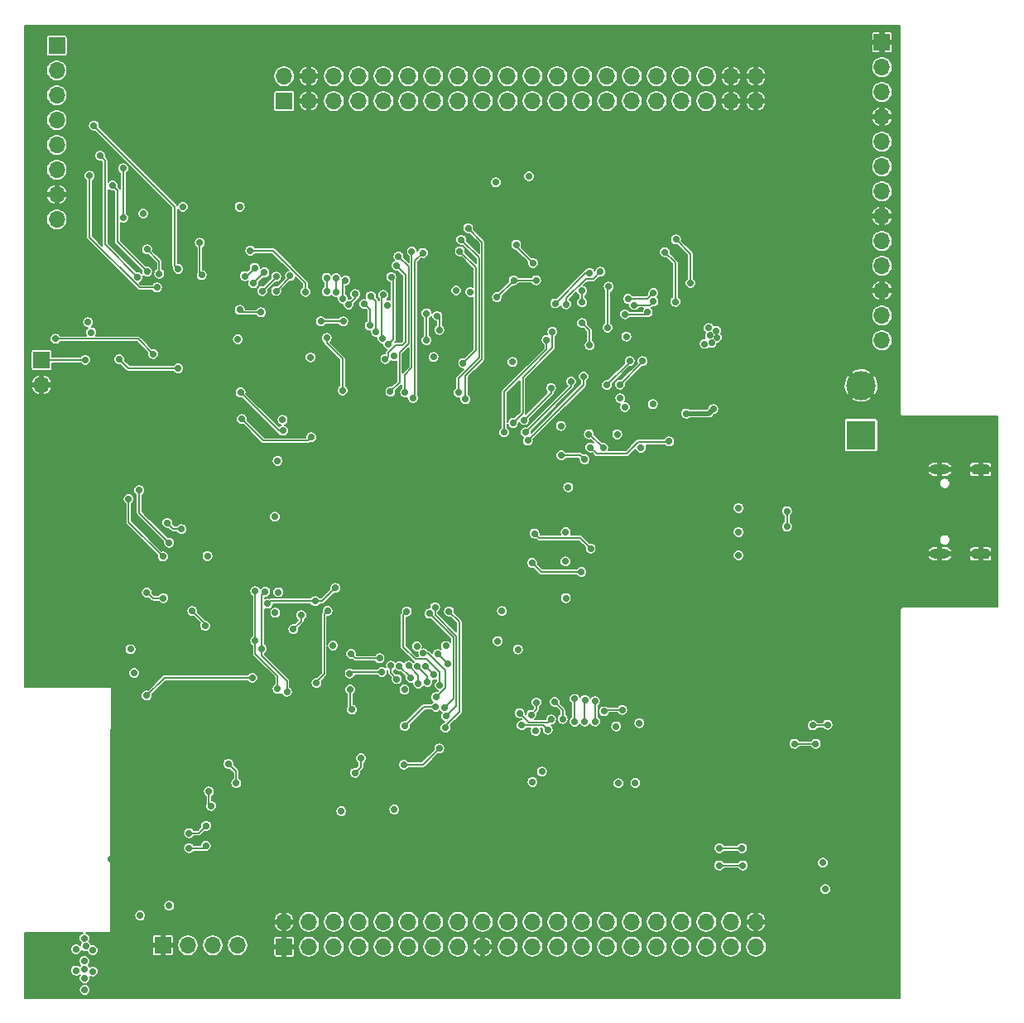
<source format=gbl>
G04 #@! TF.GenerationSoftware,KiCad,Pcbnew,(5.1.12)-1*
G04 #@! TF.CreationDate,2024-11-16T18:45:36+01:00*
G04 #@! TF.ProjectId,C5W1B1V1.0,43355731-4231-4563-912e-302e6b696361,rev?*
G04 #@! TF.SameCoordinates,Original*
G04 #@! TF.FileFunction,Copper,L4,Bot*
G04 #@! TF.FilePolarity,Positive*
%FSLAX46Y46*%
G04 Gerber Fmt 4.6, Leading zero omitted, Abs format (unit mm)*
G04 Created by KiCad (PCBNEW (5.1.12)-1) date 2024-11-16 18:45:36*
%MOMM*%
%LPD*%
G01*
G04 APERTURE LIST*
G04 #@! TA.AperFunction,ComponentPad*
%ADD10C,3.000000*%
G04 #@! TD*
G04 #@! TA.AperFunction,ComponentPad*
%ADD11R,3.000000X3.000000*%
G04 #@! TD*
G04 #@! TA.AperFunction,ComponentPad*
%ADD12O,1.700000X1.700000*%
G04 #@! TD*
G04 #@! TA.AperFunction,ComponentPad*
%ADD13R,1.700000X1.700000*%
G04 #@! TD*
G04 #@! TA.AperFunction,ComponentPad*
%ADD14O,2.100000X1.000000*%
G04 #@! TD*
G04 #@! TA.AperFunction,ViaPad*
%ADD15C,0.700000*%
G04 #@! TD*
G04 #@! TA.AperFunction,Conductor*
%ADD16C,0.160000*%
G04 #@! TD*
G04 #@! TA.AperFunction,Conductor*
%ADD17C,0.500000*%
G04 #@! TD*
G04 #@! TA.AperFunction,Conductor*
%ADD18C,0.100000*%
G04 #@! TD*
G04 APERTURE END LIST*
D10*
G04 #@! TO.P,J8,2*
G04 #@! TO.N,GND*
X125750000Y-77100000D03*
D11*
G04 #@! TO.P,J8,1*
G04 #@! TO.N,Net-(C74-Pad1)*
X125750000Y-82180000D03*
G04 #@! TD*
D12*
G04 #@! TO.P,J4,4*
G04 #@! TO.N,ESP_GPIO10*
X61980000Y-134360000D03*
G04 #@! TO.P,J4,3*
G04 #@! TO.N,ESP_GPIO6*
X59440000Y-134360000D03*
G04 #@! TO.P,J4,2*
G04 #@! TO.N,ESP_GPIO5*
X56900000Y-134360000D03*
D13*
G04 #@! TO.P,J4,1*
G04 #@! TO.N,GND*
X54360000Y-134360000D03*
G04 #@! TD*
D12*
G04 #@! TO.P,J6,8*
G04 #@! TO.N,+3V3*
X43500000Y-60110000D03*
G04 #@! TO.P,J6,7*
G04 #@! TO.N,GND*
X43500000Y-57570000D03*
G04 #@! TO.P,J6,6*
G04 #@! TO.N,Net-(J6-Pad6)*
X43500000Y-55030000D03*
G04 #@! TO.P,J6,5*
G04 #@! TO.N,SSD1331_MOSI*
X43500000Y-52490000D03*
G04 #@! TO.P,J6,4*
G04 #@! TO.N,SSD1331_SCK*
X43500000Y-49950000D03*
G04 #@! TO.P,J6,3*
G04 #@! TO.N,SSD1331_CS*
X43500000Y-47410000D03*
G04 #@! TO.P,J6,2*
G04 #@! TO.N,SSD1331_DC*
X43500000Y-44870000D03*
D13*
G04 #@! TO.P,J6,1*
G04 #@! TO.N,SSD1331_RES*
X43500000Y-42330000D03*
G04 #@! TD*
D12*
G04 #@! TO.P,J7,2*
G04 #@! TO.N,GND*
X41940000Y-77020000D03*
D13*
G04 #@! TO.P,J7,1*
G04 #@! TO.N,VBAT*
X41940000Y-74480000D03*
G04 #@! TD*
D12*
G04 #@! TO.P,J1,40*
G04 #@! TO.N,GND*
X115010000Y-45460000D03*
G04 #@! TO.P,J1,39*
X115010000Y-48000000D03*
G04 #@! TO.P,J1,38*
X112470000Y-45460000D03*
G04 #@! TO.P,J1,37*
X112470000Y-48000000D03*
G04 #@! TO.P,J1,36*
G04 #@! TO.N,+3V3*
X109930000Y-45460000D03*
G04 #@! TO.P,J1,35*
X109930000Y-48000000D03*
G04 #@! TO.P,J1,34*
G04 #@! TO.N,+5V*
X107390000Y-45460000D03*
G04 #@! TO.P,J1,33*
G04 #@! TO.N,+3V3*
X107390000Y-48000000D03*
G04 #@! TO.P,J1,32*
G04 #@! TO.N,+5V*
X104850000Y-45460000D03*
G04 #@! TO.P,J1,31*
G04 #@! TO.N,PG3*
X104850000Y-48000000D03*
G04 #@! TO.P,J1,30*
G04 #@! TO.N,PG2*
X102310000Y-45460000D03*
G04 #@! TO.P,J1,29*
G04 #@! TO.N,PK2*
X102310000Y-48000000D03*
G04 #@! TO.P,J1,28*
G04 #@! TO.N,PK1*
X99770000Y-45460000D03*
G04 #@! TO.P,J1,27*
G04 #@! TO.N,PK0*
X99770000Y-48000000D03*
G04 #@! TO.P,J1,26*
G04 #@! TO.N,PG4*
X97230000Y-45460000D03*
G04 #@! TO.P,J1,25*
G04 #@! TO.N,PA15*
X97230000Y-48000000D03*
G04 #@! TO.P,J1,24*
G04 #@! TO.N,PD4*
X94690000Y-45460000D03*
G04 #@! TO.P,J1,23*
G04 #@! TO.N,PD3*
X94690000Y-48000000D03*
G04 #@! TO.P,J1,22*
G04 #@! TO.N,PD5*
X92150000Y-45460000D03*
G04 #@! TO.P,J1,21*
G04 #@! TO.N,PD6*
X92150000Y-48000000D03*
G04 #@! TO.P,J1,20*
G04 #@! TO.N,PG13*
X89610000Y-45460000D03*
G04 #@! TO.P,J1,19*
G04 #@! TO.N,PG14*
X89610000Y-48000000D03*
G04 #@! TO.P,J1,18*
G04 #@! TO.N,PG15*
X87070000Y-45460000D03*
G04 #@! TO.P,J1,17*
G04 #@! TO.N,PB3*
X87070000Y-48000000D03*
G04 #@! TO.P,J1,16*
G04 #@! TO.N,PB4*
X84530000Y-45460000D03*
G04 #@! TO.P,J1,15*
G04 #@! TO.N,PB5*
X84530000Y-48000000D03*
G04 #@! TO.P,J1,14*
G04 #@! TO.N,PB6*
X81990000Y-45460000D03*
G04 #@! TO.P,J1,13*
G04 #@! TO.N,PB7*
X81990000Y-48000000D03*
G04 #@! TO.P,J1,12*
G04 #@! TO.N,PB8*
X79450000Y-45460000D03*
G04 #@! TO.P,J1,11*
G04 #@! TO.N,PB9*
X79450000Y-48000000D03*
G04 #@! TO.P,J1,10*
G04 #@! TO.N,PE0*
X76910000Y-45460000D03*
G04 #@! TO.P,J1,9*
G04 #@! TO.N,PE1*
X76910000Y-48000000D03*
G04 #@! TO.P,J1,8*
G04 #@! TO.N,PF10*
X74370000Y-45460000D03*
G04 #@! TO.P,J1,7*
G04 #@! TO.N,PF9*
X74370000Y-48000000D03*
G04 #@! TO.P,J1,6*
G04 #@! TO.N,PF8*
X71830000Y-45460000D03*
G04 #@! TO.P,J1,5*
G04 #@! TO.N,PF5*
X71830000Y-48000000D03*
G04 #@! TO.P,J1,4*
G04 #@! TO.N,GND*
X69290000Y-45460000D03*
G04 #@! TO.P,J1,3*
X69290000Y-48000000D03*
G04 #@! TO.P,J1,2*
G04 #@! TO.N,+12V*
X66750000Y-45460000D03*
D13*
G04 #@! TO.P,J1,1*
X66750000Y-48000000D03*
G04 #@! TD*
D12*
G04 #@! TO.P,J2,40*
G04 #@! TO.N,GND*
X115010000Y-131960000D03*
G04 #@! TO.P,J2,39*
G04 #@! TO.N,+3V3*
X115010000Y-134500000D03*
G04 #@! TO.P,J2,38*
G04 #@! TO.N,+5V*
X112470000Y-131960000D03*
G04 #@! TO.P,J2,37*
G04 #@! TO.N,PJ11*
X112470000Y-134500000D03*
G04 #@! TO.P,J2,36*
G04 #@! TO.N,PJ10*
X109930000Y-131960000D03*
G04 #@! TO.P,J2,35*
G04 #@! TO.N,PJ9*
X109930000Y-134500000D03*
G04 #@! TO.P,J2,34*
G04 #@! TO.N,PJ8*
X107390000Y-131960000D03*
G04 #@! TO.P,J2,33*
G04 #@! TO.N,PD15*
X107390000Y-134500000D03*
G04 #@! TO.P,J2,32*
G04 #@! TO.N,PD14*
X104850000Y-131960000D03*
G04 #@! TO.P,J2,31*
G04 #@! TO.N,PD13*
X104850000Y-134500000D03*
G04 #@! TO.P,J2,30*
G04 #@! TO.N,PD12*
X102310000Y-131960000D03*
G04 #@! TO.P,J2,29*
G04 #@! TO.N,PD11*
X102310000Y-134500000D03*
G04 #@! TO.P,J2,28*
G04 #@! TO.N,PD10*
X99770000Y-131960000D03*
G04 #@! TO.P,J2,27*
G04 #@! TO.N,PD9*
X99770000Y-134500000D03*
G04 #@! TO.P,J2,26*
G04 #@! TO.N,PD8*
X97230000Y-131960000D03*
G04 #@! TO.P,J2,25*
G04 #@! TO.N,PB15*
X97230000Y-134500000D03*
G04 #@! TO.P,J2,24*
G04 #@! TO.N,PB14*
X94690000Y-131960000D03*
G04 #@! TO.P,J2,23*
G04 #@! TO.N,PB13*
X94690000Y-134500000D03*
G04 #@! TO.P,J2,22*
G04 #@! TO.N,PE13*
X92150000Y-131960000D03*
G04 #@! TO.P,J2,21*
G04 #@! TO.N,PE12*
X92150000Y-134500000D03*
G04 #@! TO.P,J2,20*
G04 #@! TO.N,PE10*
X89610000Y-131960000D03*
G04 #@! TO.P,J2,19*
G04 #@! TO.N,+3V3*
X89610000Y-134500000D03*
G04 #@! TO.P,J2,18*
G04 #@! TO.N,PE8*
X87070000Y-131960000D03*
G04 #@! TO.P,J2,17*
G04 #@! TO.N,GND*
X87070000Y-134500000D03*
G04 #@! TO.P,J2,16*
G04 #@! TO.N,PG1*
X84530000Y-131960000D03*
G04 #@! TO.P,J2,15*
G04 #@! TO.N,PG0*
X84530000Y-134500000D03*
G04 #@! TO.P,J2,14*
G04 #@! TO.N,PF15*
X81990000Y-131960000D03*
G04 #@! TO.P,J2,13*
G04 #@! TO.N,PF14*
X81990000Y-134500000D03*
G04 #@! TO.P,J2,12*
G04 #@! TO.N,PF13*
X79450000Y-131960000D03*
G04 #@! TO.P,J2,11*
G04 #@! TO.N,PF12*
X79450000Y-134500000D03*
G04 #@! TO.P,J2,10*
G04 #@! TO.N,PF11*
X76910000Y-131960000D03*
G04 #@! TO.P,J2,9*
G04 #@! TO.N,PC5*
X76910000Y-134500000D03*
G04 #@! TO.P,J2,8*
G04 #@! TO.N,PC4*
X74370000Y-131960000D03*
G04 #@! TO.P,J2,7*
G04 #@! TO.N,PA5*
X74370000Y-134500000D03*
G04 #@! TO.P,J2,6*
G04 #@! TO.N,PC3*
X71830000Y-131960000D03*
G04 #@! TO.P,J2,5*
G04 #@! TO.N,PC2*
X71830000Y-134500000D03*
G04 #@! TO.P,J2,4*
G04 #@! TO.N,+3V3*
X69290000Y-131960000D03*
G04 #@! TO.P,J2,3*
X69290000Y-134500000D03*
G04 #@! TO.P,J2,2*
G04 #@! TO.N,GND*
X66750000Y-131960000D03*
D13*
G04 #@! TO.P,J2,1*
X66750000Y-134500000D03*
G04 #@! TD*
D12*
G04 #@! TO.P,J3,13*
G04 #@! TO.N,STM_DBG_TX*
X127900000Y-72480000D03*
G04 #@! TO.P,J3,12*
G04 #@! TO.N,STM_DBG_RX*
X127900000Y-69940000D03*
G04 #@! TO.P,J3,11*
G04 #@! TO.N,GND*
X127900000Y-67400000D03*
G04 #@! TO.P,J3,10*
G04 #@! TO.N,DBG_RX*
X127900000Y-64860000D03*
G04 #@! TO.P,J3,9*
G04 #@! TO.N,DBG_TX*
X127900000Y-62320000D03*
G04 #@! TO.P,J3,8*
G04 #@! TO.N,GND*
X127900000Y-59780000D03*
G04 #@! TO.P,J3,7*
G04 #@! TO.N,STM_NRS*
X127900000Y-57240000D03*
G04 #@! TO.P,J3,6*
G04 #@! TO.N,SWDIO*
X127900000Y-54700000D03*
G04 #@! TO.P,J3,5*
G04 #@! TO.N,SWCLK*
X127900000Y-52160000D03*
G04 #@! TO.P,J3,4*
G04 #@! TO.N,GND*
X127900000Y-49620000D03*
G04 #@! TO.P,J3,3*
G04 #@! TO.N,+3V3*
X127900000Y-47080000D03*
G04 #@! TO.P,J3,2*
G04 #@! TO.N,+5V*
X127900000Y-44540000D03*
D13*
G04 #@! TO.P,J3,1*
G04 #@! TO.N,GND*
X127900000Y-42000000D03*
G04 #@! TD*
D14*
G04 #@! TO.P,J5,SH2*
G04 #@! TO.N,GND*
X133820000Y-85680000D03*
G04 #@! TO.P,J5,SH1*
X133820000Y-94320000D03*
G04 #@! TO.P,J5,SH4*
G04 #@! TA.AperFunction,ComponentPad*
G36*
G01*
X138650000Y-86180000D02*
X137350000Y-86180000D01*
G75*
G02*
X137100000Y-85930000I0J250000D01*
G01*
X137100000Y-85430000D01*
G75*
G02*
X137350000Y-85180000I250000J0D01*
G01*
X138650000Y-85180000D01*
G75*
G02*
X138900000Y-85430000I0J-250000D01*
G01*
X138900000Y-85930000D01*
G75*
G02*
X138650000Y-86180000I-250000J0D01*
G01*
G37*
G04 #@! TD.AperFunction*
G04 #@! TO.P,J5,SH3*
G04 #@! TA.AperFunction,ComponentPad*
G36*
G01*
X138650000Y-94820000D02*
X137350000Y-94820000D01*
G75*
G02*
X137100000Y-94570000I0J250000D01*
G01*
X137100000Y-94070000D01*
G75*
G02*
X137350000Y-93820000I250000J0D01*
G01*
X138650000Y-93820000D01*
G75*
G02*
X138900000Y-94070000I0J-250000D01*
G01*
X138900000Y-94570000D01*
G75*
G02*
X138650000Y-94820000I-250000J0D01*
G01*
G37*
G04 #@! TD.AperFunction*
G04 #@! TD*
D15*
G04 #@! TO.N,GND*
X110450000Y-74830000D03*
X108710000Y-74850000D03*
X49300000Y-66320000D03*
X46660000Y-64750000D03*
X48070000Y-66310000D03*
X57450000Y-50930000D03*
X57430000Y-49950000D03*
X49000000Y-61230000D03*
X125870000Y-105130000D03*
X100330000Y-114490000D03*
X63670000Y-93250000D03*
X86890000Y-56910000D03*
X83270000Y-66890000D03*
X78600000Y-72380000D03*
X71960000Y-113140000D03*
X51350000Y-59570000D03*
X60670000Y-96140000D03*
X74090000Y-70500000D03*
X74230000Y-72260000D03*
X68280000Y-74270000D03*
X96270000Y-81140000D03*
X79230000Y-74650000D03*
X82950000Y-74270000D03*
X95630000Y-94120000D03*
X66080000Y-101310000D03*
X70170000Y-84740000D03*
X66090000Y-83890000D03*
X95770000Y-88470000D03*
X95580000Y-90940000D03*
X90400000Y-73280000D03*
X92080000Y-73710000D03*
X79490000Y-103560000D03*
X71520000Y-74010000D03*
X65550000Y-82079990D03*
X89580000Y-104160000D03*
X66100000Y-97020000D03*
X87615000Y-100215000D03*
X65910000Y-89630000D03*
X89710000Y-55730000D03*
X103940000Y-81000000D03*
X103940000Y-80200000D03*
X103900000Y-78000000D03*
X101800000Y-117740000D03*
X103190000Y-120390000D03*
X69960000Y-103020000D03*
X55590000Y-117050000D03*
X55710000Y-119740000D03*
X51420000Y-118020000D03*
X51290000Y-119160000D03*
X45550000Y-98330000D03*
X45430000Y-91700000D03*
X95640000Y-97760010D03*
X47784411Y-70265589D03*
X47570000Y-65990000D03*
X92320000Y-115420000D03*
X90610000Y-117710000D03*
X88850000Y-115080000D03*
X93770000Y-118130000D03*
X88270000Y-104840000D03*
X79189957Y-110140000D03*
X82440130Y-103719870D03*
X101150000Y-87740000D03*
X90237739Y-77776741D03*
X64730000Y-79300000D03*
X95989999Y-84830001D03*
X128170000Y-91490000D03*
X129080000Y-92180000D03*
X128080000Y-89780000D03*
X130970000Y-89850000D03*
X128380000Y-86710000D03*
X49720000Y-106260000D03*
X51090000Y-105370000D03*
X59470000Y-50690000D03*
X63080000Y-50570000D03*
X64650000Y-49460000D03*
X63420000Y-48270000D03*
X58330000Y-54480000D03*
X59450000Y-52900000D03*
X61100000Y-54380000D03*
X59500000Y-56240000D03*
X55520000Y-54380000D03*
X54230000Y-55430000D03*
X55830000Y-55170000D03*
X44810000Y-58530000D03*
X45200000Y-77590000D03*
X46480000Y-78810000D03*
X47660000Y-79900000D03*
X49200000Y-81490000D03*
X50980000Y-83080000D03*
X52650000Y-84770000D03*
X54220000Y-86430000D03*
X55560000Y-87650000D03*
X57290000Y-87430000D03*
X55770000Y-85960000D03*
X54100000Y-84220000D03*
X52370000Y-82500000D03*
X49850000Y-80020000D03*
X47960000Y-78130000D03*
X46570000Y-76630000D03*
X45370000Y-75990000D03*
X47430000Y-75330000D03*
X48390000Y-75420000D03*
X49580000Y-75410000D03*
X48370000Y-76340000D03*
X49450000Y-76590000D03*
X49780000Y-77580000D03*
X50610000Y-78360000D03*
X53610000Y-81550000D03*
X54610000Y-82380000D03*
X55650000Y-83500000D03*
X56860000Y-84790000D03*
X58260000Y-86040000D03*
X59500000Y-87390000D03*
X60150000Y-85680000D03*
X60820000Y-86560000D03*
X61750000Y-86950000D03*
X62700000Y-86810000D03*
X61550000Y-85960000D03*
X60710000Y-85010000D03*
X59720000Y-83980000D03*
X58260000Y-83910000D03*
X58380000Y-82540000D03*
X56770000Y-82480000D03*
X57260000Y-81450000D03*
X55410000Y-81020000D03*
X54420000Y-79960000D03*
X55320000Y-79600000D03*
X54310000Y-78650000D03*
X53280000Y-79030000D03*
X52250000Y-78020000D03*
X53200000Y-77430000D03*
X51850000Y-76580000D03*
X51410000Y-77290000D03*
X51450000Y-76050000D03*
X55200000Y-66140000D03*
X56410000Y-67390000D03*
X57710000Y-68510000D03*
X59140000Y-69850000D03*
X60540000Y-70870000D03*
X63940000Y-74560000D03*
X64030000Y-77630000D03*
X55460000Y-69140000D03*
X56950000Y-70950000D03*
X58850000Y-72390000D03*
X52910000Y-67680000D03*
X51670000Y-73110000D03*
X52090000Y-69480000D03*
X54810000Y-71820000D03*
X57460000Y-74220000D03*
X56830000Y-77150000D03*
X59510000Y-79370000D03*
X60950000Y-80440000D03*
X62430000Y-81730000D03*
X62960000Y-83060000D03*
X59160000Y-81450000D03*
X60550000Y-82700000D03*
X62800000Y-85090000D03*
X64180000Y-86450000D03*
X43910000Y-79430000D03*
X45560000Y-81530000D03*
X47790000Y-83370000D03*
X41580000Y-81700000D03*
X44190000Y-84160000D03*
X46780000Y-86410000D03*
X48300000Y-87890000D03*
X43780000Y-93770000D03*
X48340000Y-93800000D03*
X42600000Y-100780000D03*
X47570000Y-100560000D03*
X42350000Y-105050000D03*
X46240000Y-104370000D03*
X54350000Y-112900000D03*
X57960000Y-114670000D03*
X55210000Y-137550000D03*
X61800000Y-126610000D03*
X62930000Y-121810000D03*
X66750000Y-126310000D03*
X52990000Y-131350000D03*
X54760000Y-123160000D03*
X52400000Y-124890000D03*
X54010000Y-124290000D03*
X51280000Y-126230000D03*
X49030000Y-125520000D03*
X50600000Y-123200000D03*
X52410000Y-120270000D03*
X55900000Y-118800000D03*
X55530000Y-124860000D03*
X60330000Y-127750000D03*
X59690000Y-126100000D03*
X106260000Y-72160000D03*
X104800000Y-73080000D03*
X107300000Y-70870000D03*
X100880000Y-74260000D03*
X101870000Y-73490000D03*
X103430000Y-71340000D03*
X107550000Y-67600000D03*
X111090000Y-63230000D03*
X110900000Y-64040000D03*
X112780000Y-63380000D03*
X113440000Y-63930000D03*
X115700000Y-62980000D03*
X117980000Y-63160000D03*
X115790000Y-64150000D03*
X120090000Y-63070000D03*
X119580000Y-63750000D03*
X122060000Y-63510000D03*
X124450000Y-63640000D03*
X125500000Y-63600000D03*
X60230000Y-66020000D03*
X61630000Y-65350000D03*
X61730000Y-67200000D03*
X60620000Y-67200000D03*
X61420000Y-66370000D03*
X61890000Y-68400000D03*
X59250000Y-67660000D03*
X60520000Y-68880000D03*
X57250000Y-65400000D03*
X48880000Y-69120000D03*
X44300000Y-66650000D03*
X41080000Y-63630000D03*
X41230000Y-60280000D03*
X41530000Y-57850000D03*
X41620000Y-54750000D03*
X41350000Y-51760000D03*
X41430000Y-47500000D03*
X41620000Y-43780000D03*
X41970000Y-41370000D03*
X48340000Y-41100000D03*
X48080000Y-44720000D03*
X48400000Y-43040000D03*
X59600000Y-42940000D03*
X60830000Y-44780000D03*
X65810000Y-43100000D03*
X70260000Y-43210000D03*
X75930000Y-42790000D03*
X81260000Y-43060000D03*
X64920000Y-40570000D03*
X68100000Y-40630000D03*
X70680000Y-40510000D03*
X73360000Y-40560000D03*
X75660000Y-40580000D03*
X78380000Y-40580000D03*
X80810000Y-40620000D03*
X83290000Y-40650000D03*
X85810000Y-40610000D03*
X88480000Y-40670000D03*
X91040000Y-40570000D03*
X93540000Y-40560000D03*
X96130000Y-40660000D03*
X98700000Y-40610000D03*
X101360000Y-40560000D03*
X103360000Y-40630000D03*
X105270000Y-40650000D03*
X108510000Y-40690000D03*
X111370000Y-40600000D03*
X113660000Y-40520000D03*
X116370000Y-40590000D03*
X118820000Y-40670000D03*
X120880000Y-40610000D03*
X123210000Y-40570000D03*
X125770000Y-40500000D03*
X117010000Y-43760000D03*
X122900000Y-44540000D03*
X119150000Y-46310000D03*
X118050000Y-49960000D03*
X124510000Y-46950000D03*
X122320000Y-48800000D03*
X113130000Y-52220000D03*
X109240000Y-50070000D03*
X109830000Y-55120000D03*
X86060000Y-43200000D03*
X83240000Y-43210000D03*
X90930000Y-43230000D03*
X88570000Y-43410000D03*
X93520000Y-43330000D03*
X96150000Y-43460000D03*
X99130000Y-43360000D03*
X101140000Y-43470000D03*
X103760000Y-43280000D03*
X106400000Y-43220000D03*
X108690000Y-43540000D03*
X111550000Y-43730000D03*
X119170000Y-43060000D03*
X123970000Y-43100000D03*
X65890000Y-64460000D03*
X67280000Y-63480000D03*
X69110000Y-61480000D03*
X70760000Y-59590000D03*
X70720000Y-57110000D03*
X70450000Y-54640000D03*
X70480000Y-52760000D03*
X73910000Y-62570000D03*
X74110000Y-60140000D03*
X74110000Y-58290000D03*
X73890000Y-55690000D03*
X73840000Y-54010000D03*
X77860000Y-61640000D03*
X77860000Y-55060000D03*
X54430000Y-95830000D03*
X58350000Y-99050000D03*
X55440000Y-97290000D03*
X54370000Y-97880000D03*
X56430000Y-98900000D03*
X56350000Y-97690000D03*
X59950000Y-100180000D03*
X61560000Y-100200000D03*
X62890000Y-100320000D03*
X62750000Y-101380000D03*
X61740000Y-102300000D03*
X60370000Y-101680000D03*
X61240000Y-101160000D03*
X67850000Y-111180000D03*
X69090000Y-111180000D03*
X70180000Y-111210000D03*
X68500000Y-109980000D03*
X69640000Y-110040000D03*
X69310000Y-108780000D03*
X71460000Y-106660000D03*
X72500000Y-105520000D03*
X88440000Y-66430000D03*
X88420000Y-63840000D03*
X88510000Y-61250000D03*
X90340000Y-64390000D03*
X92330000Y-63090000D03*
X92840000Y-60740000D03*
X93330000Y-58900000D03*
X93940000Y-60500000D03*
X93990000Y-62900000D03*
X93620000Y-64760000D03*
X91820000Y-69270000D03*
X93000000Y-68220000D03*
X94010000Y-66970000D03*
X95450000Y-66820000D03*
X96140000Y-64510000D03*
X96090000Y-60240000D03*
X95790000Y-55890000D03*
X96140000Y-52720000D03*
X98990000Y-63870000D03*
X98600000Y-61210000D03*
X98900000Y-60100000D03*
X100120000Y-59820000D03*
X100000000Y-61340000D03*
X99140000Y-62770000D03*
X74690000Y-109580000D03*
X74610000Y-111870000D03*
X74650000Y-112800000D03*
X69250000Y-113080000D03*
X70420000Y-112770000D03*
X73540000Y-112650000D03*
X68030000Y-112950000D03*
X67370000Y-114070000D03*
X74650000Y-110770000D03*
X86140000Y-108480000D03*
X87920000Y-110030000D03*
X89290000Y-112540000D03*
X86490000Y-113290000D03*
X84510000Y-115630000D03*
X84510000Y-119360000D03*
X85440000Y-122310000D03*
X88330000Y-123770000D03*
X90050000Y-125430000D03*
X91330000Y-122130000D03*
X89550000Y-120300000D03*
X87740000Y-121930000D03*
X86870000Y-119330000D03*
X86870000Y-117200000D03*
X88500000Y-118340000D03*
X92060000Y-120090000D03*
X96230000Y-129820000D03*
X95270000Y-128970000D03*
X95140000Y-127260000D03*
X92030000Y-128060000D03*
X96030000Y-126050000D03*
X97690000Y-124830000D03*
X99460000Y-123320000D03*
X101190000Y-121160000D03*
X98920000Y-121690000D03*
X97200000Y-123290000D03*
X95170000Y-123740000D03*
X95150000Y-121360000D03*
X96020000Y-119900000D03*
X97860000Y-118620000D03*
X99060000Y-119330000D03*
X96910000Y-121380000D03*
X97500000Y-115340000D03*
X97700000Y-114220000D03*
X97750000Y-112770000D03*
X98700000Y-117020000D03*
X97690000Y-117550000D03*
X99510000Y-117900000D03*
X99610000Y-115870000D03*
X102510000Y-115540000D03*
X103640000Y-115700000D03*
X99560000Y-113510000D03*
X99710000Y-111440000D03*
X90880000Y-109650000D03*
X95460000Y-101320000D03*
X97290000Y-103410000D03*
X95180000Y-102960000D03*
X96940000Y-104860000D03*
X96410000Y-102650000D03*
X99010000Y-104890000D03*
X96010000Y-103920000D03*
X103730000Y-109590000D03*
X96690000Y-99630000D03*
X98710000Y-101130000D03*
X100970000Y-104010000D03*
X103430000Y-106150000D03*
X98500000Y-90550000D03*
X102320000Y-90820000D03*
X98980000Y-92460000D03*
X102590000Y-94880000D03*
X106090000Y-122360000D03*
X105330000Y-123440000D03*
X104810000Y-124510000D03*
X104970000Y-125820000D03*
X105970000Y-124220000D03*
X105960000Y-125920000D03*
X106100000Y-127990000D03*
X106060000Y-126810000D03*
X108310000Y-126000000D03*
X108620000Y-126950000D03*
X108730000Y-128460000D03*
X108600000Y-129480000D03*
X110680000Y-129530000D03*
X110620000Y-128640000D03*
X117990000Y-131560000D03*
X118480000Y-135400000D03*
X121690000Y-137870000D03*
X118770000Y-139170000D03*
X111160000Y-139040000D03*
X116260000Y-137840000D03*
X108720000Y-137880000D03*
X105900000Y-139340000D03*
X101010000Y-137340000D03*
X96050000Y-138320000D03*
X93390000Y-139440000D03*
X90820000Y-139380000D03*
X88400000Y-138350000D03*
X80580000Y-138890000D03*
X68150000Y-139150000D03*
X72270000Y-139460000D03*
X74980000Y-139150000D03*
X83390000Y-138040000D03*
X64040000Y-139330000D03*
X58690000Y-139460000D03*
X53310000Y-139360000D03*
X40990000Y-139410000D03*
X84840000Y-88700000D03*
X77210000Y-97620000D03*
X79430000Y-94130000D03*
X82550000Y-92670000D03*
X84680000Y-97200000D03*
X87250000Y-95480000D03*
X81170000Y-97270000D03*
X72430000Y-91080000D03*
X73630000Y-91480000D03*
X75210000Y-79020000D03*
X78510000Y-79860000D03*
X81550000Y-79750000D03*
X87050000Y-79060000D03*
X123900000Y-100000000D03*
X128400000Y-100550000D03*
X123980000Y-91900000D03*
X128730000Y-94710000D03*
X138870000Y-97820000D03*
X126850000Y-93200000D03*
X137160000Y-90960000D03*
X137160000Y-82200000D03*
X130960000Y-81080000D03*
X124990000Y-73290000D03*
X111840000Y-67870000D03*
X117880000Y-66770000D03*
X123430000Y-66720000D03*
X124730000Y-68930000D03*
X113370000Y-67320000D03*
X115460000Y-59610000D03*
X121290000Y-58620000D03*
X125640000Y-59330000D03*
X118710000Y-59300000D03*
X119420000Y-61120000D03*
X41620000Y-86770000D03*
X41540000Y-83660000D03*
X41390000Y-93260000D03*
X51000000Y-92110000D03*
X41170000Y-99550000D03*
X49660000Y-99460000D03*
X64250000Y-110250000D03*
X64000000Y-115000000D03*
X65000000Y-124000000D03*
X63750000Y-128500000D03*
X67750000Y-129000000D03*
X66750000Y-104750000D03*
X69250000Y-104250000D03*
X68000000Y-105500000D03*
X65100000Y-102760000D03*
X55750000Y-95000000D03*
X56750000Y-93000000D03*
X57500000Y-94500000D03*
X62250000Y-95500000D03*
X60770000Y-91420000D03*
X50670000Y-85570000D03*
X48870000Y-84080000D03*
X45410000Y-57240000D03*
X41540000Y-56480000D03*
X45570000Y-51890000D03*
X46240000Y-42520000D03*
X51660000Y-52360000D03*
X68060000Y-50450000D03*
X68390000Y-53670000D03*
X67620000Y-57210000D03*
X65980000Y-60330000D03*
X59720000Y-61200000D03*
X65210000Y-57550000D03*
X58090000Y-58060000D03*
X59590000Y-40600000D03*
X53500000Y-40600000D03*
X128180000Y-122100000D03*
X128180000Y-117990000D03*
X128740000Y-116010000D03*
X129280000Y-111050000D03*
X129050000Y-113390000D03*
X128640000Y-125730000D03*
X127220000Y-124330000D03*
X126640000Y-126010000D03*
X125420000Y-122240000D03*
X125860000Y-120060000D03*
X125290000Y-124560000D03*
X125710000Y-128520000D03*
X126300000Y-133650000D03*
X128910000Y-132940000D03*
X126300000Y-131080000D03*
X126340000Y-135360000D03*
X128810000Y-134580000D03*
X128170000Y-136190000D03*
X125080000Y-134610000D03*
X125780000Y-136720000D03*
X125470000Y-138340000D03*
X126860000Y-139250000D03*
X121580000Y-133310000D03*
X121380000Y-121790000D03*
X115210000Y-105540000D03*
X76550000Y-98860000D03*
X75120000Y-97780000D03*
X78270000Y-95950000D03*
X70130000Y-68150000D03*
X69890000Y-69100000D03*
X67400000Y-67740000D03*
X65710000Y-68740000D03*
X67310000Y-69620000D03*
X69520000Y-71140000D03*
X65220000Y-71030000D03*
X66450000Y-72750000D03*
X65990000Y-70930000D03*
X67760000Y-72590000D03*
X72460000Y-130430000D03*
X73680000Y-130140000D03*
X82990000Y-128890000D03*
X83270000Y-130370000D03*
X99050000Y-127800000D03*
X67020000Y-136960000D03*
X73120000Y-136950000D03*
X78240000Y-137060000D03*
X84950000Y-136520000D03*
X91030000Y-137020000D03*
X98600000Y-136990000D03*
X103660000Y-137100000D03*
X106220000Y-136850000D03*
X111340000Y-137150000D03*
X113650000Y-136660000D03*
X121570000Y-83200000D03*
X120770000Y-82580000D03*
X106250000Y-79060000D03*
X93680000Y-50610000D03*
X93120000Y-53090000D03*
X90990000Y-53800000D03*
X93880000Y-55230000D03*
X92000000Y-54480000D03*
X89650000Y-54380000D03*
X86090000Y-58910000D03*
X98330000Y-57490000D03*
X98300000Y-54080000D03*
X104700000Y-56040000D03*
X102810000Y-62100000D03*
X102380000Y-58840000D03*
X102350000Y-53620000D03*
X104260000Y-52690000D03*
X65950000Y-109830000D03*
X57750000Y-52820000D03*
X55230000Y-49450000D03*
X55960000Y-48630000D03*
X56160000Y-47150000D03*
X57690000Y-44950000D03*
X59040000Y-46200000D03*
X60260000Y-47430000D03*
X46870000Y-106350000D03*
X51380000Y-116940000D03*
X116590000Y-56200000D03*
X117450000Y-55490000D03*
X118150000Y-56570000D03*
X121670000Y-56010000D03*
X119470000Y-56370000D03*
X123330000Y-56000000D03*
X125250000Y-56010000D03*
X119720000Y-53010000D03*
X122670000Y-53310000D03*
X125410000Y-53380000D03*
X69530000Y-65380000D03*
X71030000Y-63800000D03*
X72020000Y-62560000D03*
X70730000Y-50090000D03*
X78310000Y-50060000D03*
X80990000Y-52900000D03*
X85870000Y-49830000D03*
X66590000Y-76750000D03*
X74310000Y-66410000D03*
X75660000Y-66360000D03*
X48560000Y-139450000D03*
X50060000Y-134180000D03*
X49780000Y-130860000D03*
X49900000Y-129710000D03*
X43780000Y-138260000D03*
X41950000Y-136180000D03*
X40740000Y-137310000D03*
X40870000Y-135560000D03*
X40770000Y-134220000D03*
X42030000Y-133860000D03*
X42060000Y-135200000D03*
X42810000Y-134700000D03*
X42810000Y-136320000D03*
X43680000Y-136990000D03*
X48980000Y-138220000D03*
X48930000Y-136370000D03*
X48840000Y-135160000D03*
X50950000Y-135310000D03*
X51150000Y-136270000D03*
X51460000Y-137580000D03*
X51380000Y-138890000D03*
X76860000Y-83020000D03*
X81390000Y-83680000D03*
X81310000Y-85890000D03*
X73930000Y-86120000D03*
X75490000Y-89840000D03*
X53530000Y-120270000D03*
X54720000Y-120190000D03*
X55700000Y-117980000D03*
X51460000Y-120050000D03*
X107860000Y-73660000D03*
X107660000Y-75130000D03*
X107480000Y-76120000D03*
X107750000Y-76930000D03*
X108540000Y-77520000D03*
X111610000Y-77320000D03*
X111510000Y-75550000D03*
X111540000Y-74500000D03*
X111550000Y-73570000D03*
X107820000Y-72690000D03*
X116220000Y-84150000D03*
X117740000Y-85790000D03*
X119320000Y-87340000D03*
X120470000Y-88020000D03*
X114760000Y-82860000D03*
X108970000Y-84300000D03*
X106730000Y-84330000D03*
X110260000Y-84210000D03*
X112150000Y-84640000D03*
X120610000Y-90820000D03*
X119460000Y-82940000D03*
X120460000Y-84420000D03*
X123310000Y-78770000D03*
X123180000Y-75990000D03*
X121830000Y-77260000D03*
X119660000Y-75490000D03*
X121720000Y-75170000D03*
X111620000Y-95540000D03*
X111620000Y-93240000D03*
X111680000Y-91000000D03*
X111630000Y-88510000D03*
X108660000Y-88170000D03*
X108730000Y-90740000D03*
X108880000Y-92330000D03*
X110380000Y-97380000D03*
X120590000Y-103470000D03*
X121320000Y-97930000D03*
X115500000Y-98110000D03*
X128050000Y-99410000D03*
X127820000Y-97010000D03*
X109970000Y-112970000D03*
X110160000Y-115760000D03*
X111570000Y-115160000D03*
X114270000Y-116280000D03*
X111840000Y-117940000D03*
X109720000Y-119060000D03*
X111180000Y-120100000D03*
X110450000Y-121430000D03*
X113120000Y-118110000D03*
X110210000Y-117360000D03*
X113050000Y-114920000D03*
X115640000Y-115420000D03*
X115200000Y-112770000D03*
X118000000Y-112800000D03*
X109960000Y-124020000D03*
X115560000Y-121780000D03*
X118900000Y-118550000D03*
X121440000Y-116160000D03*
X122010000Y-118400000D03*
X118600000Y-121060000D03*
X118640000Y-123860000D03*
X117190000Y-127120000D03*
X118560000Y-128340000D03*
X118260000Y-133680000D03*
X125840000Y-99570000D03*
X125940000Y-98140000D03*
X73590000Y-115240000D03*
X74730000Y-117820000D03*
X69950000Y-117840000D03*
X124730000Y-108890000D03*
X126340000Y-110230000D03*
X128270000Y-108300000D03*
X125950000Y-107980000D03*
X127950000Y-106440000D03*
X129070000Y-105360000D03*
X130520000Y-95250000D03*
X133050000Y-95690000D03*
X136190000Y-98510000D03*
X136600000Y-88180000D03*
X138670000Y-89500000D03*
X139030000Y-81340000D03*
X127330000Y-79620000D03*
X105770000Y-99350000D03*
X106100000Y-95490000D03*
X104010000Y-98160000D03*
X105150000Y-94440000D03*
X103580000Y-92730000D03*
X111060000Y-100630000D03*
X111960000Y-97750000D03*
X110580000Y-102530000D03*
X115760000Y-109590000D03*
X118380000Y-109430000D03*
X120760000Y-109740000D03*
X122060000Y-105240000D03*
X118980000Y-95820000D03*
X118980000Y-94370000D03*
X116300000Y-94370000D03*
X115390000Y-91920000D03*
X106720000Y-89350000D03*
X105380000Y-87290000D03*
X107490000Y-87040000D03*
X109400000Y-86810000D03*
X111050000Y-86780000D03*
X115820000Y-100220000D03*
X119950000Y-100670000D03*
X124980000Y-101420000D03*
X123360000Y-85410000D03*
X126160000Y-88030000D03*
X99550000Y-81880000D03*
X75800000Y-124870000D03*
X70650000Y-122650000D03*
X70650000Y-121670000D03*
X75960000Y-122710000D03*
X75920000Y-121440000D03*
X76880000Y-120580000D03*
X71480000Y-120630000D03*
X73580000Y-118970000D03*
X72940000Y-116470000D03*
X78880000Y-118290000D03*
X77950000Y-116550000D03*
X79000000Y-117080000D03*
X78890000Y-119590000D03*
X78580000Y-124910000D03*
G04 #@! TO.N,+3V3*
X52020000Y-131310000D03*
X54990000Y-130310000D03*
X51410000Y-106510000D03*
X51030000Y-104080000D03*
X62010000Y-72370000D03*
X101130000Y-78410000D03*
X100820000Y-82100000D03*
X100700000Y-111960000D03*
X77340000Y-68860000D03*
X90670000Y-104100000D03*
X52340000Y-59510000D03*
X56400000Y-58820000D03*
X62210000Y-58810000D03*
X58910000Y-94540000D03*
X77960000Y-74050000D03*
X82030000Y-74180000D03*
X95560000Y-98840000D03*
X95520000Y-95090000D03*
X66080000Y-84810000D03*
X95800000Y-87510000D03*
X95060000Y-81230000D03*
X69450000Y-74210000D03*
X66594500Y-80610000D03*
X95550000Y-92100000D03*
X90110000Y-74690000D03*
X80330000Y-103780000D03*
X66150000Y-98240000D03*
X89020499Y-100169501D03*
X65800000Y-90520000D03*
X84340000Y-67380000D03*
X85790000Y-67530000D03*
X91790000Y-55700000D03*
X88400000Y-56320000D03*
X103260000Y-83450000D03*
X101600000Y-79300000D03*
X103070000Y-111640000D03*
X100940000Y-117780000D03*
X102670000Y-117750000D03*
X71750000Y-103700000D03*
X88590000Y-103240000D03*
X46682284Y-70617716D03*
X92150000Y-117660000D03*
X93110000Y-116590000D03*
X92460000Y-112430010D03*
X65840000Y-100350000D03*
X79051507Y-108195561D03*
X83289896Y-103740294D03*
X122100000Y-128630000D03*
X121850000Y-125910000D03*
X104460000Y-79010000D03*
X47020000Y-71660000D03*
X47175000Y-137035000D03*
X45465000Y-136945000D03*
X45465000Y-134765000D03*
X47175000Y-134865000D03*
X46310000Y-135970000D03*
X46460000Y-134470000D03*
X46330000Y-133650000D03*
X46340000Y-137730000D03*
X46350000Y-138920000D03*
X46350000Y-136830000D03*
X109760000Y-72840000D03*
X110470000Y-72740000D03*
X110310000Y-71990000D03*
X111000000Y-72180000D03*
X110930000Y-71490000D03*
X110180000Y-71220000D03*
X78010000Y-120480000D03*
X72600000Y-120640000D03*
X113225000Y-94475000D03*
X113225000Y-92085000D03*
X113225000Y-89635000D03*
G04 #@! TO.N,FRAM_CS*
X81310000Y-72470000D03*
X81310000Y-69710000D03*
G04 #@! TO.N,FRAM_MISO*
X82630000Y-71410000D03*
X82410000Y-69980000D03*
G04 #@! TO.N,ISM330_INT1*
X88510000Y-68070000D03*
X92530000Y-66330000D03*
X90240000Y-66340000D03*
G04 #@! TO.N,ISM330_SCK*
X92200000Y-64570000D03*
X90480000Y-62690000D03*
G04 #@! TO.N,VL53_EN*
X99390000Y-83480000D03*
X97910000Y-82080000D03*
G04 #@! TO.N,LSM303_INT2*
X94060000Y-111260000D03*
X90840000Y-110608402D03*
G04 #@! TO.N,LSM303_INT1*
X93710000Y-112300000D03*
X91030000Y-111850000D03*
G04 #@! TO.N,LSM303_INT_MAG*
X95240000Y-111200000D03*
X94420000Y-109470000D03*
G04 #@! TO.N,PSRAM_NCS*
X76750000Y-106410000D03*
X73460000Y-106560000D03*
G04 #@! TO.N,PSRAM_IO3*
X76510045Y-105000000D03*
X73599990Y-104550000D03*
G04 #@! TO.N,FLASH_IO0*
X53340000Y-73860000D03*
X43370000Y-72320000D03*
G04 #@! TO.N,+5V*
X107865198Y-79960000D03*
X110640000Y-79520000D03*
G04 #@! TO.N,Net-(C31-Pad1)*
X63285000Y-63300000D03*
X72790000Y-70530000D03*
X70500000Y-70530000D03*
X68930000Y-67520000D03*
G04 #@! TO.N,Net-(R1-Pad1)*
X64370000Y-69610000D03*
X62210000Y-69360000D03*
X58130000Y-62500000D03*
X58310000Y-65800000D03*
G04 #@! TO.N,Net-(R4-Pad2)*
X95090000Y-84240000D03*
X97489998Y-84660000D03*
G04 #@! TO.N,SSD1331_CS*
X69520000Y-82390000D03*
X62420000Y-80530000D03*
X51770000Y-66020000D03*
X47920000Y-53570000D03*
G04 #@! TO.N,SSD1331_MOSI*
X53740000Y-67070000D03*
X46850000Y-55630000D03*
G04 #@! TO.N,SSD1331_RES*
X52730000Y-63170000D03*
X50290000Y-59940000D03*
X50290000Y-54870000D03*
X53982131Y-65647869D03*
G04 #@! TO.N,SSD1331_DC*
X52740000Y-65440000D03*
X49190000Y-56640000D03*
G04 #@! TO.N,SSD1331_SCK*
X55917541Y-65172459D03*
X47290000Y-50510000D03*
G04 #@! TO.N,Net-(C32-Pad1)*
X66630000Y-81720000D03*
X62300000Y-77800000D03*
G04 #@! TO.N,VBAT*
X46410000Y-74480000D03*
X49875000Y-74415000D03*
X55910000Y-75350000D03*
G04 #@! TO.N,PK2*
X91300000Y-80630000D03*
X99830000Y-71180000D03*
X99940000Y-66990000D03*
X94059870Y-77359870D03*
G04 #@! TO.N,PG2*
X91455000Y-81885000D03*
X106770000Y-68530000D03*
X105680000Y-63450000D03*
X96100000Y-76690000D03*
G04 #@! TO.N,PG3*
X91670000Y-82740000D03*
X97380000Y-76180000D03*
X101750000Y-72100000D03*
X108300000Y-66620000D03*
X106830000Y-62160000D03*
G04 #@! TO.N,PG4*
X97220000Y-70700000D03*
X97220000Y-68590000D03*
X97220000Y-67410000D03*
X97995660Y-72985660D03*
G04 #@! TO.N,PE1*
X72730000Y-77610000D03*
X71110000Y-72230000D03*
X71110000Y-67480000D03*
X71110000Y-66070000D03*
G04 #@! TO.N,PE0*
X72060000Y-67560000D03*
X72060000Y-66100000D03*
G04 #@! TO.N,PB9*
X72735000Y-68215000D03*
X73019990Y-66340000D03*
G04 #@! TO.N,PB8*
X73340000Y-68820000D03*
X74020000Y-67750000D03*
G04 #@! TO.N,PB7*
X75500019Y-70970019D03*
X74950000Y-68760000D03*
G04 #@! TO.N,PB6*
X76150000Y-71630000D03*
X75610000Y-67950000D03*
G04 #@! TO.N,PB5*
X76890000Y-67840000D03*
X76803706Y-72283979D03*
G04 #@! TO.N,PB4*
X77409870Y-72879870D03*
X77710000Y-66000000D03*
G04 #@! TO.N,PB3*
X77100000Y-74380000D03*
X78240000Y-64830000D03*
G04 #@! TO.N,PG15*
X77610000Y-77730000D03*
X78450000Y-63900000D03*
G04 #@! TO.N,PG14*
X79110000Y-77810000D03*
X79810001Y-63400001D03*
G04 #@! TO.N,PG13*
X79930000Y-78390000D03*
X80940000Y-63530000D03*
G04 #@! TO.N,PD5*
X85060000Y-74800000D03*
X84720000Y-63370000D03*
G04 #@! TO.N,PD4*
X84610000Y-77820000D03*
X84860000Y-62190000D03*
G04 #@! TO.N,PD3*
X85290000Y-78510000D03*
X85570000Y-61010000D03*
G04 #@! TO.N,STM_NRS*
X56240000Y-91780000D03*
X54789870Y-91149870D03*
X104514345Y-67634335D03*
X101930000Y-68240000D03*
G04 #@! TO.N,ESP_RST*
X54390000Y-98850000D03*
X52710000Y-98280000D03*
X57360000Y-100180000D03*
X58680000Y-101680000D03*
G04 #@! TO.N,STM_ESP_PIN2*
X63500000Y-107000000D03*
X52685000Y-108815000D03*
G04 #@! TO.N,DBG_TX*
X104534252Y-68484166D03*
X102559870Y-68859870D03*
G04 #@! TO.N,DBG_RX*
X69929750Y-99150250D03*
X72000000Y-97800000D03*
X65050000Y-99410000D03*
X101609870Y-69809870D03*
X103934875Y-69594865D03*
G04 #@! TO.N,STM_ESP_PIN1*
X57030000Y-124420000D03*
X68500000Y-100600000D03*
X58750000Y-124190000D03*
X67680000Y-102030000D03*
G04 #@! TO.N,PF5*
X63730000Y-65050000D03*
X62730000Y-65900000D03*
G04 #@! TO.N,PF10*
X65940000Y-67420000D03*
X67360000Y-65890000D03*
G04 #@! TO.N,PF9*
X64520000Y-67430000D03*
X65940000Y-65960000D03*
G04 #@! TO.N,PF8*
X63615000Y-66655000D03*
X64740000Y-65530000D03*
G04 #@! TO.N,PC2*
X63800000Y-98150000D03*
X66080000Y-108130000D03*
X63800000Y-103200000D03*
G04 #@! TO.N,PC3*
X64820000Y-98190000D03*
X67030000Y-108410000D03*
X64469999Y-104030001D03*
G04 #@! TO.N,PC4*
X70050000Y-107530000D03*
X71200000Y-100150000D03*
G04 #@! TO.N,PC5*
X73500000Y-108200000D03*
X73680000Y-110260000D03*
G04 #@! TO.N,PF11*
X77670000Y-105760000D03*
X78280000Y-107130000D03*
G04 #@! TO.N,PF12*
X78540000Y-105790000D03*
X79700000Y-106990000D03*
G04 #@! TO.N,PF13*
X80483927Y-107583306D03*
X79500401Y-105759599D03*
G04 #@! TO.N,PF14*
X81400000Y-107420000D03*
X80371163Y-105810102D03*
G04 #@! TO.N,PF15*
X81220665Y-105839344D03*
X82059996Y-106678676D03*
G04 #@! TO.N,PG0*
X79290000Y-100210000D03*
X82650001Y-107759999D03*
G04 #@! TO.N,PG1*
X82298402Y-108970000D03*
X80980000Y-104500000D03*
G04 #@! TO.N,PE8*
X81610000Y-100430000D03*
X83130000Y-110020000D03*
G04 #@! TO.N,PE10*
X83610000Y-100210000D03*
X83240000Y-112100000D03*
G04 #@! TO.N,STM_DBG_RX*
X99752452Y-77052452D03*
X102100000Y-74600000D03*
G04 #@! TO.N,STM_DBG_TX*
X101100000Y-77000000D03*
X103400000Y-74600000D03*
G04 #@! TO.N,Net-(C33-Pad2)*
X59059996Y-118630000D03*
X59270000Y-120100000D03*
G04 #@! TO.N,ESP_GPIO10*
X57030000Y-122880000D03*
X58780000Y-122130000D03*
X61850000Y-117780000D03*
X61050000Y-115790000D03*
G04 #@! TO.N,PK1*
X90160000Y-80940000D03*
X94180002Y-71599998D03*
X95590000Y-68790000D03*
X99100000Y-65450000D03*
G04 #@! TO.N,PK0*
X93600001Y-72420001D03*
X94490000Y-68690000D03*
X97990000Y-65590000D03*
X89254052Y-81897267D03*
G04 #@! TO.N,PJ11*
X92360000Y-92240000D03*
X98100000Y-93770000D03*
G04 #@! TO.N,BME688_SCL*
X101340011Y-110278492D03*
X99469876Y-110430136D03*
G04 #@! TO.N,BME688_SDA*
X92020000Y-110770000D03*
X92550000Y-109520000D03*
G04 #@! TO.N,PB15*
X98550000Y-111460000D03*
X98530000Y-109390000D03*
G04 #@! TO.N,PB14*
X97480000Y-111450000D03*
X97510000Y-109260000D03*
G04 #@! TO.N,PB13*
X96460000Y-111480000D03*
X96460010Y-109160000D03*
G04 #@! TO.N,PD15*
X92110000Y-95240000D03*
X97150000Y-96170000D03*
G04 #@! TO.N,BUTTON1*
X111260000Y-124430000D03*
X113580000Y-124430000D03*
G04 #@! TO.N,BUTTON2*
X111250000Y-126190000D03*
X113650000Y-126190000D03*
G04 #@! TO.N,WS2812*
X98070000Y-83430000D03*
X106130000Y-82820000D03*
X118185000Y-89945000D03*
X118185000Y-91535000D03*
G04 #@! TO.N,LED1*
X122330000Y-111790000D03*
X120809988Y-111855000D03*
G04 #@! TO.N,LED2*
X118957591Y-113737591D03*
X121122409Y-113737591D03*
G04 #@! TO.N,12V_EN*
X54360000Y-94590000D03*
X50840000Y-88710000D03*
G04 #@! TO.N,12V_DC_V*
X54980000Y-93180000D03*
X51930000Y-87810000D03*
G04 #@! TO.N,DFSDM_CLK*
X82190000Y-99790000D03*
X83340000Y-110930000D03*
X82610000Y-114230000D03*
X79000000Y-115890000D03*
G04 #@! TO.N,Net-(MK2-Pad2)*
X74610000Y-115230000D03*
X74000000Y-116720000D03*
G04 #@! TO.N,DFSDM_DATA*
X82470000Y-104570000D03*
X83480000Y-105580000D03*
X82240000Y-109960000D03*
X79080000Y-111930000D03*
G04 #@! TD*
D16*
G04 #@! TO.N,FRAM_CS*
X81310000Y-72470000D02*
X81310000Y-69710000D01*
X81310000Y-69710000D02*
X81310000Y-69710000D01*
G04 #@! TO.N,FRAM_MISO*
X82630000Y-71410000D02*
X82630000Y-70200000D01*
X82630000Y-70200000D02*
X82410000Y-69980000D01*
G04 #@! TO.N,ISM330_INT1*
X88510000Y-68070000D02*
X90240000Y-66340000D01*
X90250000Y-66330000D02*
X92530000Y-66330000D01*
X92530000Y-66330000D02*
X92530000Y-66330000D01*
X90240000Y-66340000D02*
X90250000Y-66330000D01*
G04 #@! TO.N,ISM330_SCK*
X92200000Y-64570000D02*
X90480000Y-62850000D01*
X90480000Y-62850000D02*
X90480000Y-62690000D01*
X90480000Y-62690000D02*
X90480000Y-62690000D01*
G04 #@! TO.N,VL53_EN*
X99390000Y-83480000D02*
X99390000Y-83480000D01*
X99390000Y-83480000D02*
X97990000Y-82080000D01*
G04 #@! TO.N,LSM303_INT2*
X90840000Y-110608402D02*
X90840000Y-110608402D01*
X91771598Y-111540000D02*
X90840000Y-110608402D01*
X93780000Y-111540000D02*
X91771598Y-111540000D01*
X94060000Y-111260000D02*
X93780000Y-111540000D01*
G04 #@! TO.N,LSM303_INT1*
X93710000Y-112300000D02*
X93260000Y-111850000D01*
X93260000Y-111850000D02*
X91030000Y-111850000D01*
G04 #@! TO.N,LSM303_INT_MAG*
X95240000Y-110290000D02*
X94420000Y-109470000D01*
X95240000Y-111200000D02*
X95240000Y-110290000D01*
G04 #@! TO.N,PSRAM_NCS*
X76750000Y-106410000D02*
X76750000Y-106410000D01*
X73610000Y-106410000D02*
X73460000Y-106560000D01*
X76750000Y-106410000D02*
X73610000Y-106410000D01*
G04 #@! TO.N,PSRAM_IO3*
X74049990Y-105000000D02*
X73599990Y-104550000D01*
X76510045Y-105000000D02*
X74049990Y-105000000D01*
G04 #@! TO.N,FLASH_IO0*
X53340000Y-73860000D02*
X51800000Y-72320000D01*
X51800000Y-72320000D02*
X47170000Y-72320000D01*
X43370000Y-72320000D02*
X43370000Y-72320000D01*
X47170000Y-72320000D02*
X43370000Y-72320000D01*
D17*
G04 #@! TO.N,+5V*
X107865198Y-79960000D02*
X110200000Y-79960000D01*
X110200000Y-79960000D02*
X110640000Y-79520000D01*
X110640000Y-79520000D02*
X110640000Y-79520000D01*
D16*
G04 #@! TO.N,Net-(C31-Pad1)*
X65628402Y-63300000D02*
X68920000Y-66591598D01*
X63285000Y-63300000D02*
X65628402Y-63300000D01*
X72790000Y-70530000D02*
X70570000Y-70530000D01*
X70570000Y-70530000D02*
X70500000Y-70530000D01*
X68920000Y-66591598D02*
X68920000Y-67490000D01*
G04 #@! TO.N,Net-(R1-Pad1)*
X62460000Y-69610000D02*
X62210000Y-69360000D01*
X64370000Y-69610000D02*
X62460000Y-69610000D01*
X58130000Y-62500000D02*
X58130000Y-65620000D01*
X58130000Y-65620000D02*
X58310000Y-65800000D01*
X58310000Y-65800000D02*
X58310000Y-65800000D01*
G04 #@! TO.N,Net-(R4-Pad2)*
X97069998Y-84240000D02*
X97489998Y-84660000D01*
X95090000Y-84240000D02*
X97069998Y-84240000D01*
G04 #@! TO.N,SSD1331_CS*
X69170001Y-82739999D02*
X64629999Y-82739999D01*
X69520000Y-82390000D02*
X69170001Y-82739999D01*
X64629999Y-82739999D02*
X62420000Y-80530000D01*
X62420000Y-80530000D02*
X62420000Y-80530000D01*
X48419999Y-62669999D02*
X48419999Y-54069999D01*
X51770000Y-66020000D02*
X48419999Y-62669999D01*
X48419999Y-54069999D02*
X47920000Y-53570000D01*
X47920000Y-53570000D02*
X47920000Y-53570000D01*
G04 #@! TO.N,SSD1331_MOSI*
X51961598Y-67070000D02*
X46850000Y-61958402D01*
X53740000Y-67070000D02*
X52530000Y-67070000D01*
X46850000Y-61958402D02*
X46850000Y-55630000D01*
X46850000Y-55630000D02*
X46850000Y-55630000D01*
X52530000Y-67070000D02*
X51961598Y-67070000D01*
G04 #@! TO.N,SSD1331_RES*
X52730000Y-63170000D02*
X52730000Y-63170000D01*
X50290000Y-59940000D02*
X50290000Y-54870000D01*
X50290000Y-54870000D02*
X50290000Y-54870000D01*
X53982131Y-64422131D02*
X53982131Y-65647869D01*
X52730000Y-63170000D02*
X53982131Y-64422131D01*
G04 #@! TO.N,SSD1331_DC*
X49709999Y-62409999D02*
X49709999Y-57159999D01*
X52740000Y-65440000D02*
X49709999Y-62409999D01*
X49709999Y-57159999D02*
X49190000Y-56640000D01*
X49190000Y-56640000D02*
X49190000Y-56640000D01*
G04 #@! TO.N,SSD1331_SCK*
X55567542Y-64822460D02*
X55567542Y-58787542D01*
X55917541Y-65172459D02*
X55567542Y-64822460D01*
X55567542Y-58787542D02*
X47290000Y-50510000D01*
X47290000Y-50510000D02*
X47290000Y-50510000D01*
G04 #@! TO.N,Net-(C32-Pad1)*
X66630000Y-81720000D02*
X66220000Y-81720000D01*
X66220000Y-81720000D02*
X62300000Y-77800000D01*
X62300000Y-77800000D02*
X62300000Y-77800000D01*
G04 #@! TO.N,VBAT*
X41940000Y-74480000D02*
X46410000Y-74480000D01*
X46410000Y-74480000D02*
X46410000Y-74480000D01*
X49875000Y-74415000D02*
X50810000Y-75350000D01*
X50810000Y-75350000D02*
X55910000Y-75350000D01*
X55910000Y-75350000D02*
X55910000Y-75350000D01*
G04 #@! TO.N,PK2*
X94080000Y-77380000D02*
X94080000Y-77380000D01*
X99830000Y-71180000D02*
X99830000Y-67100000D01*
X99830000Y-67100000D02*
X99940000Y-66990000D01*
X99940000Y-66990000D02*
X99940000Y-66990000D01*
X94059870Y-77870130D02*
X94059870Y-77359870D01*
X91300000Y-80630000D02*
X94059870Y-77870130D01*
G04 #@! TO.N,PG2*
X106770000Y-68530000D02*
X106770000Y-64540000D01*
X106770000Y-64540000D02*
X105680000Y-63450000D01*
X105680000Y-63450000D02*
X105660000Y-63430000D01*
X91455000Y-81885000D02*
X96100000Y-77240000D01*
X96100000Y-77240000D02*
X96100000Y-76690000D01*
G04 #@! TO.N,PG3*
X91670000Y-82740000D02*
X91808402Y-82740000D01*
X91670000Y-82740000D02*
X97380000Y-77030000D01*
X97380000Y-77030000D02*
X97380000Y-76180000D01*
X108300000Y-66620000D02*
X108300000Y-63630000D01*
X108300000Y-63630000D02*
X106830000Y-62160000D01*
X106830000Y-62160000D02*
X106830000Y-62160000D01*
G04 #@! TO.N,PG4*
X97220000Y-70700000D02*
X97220000Y-70700000D01*
X97220000Y-68590000D02*
X97220000Y-67470000D01*
X97220000Y-67470000D02*
X97220000Y-67410000D01*
X97995660Y-71475660D02*
X97995660Y-72985660D01*
X97220000Y-70700000D02*
X97995660Y-71475660D01*
G04 #@! TO.N,PE1*
X72730000Y-74361598D02*
X71110000Y-72741598D01*
X72730000Y-77610000D02*
X72730000Y-74361598D01*
X71110000Y-72741598D02*
X71110000Y-72230000D01*
X71110000Y-72230000D02*
X71110000Y-72230000D01*
X71110000Y-67480000D02*
X71110000Y-66070000D01*
X71110000Y-66070000D02*
X71110000Y-66070000D01*
G04 #@! TO.N,PE0*
X72060000Y-67560000D02*
X72060000Y-66100000D01*
X72060000Y-66100000D02*
X72130000Y-66030000D01*
X72060000Y-66100000D02*
X72060000Y-66100000D01*
G04 #@! TO.N,PB9*
X72735000Y-66624990D02*
X73019990Y-66340000D01*
X72735000Y-68215000D02*
X72735000Y-66624990D01*
G04 #@! TO.N,PB8*
X73340000Y-68820000D02*
X74020000Y-68140000D01*
X74020000Y-68140000D02*
X74020000Y-67750000D01*
X74020000Y-67750000D02*
X74020000Y-67750000D01*
G04 #@! TO.N,PB7*
X75500019Y-70970019D02*
X75500019Y-69310019D01*
X75500019Y-69310019D02*
X74950000Y-68760000D01*
X74950000Y-68760000D02*
X74950000Y-68760000D01*
G04 #@! TO.N,PB6*
X76150000Y-71630000D02*
X76150000Y-68490000D01*
X76150000Y-68490000D02*
X75610000Y-67950000D01*
X75610000Y-67950000D02*
X75610000Y-67950000D01*
G04 #@! TO.N,PB5*
X76890000Y-67840000D02*
X76890000Y-67840000D01*
X76759999Y-67970001D02*
X76759999Y-72240272D01*
X76890000Y-67840000D02*
X76759999Y-67970001D01*
X76759999Y-72240272D02*
X76803706Y-72283979D01*
G04 #@! TO.N,PB4*
X77920000Y-66210000D02*
X77710000Y-66000000D01*
X77409870Y-72879870D02*
X77920000Y-72369740D01*
X77920000Y-72369740D02*
X77920000Y-66210000D01*
G04 #@! TO.N,PB3*
X78240000Y-64830000D02*
X78240000Y-64830000D01*
X79180001Y-65770001D02*
X78240000Y-64830000D01*
X78878401Y-72960001D02*
X79180001Y-72658401D01*
X77369999Y-73740001D02*
X78149999Y-72960001D01*
X77120000Y-74380000D02*
X77369999Y-74130001D01*
X77100000Y-74380000D02*
X77120000Y-74380000D01*
X79180001Y-72658401D02*
X79180001Y-65770001D01*
X78149999Y-72960001D02*
X78878401Y-72960001D01*
X77369999Y-74130001D02*
X77369999Y-73740001D01*
G04 #@! TO.N,PG15*
X79490011Y-72786811D02*
X79490011Y-64940011D01*
X78550001Y-73726821D02*
X79490011Y-72786811D01*
X78550001Y-76789999D02*
X78550001Y-73726821D01*
X77610000Y-77730000D02*
X78550001Y-76789999D01*
X79490011Y-64940011D02*
X78450000Y-63900000D01*
X78450000Y-63900000D02*
X78450000Y-63900000D01*
G04 #@! TO.N,PG14*
X79110000Y-77810000D02*
X79110000Y-75990000D01*
X79810001Y-75289999D02*
X79810001Y-73490001D01*
X79110000Y-75990000D02*
X79810001Y-75289999D01*
X79810001Y-73490001D02*
X79810001Y-63400001D01*
X79810001Y-63400001D02*
X79810001Y-63400001D01*
G04 #@! TO.N,PG13*
X79930000Y-78390000D02*
X80120011Y-78199989D01*
X80120011Y-78199989D02*
X80120011Y-64349989D01*
X80120011Y-64349989D02*
X80940000Y-63530000D01*
X80940000Y-63530000D02*
X80940000Y-63530000D01*
G04 #@! TO.N,PD5*
X84720000Y-63370000D02*
X84720000Y-63370000D01*
X86370001Y-65020001D02*
X84720000Y-63370000D01*
X86370001Y-73489999D02*
X86370001Y-65020001D01*
X85060000Y-74800000D02*
X86370001Y-73489999D01*
G04 #@! TO.N,PD4*
X84610000Y-77820000D02*
X84610000Y-76320000D01*
X84610000Y-76320000D02*
X86680011Y-74249989D01*
X86680011Y-74249989D02*
X86680011Y-64010011D01*
X86680011Y-64010011D02*
X84860000Y-62190000D01*
G04 #@! TO.N,PD3*
X85290000Y-78510000D02*
X85290000Y-76078420D01*
X85290000Y-76078420D02*
X86990021Y-74378399D01*
X86990021Y-74378399D02*
X86990021Y-62430021D01*
X86990021Y-62430021D02*
X85570000Y-61010000D01*
X85570000Y-61010000D02*
X85570000Y-61010000D01*
G04 #@! TO.N,STM_NRS*
X56240000Y-91780000D02*
X55420000Y-91780000D01*
X55420000Y-91780000D02*
X54789870Y-91149870D01*
X103908680Y-68240000D02*
X104514345Y-67634335D01*
X101930000Y-68240000D02*
X103908680Y-68240000D01*
G04 #@! TO.N,ESP_RST*
X54390000Y-98850000D02*
X53330000Y-98850000D01*
X53330000Y-98850000D02*
X52840000Y-98360000D01*
X57360000Y-100180000D02*
X58680000Y-101500000D01*
X58680000Y-101500000D02*
X58680000Y-101680000D01*
G04 #@! TO.N,STM_ESP_PIN2*
X63500000Y-107000000D02*
X54500000Y-107000000D01*
X54500000Y-107000000D02*
X52685000Y-108815000D01*
X52685000Y-108815000D02*
X52685000Y-108815000D01*
G04 #@! TO.N,DBG_TX*
X104158548Y-68859870D02*
X102559870Y-68859870D01*
X104534252Y-68484166D02*
X104158548Y-68859870D01*
G04 #@! TO.N,DBG_RX*
X69929750Y-99150250D02*
X70649750Y-99150250D01*
X70649750Y-99150250D02*
X72000000Y-97800000D01*
X72000000Y-97800000D02*
X72000000Y-97800000D01*
X65309750Y-99150250D02*
X65050000Y-99410000D01*
X69929750Y-99150250D02*
X65309750Y-99150250D01*
X101609870Y-69809870D02*
X103719870Y-69809870D01*
X103719870Y-69809870D02*
X103934875Y-69594865D01*
G04 #@! TO.N,STM_ESP_PIN1*
X57030000Y-124420000D02*
X58520000Y-124420000D01*
X58520000Y-124420000D02*
X58750000Y-124190000D01*
X58750000Y-124190000D02*
X58750000Y-124190000D01*
X68500000Y-100600000D02*
X68500000Y-101210000D01*
X68500000Y-101210000D02*
X67680000Y-102030000D01*
X67680000Y-102030000D02*
X67680000Y-102030000D01*
X58750000Y-124190000D02*
X58750000Y-124190000D01*
X67680000Y-102030000D02*
X67680000Y-102030000D01*
G04 #@! TO.N,PF5*
X63730000Y-65050000D02*
X63730000Y-65050000D01*
X62880000Y-65900000D02*
X63730000Y-65050000D01*
X62730000Y-65900000D02*
X62880000Y-65900000D01*
G04 #@! TO.N,PF10*
X65940000Y-67420000D02*
X67360000Y-66000000D01*
X67360000Y-66000000D02*
X67360000Y-65890000D01*
X67360000Y-65890000D02*
X67360000Y-65890000D01*
G04 #@! TO.N,PF9*
X64520000Y-67430000D02*
X65940000Y-66010000D01*
G04 #@! TO.N,PF8*
X63615000Y-66655000D02*
X64740000Y-65530000D01*
X64740000Y-65530000D02*
X64740000Y-65530000D01*
G04 #@! TO.N,PC2*
X63800000Y-104523160D02*
X66080000Y-106803160D01*
X63800000Y-98150000D02*
X63800000Y-103200000D01*
X66080000Y-106803160D02*
X66080000Y-108130000D01*
X63800000Y-103200000D02*
X63800000Y-104523160D01*
G04 #@! TO.N,PC3*
X64469999Y-104754739D02*
X67030000Y-107314740D01*
X64469999Y-98540001D02*
X64469999Y-104030001D01*
X64820000Y-98190000D02*
X64469999Y-98540001D01*
X67030000Y-107314740D02*
X67030000Y-108410000D01*
X67030000Y-108410000D02*
X67030000Y-108410000D01*
X64469999Y-104030001D02*
X64469999Y-104754739D01*
G04 #@! TO.N,PC4*
X70850001Y-100499999D02*
X70850001Y-106619999D01*
X71200000Y-100150000D02*
X70850001Y-100499999D01*
X70850001Y-106619999D02*
X69980000Y-107490000D01*
G04 #@! TO.N,PC5*
X73500000Y-108200000D02*
X73500000Y-110080000D01*
X73500000Y-110080000D02*
X73680000Y-110260000D01*
X73680000Y-110260000D02*
X73680000Y-110260000D01*
X73680000Y-110260000D02*
X73680000Y-110260000D01*
G04 #@! TO.N,PF11*
X77670000Y-105760000D02*
X77670000Y-106520000D01*
X77670000Y-106520000D02*
X78280000Y-107130000D01*
X78280000Y-107130000D02*
X78280000Y-107130000D01*
G04 #@! TO.N,PF12*
X79700000Y-106950000D02*
X79700000Y-106990000D01*
X78540000Y-105790000D02*
X79700000Y-106950000D01*
G04 #@! TO.N,PF13*
X80483927Y-107583306D02*
X80483927Y-106743125D01*
X80483927Y-106743125D02*
X79500401Y-105759599D01*
G04 #@! TO.N,PF14*
X81400000Y-106838939D02*
X80371163Y-105810102D01*
X81400000Y-107420000D02*
X81400000Y-106838939D01*
G04 #@! TO.N,PF15*
X81930000Y-106630000D02*
X81930000Y-106548679D01*
X81930000Y-106548679D02*
X81220665Y-105839344D01*
G04 #@! TO.N,PG0*
X82650001Y-107759999D02*
X82650001Y-107759999D01*
X78909999Y-103838401D02*
X80161597Y-105089999D01*
X78909999Y-100590001D02*
X78909999Y-103838401D01*
X81291579Y-105089999D02*
X82650001Y-106448421D01*
X80161597Y-105089999D02*
X81291579Y-105089999D01*
X82650001Y-106448421D02*
X82650001Y-107759999D01*
X79290000Y-100210000D02*
X78909999Y-100590001D01*
G04 #@! TO.N,PG1*
X82298402Y-108970000D02*
X82298402Y-108970000D01*
X83230002Y-108038400D02*
X83230002Y-106255028D01*
X81474974Y-104500000D02*
X80980000Y-104500000D01*
X83230002Y-106255028D02*
X81474974Y-104500000D01*
X82298402Y-108970000D02*
X83230002Y-108038400D01*
G04 #@! TO.N,PE8*
X84060001Y-109089999D02*
X83130000Y-110020000D01*
X84060001Y-102880001D02*
X84060001Y-109089999D01*
X81610000Y-100430000D02*
X84060001Y-102880001D01*
G04 #@! TO.N,PE10*
X83610000Y-100210000D02*
X84680021Y-101280021D01*
X84680021Y-110448381D02*
X83240000Y-111888402D01*
X84680021Y-101280021D02*
X84680021Y-110448381D01*
X83240000Y-111888402D02*
X83240000Y-112100000D01*
X83240000Y-112100000D02*
X83240000Y-112100000D01*
G04 #@! TO.N,STM_DBG_RX*
X99752452Y-77052452D02*
X102100000Y-74704904D01*
X102100000Y-74704904D02*
X102100000Y-74600000D01*
G04 #@! TO.N,STM_DBG_TX*
X101100000Y-77000000D02*
X103400000Y-74700000D01*
X103400000Y-74700000D02*
X103400000Y-74600000D01*
G04 #@! TO.N,Net-(C33-Pad2)*
X59059996Y-119889996D02*
X59270000Y-120100000D01*
X59059996Y-118630000D02*
X59059996Y-119889996D01*
G04 #@! TO.N,ESP_GPIO10*
X57030000Y-122880000D02*
X58030000Y-122880000D01*
X58030000Y-122880000D02*
X58780000Y-122130000D01*
X58780000Y-122130000D02*
X58780000Y-122130000D01*
X61850000Y-117780000D02*
X61850000Y-116590000D01*
X61850000Y-116590000D02*
X61050000Y-115790000D01*
X61050000Y-115790000D02*
X61050000Y-115790000D01*
G04 #@! TO.N,PK1*
X90160000Y-80940000D02*
X91163085Y-79936915D01*
X91163085Y-79936915D02*
X91163085Y-76275335D01*
X94180002Y-73258418D02*
X94180002Y-71599998D01*
X91163085Y-76275335D02*
X94180002Y-73258418D01*
X94180002Y-71599998D02*
X94180002Y-71599998D01*
X97601597Y-66170001D02*
X98379999Y-66170001D01*
X95590000Y-68181598D02*
X97601597Y-66170001D01*
X95590000Y-68790000D02*
X95590000Y-68181598D01*
X98379999Y-66170001D02*
X99100000Y-65450000D01*
X99100000Y-65450000D02*
X99100000Y-65450000D01*
G04 #@! TO.N,PK0*
X93600001Y-72420001D02*
X93600001Y-72420001D01*
X94490000Y-68690000D02*
X97590000Y-65590000D01*
X97590000Y-65590000D02*
X97990000Y-65590000D01*
X97990000Y-65590000D02*
X97990000Y-65590000D01*
X89254052Y-77745948D02*
X89254052Y-81897267D01*
X93600001Y-73399999D02*
X89254052Y-77745948D01*
X93600001Y-72420001D02*
X93600001Y-73399999D01*
G04 #@! TO.N,PJ11*
X92800001Y-92680001D02*
X97010001Y-92680001D01*
X92360000Y-92240000D02*
X92800001Y-92680001D01*
X97010001Y-92680001D02*
X98100000Y-93770000D01*
X98100000Y-93770000D02*
X98100000Y-93770000D01*
G04 #@! TO.N,BME688_SCL*
X101340011Y-110278492D02*
X99621520Y-110278492D01*
G04 #@! TO.N,BME688_SDA*
X92550000Y-110240000D02*
X92550000Y-109520000D01*
X92020000Y-110770000D02*
X92550000Y-110240000D01*
G04 #@! TO.N,PB15*
X98550000Y-111460000D02*
X98550000Y-111460000D01*
X98550000Y-111460000D02*
X98550000Y-109410000D01*
X98550000Y-109410000D02*
X98530000Y-109390000D01*
G04 #@! TO.N,PB14*
X97480000Y-111450000D02*
X97480000Y-111450000D01*
X97480000Y-109290000D02*
X97510000Y-109260000D01*
X97480000Y-111450000D02*
X97480000Y-109290000D01*
G04 #@! TO.N,PB13*
X96460000Y-111480000D02*
X96460000Y-111480000D01*
X96460000Y-111480000D02*
X96460000Y-109160010D01*
G04 #@! TO.N,PD15*
X92110000Y-95240000D02*
X93040000Y-96170000D01*
X93040000Y-96170000D02*
X97150000Y-96170000D01*
X97150000Y-96170000D02*
X97150000Y-96170000D01*
G04 #@! TO.N,BUTTON1*
X111260000Y-124430000D02*
X113580000Y-124430000D01*
X113580000Y-124430000D02*
X113580000Y-124430000D01*
G04 #@! TO.N,BUTTON2*
X111250000Y-126190000D02*
X113650000Y-126190000D01*
X113650000Y-126190000D02*
X113650000Y-126190000D01*
G04 #@! TO.N,WS2812*
X101791597Y-84060001D02*
X102991598Y-82860000D01*
X98700001Y-84060001D02*
X101791597Y-84060001D01*
X98070000Y-83430000D02*
X98700001Y-84060001D01*
X106090000Y-82860000D02*
X106130000Y-82820000D01*
X102991598Y-82860000D02*
X106090000Y-82860000D01*
X118185000Y-89945000D02*
X118185000Y-91535000D01*
X118185000Y-91535000D02*
X118185000Y-91535000D01*
G04 #@! TO.N,LED1*
X122265000Y-111855000D02*
X122330000Y-111790000D01*
X120809988Y-111855000D02*
X122265000Y-111855000D01*
G04 #@! TO.N,LED2*
X118957591Y-113737591D02*
X121122409Y-113737591D01*
G04 #@! TO.N,12V_EN*
X54360000Y-94590000D02*
X50840000Y-91070000D01*
X50840000Y-91070000D02*
X50840000Y-88710000D01*
X50840000Y-88710000D02*
X50840000Y-88680000D01*
G04 #@! TO.N,12V_DC_V*
X54980000Y-93180000D02*
X51930000Y-90130000D01*
X51930000Y-90130000D02*
X51930000Y-87810000D01*
X51930000Y-87810000D02*
X51930000Y-87810000D01*
G04 #@! TO.N,DFSDM_CLK*
X82190000Y-99790000D02*
X82190000Y-100571580D01*
X84370011Y-102751591D02*
X84370011Y-109899989D01*
X82190000Y-100571580D02*
X84370011Y-102751591D01*
X84370011Y-109899989D02*
X83340000Y-110930000D01*
X83340000Y-110930000D02*
X83340000Y-110930000D01*
X83340000Y-110930000D02*
X83340000Y-110930000D01*
X80950000Y-115890000D02*
X82610000Y-114230000D01*
X79000000Y-115890000D02*
X80950000Y-115890000D01*
G04 #@! TO.N,Net-(MK2-Pad2)*
X74610000Y-116110000D02*
X74000000Y-116720000D01*
X74610000Y-115230000D02*
X74610000Y-116110000D01*
G04 #@! TO.N,DFSDM_DATA*
X83480000Y-105580000D02*
X83480000Y-105580000D01*
X82470000Y-104570000D02*
X83480000Y-105580000D01*
X83480000Y-105580000D02*
X83480000Y-105580000D01*
X81050000Y-109960000D02*
X79080000Y-111930000D01*
X82240000Y-109960000D02*
X81050000Y-109960000D01*
G04 #@! TD*
G04 #@! TO.N,GND*
X129735001Y-79986975D02*
X129733718Y-80000000D01*
X129738835Y-80051949D01*
X129753988Y-80101902D01*
X129778595Y-80147938D01*
X129811710Y-80188290D01*
X129852062Y-80221405D01*
X129898098Y-80246012D01*
X129948051Y-80261165D01*
X129986985Y-80265000D01*
X130000000Y-80266282D01*
X130013015Y-80265000D01*
X139735001Y-80265000D01*
X139735000Y-99735000D01*
X130013015Y-99735000D01*
X130000000Y-99733718D01*
X129986985Y-99735000D01*
X129948051Y-99738835D01*
X129898098Y-99753988D01*
X129852062Y-99778595D01*
X129811710Y-99811710D01*
X129778595Y-99852062D01*
X129753988Y-99898098D01*
X129738835Y-99948051D01*
X129733718Y-100000000D01*
X129735001Y-100013025D01*
X129735000Y-139735000D01*
X40265000Y-139735000D01*
X40265000Y-138861890D01*
X45760000Y-138861890D01*
X45760000Y-138978110D01*
X45782673Y-139092097D01*
X45827149Y-139199470D01*
X45891717Y-139296103D01*
X45973897Y-139378283D01*
X46070530Y-139442851D01*
X46177903Y-139487327D01*
X46291890Y-139510000D01*
X46408110Y-139510000D01*
X46522097Y-139487327D01*
X46629470Y-139442851D01*
X46726103Y-139378283D01*
X46808283Y-139296103D01*
X46872851Y-139199470D01*
X46917327Y-139092097D01*
X46940000Y-138978110D01*
X46940000Y-138861890D01*
X46917327Y-138747903D01*
X46872851Y-138640530D01*
X46808283Y-138543897D01*
X46726103Y-138461717D01*
X46629470Y-138397149D01*
X46522097Y-138352673D01*
X46408110Y-138330000D01*
X46291890Y-138330000D01*
X46177903Y-138352673D01*
X46070530Y-138397149D01*
X45973897Y-138461717D01*
X45891717Y-138543897D01*
X45827149Y-138640530D01*
X45782673Y-138747903D01*
X45760000Y-138861890D01*
X40265000Y-138861890D01*
X40265000Y-136886890D01*
X44875000Y-136886890D01*
X44875000Y-137003110D01*
X44897673Y-137117097D01*
X44942149Y-137224470D01*
X45006717Y-137321103D01*
X45088897Y-137403283D01*
X45185530Y-137467851D01*
X45292903Y-137512327D01*
X45406890Y-137535000D01*
X45523110Y-137535000D01*
X45637097Y-137512327D01*
X45744470Y-137467851D01*
X45841103Y-137403283D01*
X45864053Y-137380333D01*
X45817149Y-137450530D01*
X45772673Y-137557903D01*
X45750000Y-137671890D01*
X45750000Y-137788110D01*
X45772673Y-137902097D01*
X45817149Y-138009470D01*
X45881717Y-138106103D01*
X45963897Y-138188283D01*
X46060530Y-138252851D01*
X46167903Y-138297327D01*
X46281890Y-138320000D01*
X46398110Y-138320000D01*
X46512097Y-138297327D01*
X46619470Y-138252851D01*
X46716103Y-138188283D01*
X46798283Y-138106103D01*
X46862851Y-138009470D01*
X46907327Y-137902097D01*
X46930000Y-137788110D01*
X46930000Y-137671890D01*
X46908375Y-137563172D01*
X47002903Y-137602327D01*
X47116890Y-137625000D01*
X47233110Y-137625000D01*
X47347097Y-137602327D01*
X47454470Y-137557851D01*
X47551103Y-137493283D01*
X47633283Y-137411103D01*
X47697851Y-137314470D01*
X47742327Y-137207097D01*
X47765000Y-137093110D01*
X47765000Y-136976890D01*
X47742327Y-136862903D01*
X47697851Y-136755530D01*
X47633283Y-136658897D01*
X47551103Y-136576717D01*
X47454470Y-136512149D01*
X47347097Y-136467673D01*
X47233110Y-136445000D01*
X47116890Y-136445000D01*
X47002903Y-136467673D01*
X46895530Y-136512149D01*
X46862121Y-136534472D01*
X46808283Y-136453897D01*
X46734386Y-136380000D01*
X46768283Y-136346103D01*
X46832851Y-136249470D01*
X46877327Y-136142097D01*
X46900000Y-136028110D01*
X46900000Y-135911890D01*
X46877327Y-135797903D01*
X46832851Y-135690530D01*
X46768283Y-135593897D01*
X46686103Y-135511717D01*
X46589470Y-135447149D01*
X46482097Y-135402673D01*
X46368110Y-135380000D01*
X46251890Y-135380000D01*
X46137903Y-135402673D01*
X46030530Y-135447149D01*
X45933897Y-135511717D01*
X45851717Y-135593897D01*
X45787149Y-135690530D01*
X45742673Y-135797903D01*
X45720000Y-135911890D01*
X45720000Y-136028110D01*
X45742673Y-136142097D01*
X45787149Y-136249470D01*
X45851717Y-136346103D01*
X45925614Y-136420000D01*
X45891717Y-136453897D01*
X45858298Y-136503912D01*
X45841103Y-136486717D01*
X45744470Y-136422149D01*
X45637097Y-136377673D01*
X45523110Y-136355000D01*
X45406890Y-136355000D01*
X45292903Y-136377673D01*
X45185530Y-136422149D01*
X45088897Y-136486717D01*
X45006717Y-136568897D01*
X44942149Y-136665530D01*
X44897673Y-136772903D01*
X44875000Y-136886890D01*
X40265000Y-136886890D01*
X40265000Y-133080000D01*
X46171341Y-133080000D01*
X46157903Y-133082673D01*
X46050530Y-133127149D01*
X45953897Y-133191717D01*
X45871717Y-133273897D01*
X45807149Y-133370530D01*
X45762673Y-133477903D01*
X45740000Y-133591890D01*
X45740000Y-133708110D01*
X45762673Y-133822097D01*
X45807149Y-133929470D01*
X45871717Y-134026103D01*
X45953897Y-134108283D01*
X45980312Y-134125933D01*
X45937149Y-134190530D01*
X45892673Y-134297903D01*
X45882655Y-134348269D01*
X45841103Y-134306717D01*
X45744470Y-134242149D01*
X45637097Y-134197673D01*
X45523110Y-134175000D01*
X45406890Y-134175000D01*
X45292903Y-134197673D01*
X45185530Y-134242149D01*
X45088897Y-134306717D01*
X45006717Y-134388897D01*
X44942149Y-134485530D01*
X44897673Y-134592903D01*
X44875000Y-134706890D01*
X44875000Y-134823110D01*
X44897673Y-134937097D01*
X44942149Y-135044470D01*
X45006717Y-135141103D01*
X45088897Y-135223283D01*
X45185530Y-135287851D01*
X45292903Y-135332327D01*
X45406890Y-135355000D01*
X45523110Y-135355000D01*
X45637097Y-135332327D01*
X45744470Y-135287851D01*
X45841103Y-135223283D01*
X45923283Y-135141103D01*
X45987851Y-135044470D01*
X46032327Y-134937097D01*
X46042345Y-134886731D01*
X46083897Y-134928283D01*
X46180530Y-134992851D01*
X46287903Y-135037327D01*
X46401890Y-135060000D01*
X46518110Y-135060000D01*
X46609620Y-135041798D01*
X46652149Y-135144470D01*
X46716717Y-135241103D01*
X46798897Y-135323283D01*
X46895530Y-135387851D01*
X47002903Y-135432327D01*
X47116890Y-135455000D01*
X47233110Y-135455000D01*
X47347097Y-135432327D01*
X47454470Y-135387851D01*
X47551103Y-135323283D01*
X47633283Y-135241103D01*
X47654065Y-135210000D01*
X53268839Y-135210000D01*
X53273473Y-135257048D01*
X53287196Y-135302288D01*
X53309482Y-135343982D01*
X53339473Y-135380527D01*
X53376018Y-135410518D01*
X53417712Y-135432804D01*
X53462952Y-135446527D01*
X53510000Y-135451161D01*
X54126000Y-135450000D01*
X54186000Y-135390000D01*
X54186000Y-134534000D01*
X54534000Y-134534000D01*
X54534000Y-135390000D01*
X54594000Y-135450000D01*
X55210000Y-135451161D01*
X55257048Y-135446527D01*
X55302288Y-135432804D01*
X55343982Y-135410518D01*
X55380527Y-135380527D01*
X55410518Y-135343982D01*
X55432804Y-135302288D01*
X55446527Y-135257048D01*
X55451161Y-135210000D01*
X55450000Y-134594000D01*
X55390000Y-134534000D01*
X54534000Y-134534000D01*
X54186000Y-134534000D01*
X53330000Y-134534000D01*
X53270000Y-134594000D01*
X53268839Y-135210000D01*
X47654065Y-135210000D01*
X47697851Y-135144470D01*
X47742327Y-135037097D01*
X47765000Y-134923110D01*
X47765000Y-134806890D01*
X47742327Y-134692903D01*
X47697851Y-134585530D01*
X47633283Y-134488897D01*
X47551103Y-134406717D01*
X47454470Y-134342149D01*
X47347097Y-134297673D01*
X47233110Y-134275000D01*
X47116890Y-134275000D01*
X47025380Y-134293202D01*
X47008580Y-134252644D01*
X55810000Y-134252644D01*
X55810000Y-134467356D01*
X55851888Y-134677941D01*
X55934055Y-134876309D01*
X56053342Y-135054834D01*
X56205166Y-135206658D01*
X56383691Y-135325945D01*
X56582059Y-135408112D01*
X56792644Y-135450000D01*
X57007356Y-135450000D01*
X57217941Y-135408112D01*
X57416309Y-135325945D01*
X57594834Y-135206658D01*
X57746658Y-135054834D01*
X57865945Y-134876309D01*
X57948112Y-134677941D01*
X57990000Y-134467356D01*
X57990000Y-134252644D01*
X58350000Y-134252644D01*
X58350000Y-134467356D01*
X58391888Y-134677941D01*
X58474055Y-134876309D01*
X58593342Y-135054834D01*
X58745166Y-135206658D01*
X58923691Y-135325945D01*
X59122059Y-135408112D01*
X59332644Y-135450000D01*
X59547356Y-135450000D01*
X59757941Y-135408112D01*
X59956309Y-135325945D01*
X60134834Y-135206658D01*
X60286658Y-135054834D01*
X60405945Y-134876309D01*
X60488112Y-134677941D01*
X60530000Y-134467356D01*
X60530000Y-134252644D01*
X60890000Y-134252644D01*
X60890000Y-134467356D01*
X60931888Y-134677941D01*
X61014055Y-134876309D01*
X61133342Y-135054834D01*
X61285166Y-135206658D01*
X61463691Y-135325945D01*
X61662059Y-135408112D01*
X61872644Y-135450000D01*
X62087356Y-135450000D01*
X62297941Y-135408112D01*
X62438235Y-135350000D01*
X65658839Y-135350000D01*
X65663473Y-135397048D01*
X65677196Y-135442288D01*
X65699482Y-135483982D01*
X65729473Y-135520527D01*
X65766018Y-135550518D01*
X65807712Y-135572804D01*
X65852952Y-135586527D01*
X65900000Y-135591161D01*
X66516000Y-135590000D01*
X66576000Y-135530000D01*
X66576000Y-134674000D01*
X66924000Y-134674000D01*
X66924000Y-135530000D01*
X66984000Y-135590000D01*
X67600000Y-135591161D01*
X67647048Y-135586527D01*
X67692288Y-135572804D01*
X67733982Y-135550518D01*
X67770527Y-135520527D01*
X67800518Y-135483982D01*
X67822804Y-135442288D01*
X67836527Y-135397048D01*
X67841161Y-135350000D01*
X67840000Y-134734000D01*
X67780000Y-134674000D01*
X66924000Y-134674000D01*
X66576000Y-134674000D01*
X65720000Y-134674000D01*
X65660000Y-134734000D01*
X65658839Y-135350000D01*
X62438235Y-135350000D01*
X62496309Y-135325945D01*
X62674834Y-135206658D01*
X62826658Y-135054834D01*
X62945945Y-134876309D01*
X63028112Y-134677941D01*
X63070000Y-134467356D01*
X63070000Y-134392644D01*
X68200000Y-134392644D01*
X68200000Y-134607356D01*
X68241888Y-134817941D01*
X68324055Y-135016309D01*
X68443342Y-135194834D01*
X68595166Y-135346658D01*
X68773691Y-135465945D01*
X68972059Y-135548112D01*
X69182644Y-135590000D01*
X69397356Y-135590000D01*
X69607941Y-135548112D01*
X69806309Y-135465945D01*
X69984834Y-135346658D01*
X70136658Y-135194834D01*
X70255945Y-135016309D01*
X70338112Y-134817941D01*
X70380000Y-134607356D01*
X70380000Y-134392644D01*
X70740000Y-134392644D01*
X70740000Y-134607356D01*
X70781888Y-134817941D01*
X70864055Y-135016309D01*
X70983342Y-135194834D01*
X71135166Y-135346658D01*
X71313691Y-135465945D01*
X71512059Y-135548112D01*
X71722644Y-135590000D01*
X71937356Y-135590000D01*
X72147941Y-135548112D01*
X72346309Y-135465945D01*
X72524834Y-135346658D01*
X72676658Y-135194834D01*
X72795945Y-135016309D01*
X72878112Y-134817941D01*
X72920000Y-134607356D01*
X72920000Y-134392644D01*
X73280000Y-134392644D01*
X73280000Y-134607356D01*
X73321888Y-134817941D01*
X73404055Y-135016309D01*
X73523342Y-135194834D01*
X73675166Y-135346658D01*
X73853691Y-135465945D01*
X74052059Y-135548112D01*
X74262644Y-135590000D01*
X74477356Y-135590000D01*
X74687941Y-135548112D01*
X74886309Y-135465945D01*
X75064834Y-135346658D01*
X75216658Y-135194834D01*
X75335945Y-135016309D01*
X75418112Y-134817941D01*
X75460000Y-134607356D01*
X75460000Y-134392644D01*
X75820000Y-134392644D01*
X75820000Y-134607356D01*
X75861888Y-134817941D01*
X75944055Y-135016309D01*
X76063342Y-135194834D01*
X76215166Y-135346658D01*
X76393691Y-135465945D01*
X76592059Y-135548112D01*
X76802644Y-135590000D01*
X77017356Y-135590000D01*
X77227941Y-135548112D01*
X77426309Y-135465945D01*
X77604834Y-135346658D01*
X77756658Y-135194834D01*
X77875945Y-135016309D01*
X77958112Y-134817941D01*
X78000000Y-134607356D01*
X78000000Y-134392644D01*
X78360000Y-134392644D01*
X78360000Y-134607356D01*
X78401888Y-134817941D01*
X78484055Y-135016309D01*
X78603342Y-135194834D01*
X78755166Y-135346658D01*
X78933691Y-135465945D01*
X79132059Y-135548112D01*
X79342644Y-135590000D01*
X79557356Y-135590000D01*
X79767941Y-135548112D01*
X79966309Y-135465945D01*
X80144834Y-135346658D01*
X80296658Y-135194834D01*
X80415945Y-135016309D01*
X80498112Y-134817941D01*
X80540000Y-134607356D01*
X80540000Y-134392644D01*
X80900000Y-134392644D01*
X80900000Y-134607356D01*
X80941888Y-134817941D01*
X81024055Y-135016309D01*
X81143342Y-135194834D01*
X81295166Y-135346658D01*
X81473691Y-135465945D01*
X81672059Y-135548112D01*
X81882644Y-135590000D01*
X82097356Y-135590000D01*
X82307941Y-135548112D01*
X82506309Y-135465945D01*
X82684834Y-135346658D01*
X82836658Y-135194834D01*
X82955945Y-135016309D01*
X83038112Y-134817941D01*
X83080000Y-134607356D01*
X83080000Y-134392644D01*
X83440000Y-134392644D01*
X83440000Y-134607356D01*
X83481888Y-134817941D01*
X83564055Y-135016309D01*
X83683342Y-135194834D01*
X83835166Y-135346658D01*
X84013691Y-135465945D01*
X84212059Y-135548112D01*
X84422644Y-135590000D01*
X84637356Y-135590000D01*
X84847941Y-135548112D01*
X85046309Y-135465945D01*
X85224834Y-135346658D01*
X85376658Y-135194834D01*
X85495945Y-135016309D01*
X85568897Y-134840186D01*
X86034436Y-134840186D01*
X86120701Y-135035678D01*
X86243447Y-135210584D01*
X86397957Y-135358183D01*
X86578293Y-135472802D01*
X86729815Y-135535555D01*
X86896000Y-135515197D01*
X86896000Y-134674000D01*
X87244000Y-134674000D01*
X87244000Y-135515197D01*
X87410185Y-135535555D01*
X87561707Y-135472802D01*
X87742043Y-135358183D01*
X87896553Y-135210584D01*
X88019299Y-135035678D01*
X88105564Y-134840186D01*
X88086031Y-134674000D01*
X87244000Y-134674000D01*
X86896000Y-134674000D01*
X86053969Y-134674000D01*
X86034436Y-134840186D01*
X85568897Y-134840186D01*
X85578112Y-134817941D01*
X85620000Y-134607356D01*
X85620000Y-134392644D01*
X88520000Y-134392644D01*
X88520000Y-134607356D01*
X88561888Y-134817941D01*
X88644055Y-135016309D01*
X88763342Y-135194834D01*
X88915166Y-135346658D01*
X89093691Y-135465945D01*
X89292059Y-135548112D01*
X89502644Y-135590000D01*
X89717356Y-135590000D01*
X89927941Y-135548112D01*
X90126309Y-135465945D01*
X90304834Y-135346658D01*
X90456658Y-135194834D01*
X90575945Y-135016309D01*
X90658112Y-134817941D01*
X90700000Y-134607356D01*
X90700000Y-134392644D01*
X91060000Y-134392644D01*
X91060000Y-134607356D01*
X91101888Y-134817941D01*
X91184055Y-135016309D01*
X91303342Y-135194834D01*
X91455166Y-135346658D01*
X91633691Y-135465945D01*
X91832059Y-135548112D01*
X92042644Y-135590000D01*
X92257356Y-135590000D01*
X92467941Y-135548112D01*
X92666309Y-135465945D01*
X92844834Y-135346658D01*
X92996658Y-135194834D01*
X93115945Y-135016309D01*
X93198112Y-134817941D01*
X93240000Y-134607356D01*
X93240000Y-134392644D01*
X93600000Y-134392644D01*
X93600000Y-134607356D01*
X93641888Y-134817941D01*
X93724055Y-135016309D01*
X93843342Y-135194834D01*
X93995166Y-135346658D01*
X94173691Y-135465945D01*
X94372059Y-135548112D01*
X94582644Y-135590000D01*
X94797356Y-135590000D01*
X95007941Y-135548112D01*
X95206309Y-135465945D01*
X95384834Y-135346658D01*
X95536658Y-135194834D01*
X95655945Y-135016309D01*
X95738112Y-134817941D01*
X95780000Y-134607356D01*
X95780000Y-134392644D01*
X96140000Y-134392644D01*
X96140000Y-134607356D01*
X96181888Y-134817941D01*
X96264055Y-135016309D01*
X96383342Y-135194834D01*
X96535166Y-135346658D01*
X96713691Y-135465945D01*
X96912059Y-135548112D01*
X97122644Y-135590000D01*
X97337356Y-135590000D01*
X97547941Y-135548112D01*
X97746309Y-135465945D01*
X97924834Y-135346658D01*
X98076658Y-135194834D01*
X98195945Y-135016309D01*
X98278112Y-134817941D01*
X98320000Y-134607356D01*
X98320000Y-134392644D01*
X98680000Y-134392644D01*
X98680000Y-134607356D01*
X98721888Y-134817941D01*
X98804055Y-135016309D01*
X98923342Y-135194834D01*
X99075166Y-135346658D01*
X99253691Y-135465945D01*
X99452059Y-135548112D01*
X99662644Y-135590000D01*
X99877356Y-135590000D01*
X100087941Y-135548112D01*
X100286309Y-135465945D01*
X100464834Y-135346658D01*
X100616658Y-135194834D01*
X100735945Y-135016309D01*
X100818112Y-134817941D01*
X100860000Y-134607356D01*
X100860000Y-134392644D01*
X101220000Y-134392644D01*
X101220000Y-134607356D01*
X101261888Y-134817941D01*
X101344055Y-135016309D01*
X101463342Y-135194834D01*
X101615166Y-135346658D01*
X101793691Y-135465945D01*
X101992059Y-135548112D01*
X102202644Y-135590000D01*
X102417356Y-135590000D01*
X102627941Y-135548112D01*
X102826309Y-135465945D01*
X103004834Y-135346658D01*
X103156658Y-135194834D01*
X103275945Y-135016309D01*
X103358112Y-134817941D01*
X103400000Y-134607356D01*
X103400000Y-134392644D01*
X103760000Y-134392644D01*
X103760000Y-134607356D01*
X103801888Y-134817941D01*
X103884055Y-135016309D01*
X104003342Y-135194834D01*
X104155166Y-135346658D01*
X104333691Y-135465945D01*
X104532059Y-135548112D01*
X104742644Y-135590000D01*
X104957356Y-135590000D01*
X105167941Y-135548112D01*
X105366309Y-135465945D01*
X105544834Y-135346658D01*
X105696658Y-135194834D01*
X105815945Y-135016309D01*
X105898112Y-134817941D01*
X105940000Y-134607356D01*
X105940000Y-134392644D01*
X106300000Y-134392644D01*
X106300000Y-134607356D01*
X106341888Y-134817941D01*
X106424055Y-135016309D01*
X106543342Y-135194834D01*
X106695166Y-135346658D01*
X106873691Y-135465945D01*
X107072059Y-135548112D01*
X107282644Y-135590000D01*
X107497356Y-135590000D01*
X107707941Y-135548112D01*
X107906309Y-135465945D01*
X108084834Y-135346658D01*
X108236658Y-135194834D01*
X108355945Y-135016309D01*
X108438112Y-134817941D01*
X108480000Y-134607356D01*
X108480000Y-134392644D01*
X108840000Y-134392644D01*
X108840000Y-134607356D01*
X108881888Y-134817941D01*
X108964055Y-135016309D01*
X109083342Y-135194834D01*
X109235166Y-135346658D01*
X109413691Y-135465945D01*
X109612059Y-135548112D01*
X109822644Y-135590000D01*
X110037356Y-135590000D01*
X110247941Y-135548112D01*
X110446309Y-135465945D01*
X110624834Y-135346658D01*
X110776658Y-135194834D01*
X110895945Y-135016309D01*
X110978112Y-134817941D01*
X111020000Y-134607356D01*
X111020000Y-134392644D01*
X111380000Y-134392644D01*
X111380000Y-134607356D01*
X111421888Y-134817941D01*
X111504055Y-135016309D01*
X111623342Y-135194834D01*
X111775166Y-135346658D01*
X111953691Y-135465945D01*
X112152059Y-135548112D01*
X112362644Y-135590000D01*
X112577356Y-135590000D01*
X112787941Y-135548112D01*
X112986309Y-135465945D01*
X113164834Y-135346658D01*
X113316658Y-135194834D01*
X113435945Y-135016309D01*
X113518112Y-134817941D01*
X113560000Y-134607356D01*
X113560000Y-134392644D01*
X113920000Y-134392644D01*
X113920000Y-134607356D01*
X113961888Y-134817941D01*
X114044055Y-135016309D01*
X114163342Y-135194834D01*
X114315166Y-135346658D01*
X114493691Y-135465945D01*
X114692059Y-135548112D01*
X114902644Y-135590000D01*
X115117356Y-135590000D01*
X115327941Y-135548112D01*
X115526309Y-135465945D01*
X115704834Y-135346658D01*
X115856658Y-135194834D01*
X115975945Y-135016309D01*
X116058112Y-134817941D01*
X116100000Y-134607356D01*
X116100000Y-134392644D01*
X116058112Y-134182059D01*
X115975945Y-133983691D01*
X115856658Y-133805166D01*
X115704834Y-133653342D01*
X115526309Y-133534055D01*
X115327941Y-133451888D01*
X115117356Y-133410000D01*
X114902644Y-133410000D01*
X114692059Y-133451888D01*
X114493691Y-133534055D01*
X114315166Y-133653342D01*
X114163342Y-133805166D01*
X114044055Y-133983691D01*
X113961888Y-134182059D01*
X113920000Y-134392644D01*
X113560000Y-134392644D01*
X113518112Y-134182059D01*
X113435945Y-133983691D01*
X113316658Y-133805166D01*
X113164834Y-133653342D01*
X112986309Y-133534055D01*
X112787941Y-133451888D01*
X112577356Y-133410000D01*
X112362644Y-133410000D01*
X112152059Y-133451888D01*
X111953691Y-133534055D01*
X111775166Y-133653342D01*
X111623342Y-133805166D01*
X111504055Y-133983691D01*
X111421888Y-134182059D01*
X111380000Y-134392644D01*
X111020000Y-134392644D01*
X110978112Y-134182059D01*
X110895945Y-133983691D01*
X110776658Y-133805166D01*
X110624834Y-133653342D01*
X110446309Y-133534055D01*
X110247941Y-133451888D01*
X110037356Y-133410000D01*
X109822644Y-133410000D01*
X109612059Y-133451888D01*
X109413691Y-133534055D01*
X109235166Y-133653342D01*
X109083342Y-133805166D01*
X108964055Y-133983691D01*
X108881888Y-134182059D01*
X108840000Y-134392644D01*
X108480000Y-134392644D01*
X108438112Y-134182059D01*
X108355945Y-133983691D01*
X108236658Y-133805166D01*
X108084834Y-133653342D01*
X107906309Y-133534055D01*
X107707941Y-133451888D01*
X107497356Y-133410000D01*
X107282644Y-133410000D01*
X107072059Y-133451888D01*
X106873691Y-133534055D01*
X106695166Y-133653342D01*
X106543342Y-133805166D01*
X106424055Y-133983691D01*
X106341888Y-134182059D01*
X106300000Y-134392644D01*
X105940000Y-134392644D01*
X105898112Y-134182059D01*
X105815945Y-133983691D01*
X105696658Y-133805166D01*
X105544834Y-133653342D01*
X105366309Y-133534055D01*
X105167941Y-133451888D01*
X104957356Y-133410000D01*
X104742644Y-133410000D01*
X104532059Y-133451888D01*
X104333691Y-133534055D01*
X104155166Y-133653342D01*
X104003342Y-133805166D01*
X103884055Y-133983691D01*
X103801888Y-134182059D01*
X103760000Y-134392644D01*
X103400000Y-134392644D01*
X103358112Y-134182059D01*
X103275945Y-133983691D01*
X103156658Y-133805166D01*
X103004834Y-133653342D01*
X102826309Y-133534055D01*
X102627941Y-133451888D01*
X102417356Y-133410000D01*
X102202644Y-133410000D01*
X101992059Y-133451888D01*
X101793691Y-133534055D01*
X101615166Y-133653342D01*
X101463342Y-133805166D01*
X101344055Y-133983691D01*
X101261888Y-134182059D01*
X101220000Y-134392644D01*
X100860000Y-134392644D01*
X100818112Y-134182059D01*
X100735945Y-133983691D01*
X100616658Y-133805166D01*
X100464834Y-133653342D01*
X100286309Y-133534055D01*
X100087941Y-133451888D01*
X99877356Y-133410000D01*
X99662644Y-133410000D01*
X99452059Y-133451888D01*
X99253691Y-133534055D01*
X99075166Y-133653342D01*
X98923342Y-133805166D01*
X98804055Y-133983691D01*
X98721888Y-134182059D01*
X98680000Y-134392644D01*
X98320000Y-134392644D01*
X98278112Y-134182059D01*
X98195945Y-133983691D01*
X98076658Y-133805166D01*
X97924834Y-133653342D01*
X97746309Y-133534055D01*
X97547941Y-133451888D01*
X97337356Y-133410000D01*
X97122644Y-133410000D01*
X96912059Y-133451888D01*
X96713691Y-133534055D01*
X96535166Y-133653342D01*
X96383342Y-133805166D01*
X96264055Y-133983691D01*
X96181888Y-134182059D01*
X96140000Y-134392644D01*
X95780000Y-134392644D01*
X95738112Y-134182059D01*
X95655945Y-133983691D01*
X95536658Y-133805166D01*
X95384834Y-133653342D01*
X95206309Y-133534055D01*
X95007941Y-133451888D01*
X94797356Y-133410000D01*
X94582644Y-133410000D01*
X94372059Y-133451888D01*
X94173691Y-133534055D01*
X93995166Y-133653342D01*
X93843342Y-133805166D01*
X93724055Y-133983691D01*
X93641888Y-134182059D01*
X93600000Y-134392644D01*
X93240000Y-134392644D01*
X93198112Y-134182059D01*
X93115945Y-133983691D01*
X92996658Y-133805166D01*
X92844834Y-133653342D01*
X92666309Y-133534055D01*
X92467941Y-133451888D01*
X92257356Y-133410000D01*
X92042644Y-133410000D01*
X91832059Y-133451888D01*
X91633691Y-133534055D01*
X91455166Y-133653342D01*
X91303342Y-133805166D01*
X91184055Y-133983691D01*
X91101888Y-134182059D01*
X91060000Y-134392644D01*
X90700000Y-134392644D01*
X90658112Y-134182059D01*
X90575945Y-133983691D01*
X90456658Y-133805166D01*
X90304834Y-133653342D01*
X90126309Y-133534055D01*
X89927941Y-133451888D01*
X89717356Y-133410000D01*
X89502644Y-133410000D01*
X89292059Y-133451888D01*
X89093691Y-133534055D01*
X88915166Y-133653342D01*
X88763342Y-133805166D01*
X88644055Y-133983691D01*
X88561888Y-134182059D01*
X88520000Y-134392644D01*
X85620000Y-134392644D01*
X85578112Y-134182059D01*
X85568898Y-134159814D01*
X86034436Y-134159814D01*
X86053969Y-134326000D01*
X86896000Y-134326000D01*
X86896000Y-133484803D01*
X87244000Y-133484803D01*
X87244000Y-134326000D01*
X88086031Y-134326000D01*
X88105564Y-134159814D01*
X88019299Y-133964322D01*
X87896553Y-133789416D01*
X87742043Y-133641817D01*
X87561707Y-133527198D01*
X87410185Y-133464445D01*
X87244000Y-133484803D01*
X86896000Y-133484803D01*
X86729815Y-133464445D01*
X86578293Y-133527198D01*
X86397957Y-133641817D01*
X86243447Y-133789416D01*
X86120701Y-133964322D01*
X86034436Y-134159814D01*
X85568898Y-134159814D01*
X85495945Y-133983691D01*
X85376658Y-133805166D01*
X85224834Y-133653342D01*
X85046309Y-133534055D01*
X84847941Y-133451888D01*
X84637356Y-133410000D01*
X84422644Y-133410000D01*
X84212059Y-133451888D01*
X84013691Y-133534055D01*
X83835166Y-133653342D01*
X83683342Y-133805166D01*
X83564055Y-133983691D01*
X83481888Y-134182059D01*
X83440000Y-134392644D01*
X83080000Y-134392644D01*
X83038112Y-134182059D01*
X82955945Y-133983691D01*
X82836658Y-133805166D01*
X82684834Y-133653342D01*
X82506309Y-133534055D01*
X82307941Y-133451888D01*
X82097356Y-133410000D01*
X81882644Y-133410000D01*
X81672059Y-133451888D01*
X81473691Y-133534055D01*
X81295166Y-133653342D01*
X81143342Y-133805166D01*
X81024055Y-133983691D01*
X80941888Y-134182059D01*
X80900000Y-134392644D01*
X80540000Y-134392644D01*
X80498112Y-134182059D01*
X80415945Y-133983691D01*
X80296658Y-133805166D01*
X80144834Y-133653342D01*
X79966309Y-133534055D01*
X79767941Y-133451888D01*
X79557356Y-133410000D01*
X79342644Y-133410000D01*
X79132059Y-133451888D01*
X78933691Y-133534055D01*
X78755166Y-133653342D01*
X78603342Y-133805166D01*
X78484055Y-133983691D01*
X78401888Y-134182059D01*
X78360000Y-134392644D01*
X78000000Y-134392644D01*
X77958112Y-134182059D01*
X77875945Y-133983691D01*
X77756658Y-133805166D01*
X77604834Y-133653342D01*
X77426309Y-133534055D01*
X77227941Y-133451888D01*
X77017356Y-133410000D01*
X76802644Y-133410000D01*
X76592059Y-133451888D01*
X76393691Y-133534055D01*
X76215166Y-133653342D01*
X76063342Y-133805166D01*
X75944055Y-133983691D01*
X75861888Y-134182059D01*
X75820000Y-134392644D01*
X75460000Y-134392644D01*
X75418112Y-134182059D01*
X75335945Y-133983691D01*
X75216658Y-133805166D01*
X75064834Y-133653342D01*
X74886309Y-133534055D01*
X74687941Y-133451888D01*
X74477356Y-133410000D01*
X74262644Y-133410000D01*
X74052059Y-133451888D01*
X73853691Y-133534055D01*
X73675166Y-133653342D01*
X73523342Y-133805166D01*
X73404055Y-133983691D01*
X73321888Y-134182059D01*
X73280000Y-134392644D01*
X72920000Y-134392644D01*
X72878112Y-134182059D01*
X72795945Y-133983691D01*
X72676658Y-133805166D01*
X72524834Y-133653342D01*
X72346309Y-133534055D01*
X72147941Y-133451888D01*
X71937356Y-133410000D01*
X71722644Y-133410000D01*
X71512059Y-133451888D01*
X71313691Y-133534055D01*
X71135166Y-133653342D01*
X70983342Y-133805166D01*
X70864055Y-133983691D01*
X70781888Y-134182059D01*
X70740000Y-134392644D01*
X70380000Y-134392644D01*
X70338112Y-134182059D01*
X70255945Y-133983691D01*
X70136658Y-133805166D01*
X69984834Y-133653342D01*
X69806309Y-133534055D01*
X69607941Y-133451888D01*
X69397356Y-133410000D01*
X69182644Y-133410000D01*
X68972059Y-133451888D01*
X68773691Y-133534055D01*
X68595166Y-133653342D01*
X68443342Y-133805166D01*
X68324055Y-133983691D01*
X68241888Y-134182059D01*
X68200000Y-134392644D01*
X63070000Y-134392644D01*
X63070000Y-134252644D01*
X63028112Y-134042059D01*
X62945945Y-133843691D01*
X62826658Y-133665166D01*
X62811492Y-133650000D01*
X65658839Y-133650000D01*
X65660000Y-134266000D01*
X65720000Y-134326000D01*
X66576000Y-134326000D01*
X66576000Y-133470000D01*
X66924000Y-133470000D01*
X66924000Y-134326000D01*
X67780000Y-134326000D01*
X67840000Y-134266000D01*
X67841161Y-133650000D01*
X67836527Y-133602952D01*
X67822804Y-133557712D01*
X67800518Y-133516018D01*
X67770527Y-133479473D01*
X67733982Y-133449482D01*
X67692288Y-133427196D01*
X67647048Y-133413473D01*
X67600000Y-133408839D01*
X66984000Y-133410000D01*
X66924000Y-133470000D01*
X66576000Y-133470000D01*
X66516000Y-133410000D01*
X65900000Y-133408839D01*
X65852952Y-133413473D01*
X65807712Y-133427196D01*
X65766018Y-133449482D01*
X65729473Y-133479473D01*
X65699482Y-133516018D01*
X65677196Y-133557712D01*
X65663473Y-133602952D01*
X65658839Y-133650000D01*
X62811492Y-133650000D01*
X62674834Y-133513342D01*
X62496309Y-133394055D01*
X62297941Y-133311888D01*
X62087356Y-133270000D01*
X61872644Y-133270000D01*
X61662059Y-133311888D01*
X61463691Y-133394055D01*
X61285166Y-133513342D01*
X61133342Y-133665166D01*
X61014055Y-133843691D01*
X60931888Y-134042059D01*
X60890000Y-134252644D01*
X60530000Y-134252644D01*
X60488112Y-134042059D01*
X60405945Y-133843691D01*
X60286658Y-133665166D01*
X60134834Y-133513342D01*
X59956309Y-133394055D01*
X59757941Y-133311888D01*
X59547356Y-133270000D01*
X59332644Y-133270000D01*
X59122059Y-133311888D01*
X58923691Y-133394055D01*
X58745166Y-133513342D01*
X58593342Y-133665166D01*
X58474055Y-133843691D01*
X58391888Y-134042059D01*
X58350000Y-134252644D01*
X57990000Y-134252644D01*
X57948112Y-134042059D01*
X57865945Y-133843691D01*
X57746658Y-133665166D01*
X57594834Y-133513342D01*
X57416309Y-133394055D01*
X57217941Y-133311888D01*
X57007356Y-133270000D01*
X56792644Y-133270000D01*
X56582059Y-133311888D01*
X56383691Y-133394055D01*
X56205166Y-133513342D01*
X56053342Y-133665166D01*
X55934055Y-133843691D01*
X55851888Y-134042059D01*
X55810000Y-134252644D01*
X47008580Y-134252644D01*
X46982851Y-134190530D01*
X46918283Y-134093897D01*
X46836103Y-134011717D01*
X46809688Y-133994067D01*
X46852851Y-133929470D01*
X46897327Y-133822097D01*
X46920000Y-133708110D01*
X46920000Y-133591890D01*
X46903712Y-133510000D01*
X53268839Y-133510000D01*
X53270000Y-134126000D01*
X53330000Y-134186000D01*
X54186000Y-134186000D01*
X54186000Y-133330000D01*
X54534000Y-133330000D01*
X54534000Y-134186000D01*
X55390000Y-134186000D01*
X55450000Y-134126000D01*
X55451161Y-133510000D01*
X55446527Y-133462952D01*
X55432804Y-133417712D01*
X55410518Y-133376018D01*
X55380527Y-133339473D01*
X55343982Y-133309482D01*
X55302288Y-133287196D01*
X55257048Y-133273473D01*
X55210000Y-133268839D01*
X54594000Y-133270000D01*
X54534000Y-133330000D01*
X54186000Y-133330000D01*
X54126000Y-133270000D01*
X53510000Y-133268839D01*
X53462952Y-133273473D01*
X53417712Y-133287196D01*
X53376018Y-133309482D01*
X53339473Y-133339473D01*
X53309482Y-133376018D01*
X53287196Y-133417712D01*
X53273473Y-133462952D01*
X53268839Y-133510000D01*
X46903712Y-133510000D01*
X46897327Y-133477903D01*
X46852851Y-133370530D01*
X46788283Y-133273897D01*
X46706103Y-133191717D01*
X46609470Y-133127149D01*
X46502097Y-133082673D01*
X46488659Y-133080000D01*
X48960000Y-133080000D01*
X48975482Y-133078488D01*
X48990496Y-133073959D01*
X49004339Y-133066589D01*
X49016478Y-133056659D01*
X49026446Y-133044552D01*
X49033861Y-133030733D01*
X49038438Y-133015733D01*
X49040000Y-133000128D01*
X49041119Y-132300186D01*
X65714436Y-132300186D01*
X65800701Y-132495678D01*
X65923447Y-132670584D01*
X66077957Y-132818183D01*
X66258293Y-132932802D01*
X66409815Y-132995555D01*
X66576000Y-132975197D01*
X66576000Y-132134000D01*
X66924000Y-132134000D01*
X66924000Y-132975197D01*
X67090185Y-132995555D01*
X67241707Y-132932802D01*
X67422043Y-132818183D01*
X67576553Y-132670584D01*
X67699299Y-132495678D01*
X67785564Y-132300186D01*
X67766031Y-132134000D01*
X66924000Y-132134000D01*
X66576000Y-132134000D01*
X65733969Y-132134000D01*
X65714436Y-132300186D01*
X49041119Y-132300186D01*
X49042797Y-131251890D01*
X51430000Y-131251890D01*
X51430000Y-131368110D01*
X51452673Y-131482097D01*
X51497149Y-131589470D01*
X51561717Y-131686103D01*
X51643897Y-131768283D01*
X51740530Y-131832851D01*
X51847903Y-131877327D01*
X51961890Y-131900000D01*
X52078110Y-131900000D01*
X52192097Y-131877327D01*
X52251686Y-131852644D01*
X68200000Y-131852644D01*
X68200000Y-132067356D01*
X68241888Y-132277941D01*
X68324055Y-132476309D01*
X68443342Y-132654834D01*
X68595166Y-132806658D01*
X68773691Y-132925945D01*
X68972059Y-133008112D01*
X69182644Y-133050000D01*
X69397356Y-133050000D01*
X69607941Y-133008112D01*
X69806309Y-132925945D01*
X69984834Y-132806658D01*
X70136658Y-132654834D01*
X70255945Y-132476309D01*
X70338112Y-132277941D01*
X70380000Y-132067356D01*
X70380000Y-131852644D01*
X70740000Y-131852644D01*
X70740000Y-132067356D01*
X70781888Y-132277941D01*
X70864055Y-132476309D01*
X70983342Y-132654834D01*
X71135166Y-132806658D01*
X71313691Y-132925945D01*
X71512059Y-133008112D01*
X71722644Y-133050000D01*
X71937356Y-133050000D01*
X72147941Y-133008112D01*
X72346309Y-132925945D01*
X72524834Y-132806658D01*
X72676658Y-132654834D01*
X72795945Y-132476309D01*
X72878112Y-132277941D01*
X72920000Y-132067356D01*
X72920000Y-131852644D01*
X73280000Y-131852644D01*
X73280000Y-132067356D01*
X73321888Y-132277941D01*
X73404055Y-132476309D01*
X73523342Y-132654834D01*
X73675166Y-132806658D01*
X73853691Y-132925945D01*
X74052059Y-133008112D01*
X74262644Y-133050000D01*
X74477356Y-133050000D01*
X74687941Y-133008112D01*
X74886309Y-132925945D01*
X75064834Y-132806658D01*
X75216658Y-132654834D01*
X75335945Y-132476309D01*
X75418112Y-132277941D01*
X75460000Y-132067356D01*
X75460000Y-131852644D01*
X75820000Y-131852644D01*
X75820000Y-132067356D01*
X75861888Y-132277941D01*
X75944055Y-132476309D01*
X76063342Y-132654834D01*
X76215166Y-132806658D01*
X76393691Y-132925945D01*
X76592059Y-133008112D01*
X76802644Y-133050000D01*
X77017356Y-133050000D01*
X77227941Y-133008112D01*
X77426309Y-132925945D01*
X77604834Y-132806658D01*
X77756658Y-132654834D01*
X77875945Y-132476309D01*
X77958112Y-132277941D01*
X78000000Y-132067356D01*
X78000000Y-131852644D01*
X78360000Y-131852644D01*
X78360000Y-132067356D01*
X78401888Y-132277941D01*
X78484055Y-132476309D01*
X78603342Y-132654834D01*
X78755166Y-132806658D01*
X78933691Y-132925945D01*
X79132059Y-133008112D01*
X79342644Y-133050000D01*
X79557356Y-133050000D01*
X79767941Y-133008112D01*
X79966309Y-132925945D01*
X80144834Y-132806658D01*
X80296658Y-132654834D01*
X80415945Y-132476309D01*
X80498112Y-132277941D01*
X80540000Y-132067356D01*
X80540000Y-131852644D01*
X80900000Y-131852644D01*
X80900000Y-132067356D01*
X80941888Y-132277941D01*
X81024055Y-132476309D01*
X81143342Y-132654834D01*
X81295166Y-132806658D01*
X81473691Y-132925945D01*
X81672059Y-133008112D01*
X81882644Y-133050000D01*
X82097356Y-133050000D01*
X82307941Y-133008112D01*
X82506309Y-132925945D01*
X82684834Y-132806658D01*
X82836658Y-132654834D01*
X82955945Y-132476309D01*
X83038112Y-132277941D01*
X83080000Y-132067356D01*
X83080000Y-131852644D01*
X83440000Y-131852644D01*
X83440000Y-132067356D01*
X83481888Y-132277941D01*
X83564055Y-132476309D01*
X83683342Y-132654834D01*
X83835166Y-132806658D01*
X84013691Y-132925945D01*
X84212059Y-133008112D01*
X84422644Y-133050000D01*
X84637356Y-133050000D01*
X84847941Y-133008112D01*
X85046309Y-132925945D01*
X85224834Y-132806658D01*
X85376658Y-132654834D01*
X85495945Y-132476309D01*
X85578112Y-132277941D01*
X85620000Y-132067356D01*
X85620000Y-131852644D01*
X85980000Y-131852644D01*
X85980000Y-132067356D01*
X86021888Y-132277941D01*
X86104055Y-132476309D01*
X86223342Y-132654834D01*
X86375166Y-132806658D01*
X86553691Y-132925945D01*
X86752059Y-133008112D01*
X86962644Y-133050000D01*
X87177356Y-133050000D01*
X87387941Y-133008112D01*
X87586309Y-132925945D01*
X87764834Y-132806658D01*
X87916658Y-132654834D01*
X88035945Y-132476309D01*
X88118112Y-132277941D01*
X88160000Y-132067356D01*
X88160000Y-131852644D01*
X88520000Y-131852644D01*
X88520000Y-132067356D01*
X88561888Y-132277941D01*
X88644055Y-132476309D01*
X88763342Y-132654834D01*
X88915166Y-132806658D01*
X89093691Y-132925945D01*
X89292059Y-133008112D01*
X89502644Y-133050000D01*
X89717356Y-133050000D01*
X89927941Y-133008112D01*
X90126309Y-132925945D01*
X90304834Y-132806658D01*
X90456658Y-132654834D01*
X90575945Y-132476309D01*
X90658112Y-132277941D01*
X90700000Y-132067356D01*
X90700000Y-131852644D01*
X91060000Y-131852644D01*
X91060000Y-132067356D01*
X91101888Y-132277941D01*
X91184055Y-132476309D01*
X91303342Y-132654834D01*
X91455166Y-132806658D01*
X91633691Y-132925945D01*
X91832059Y-133008112D01*
X92042644Y-133050000D01*
X92257356Y-133050000D01*
X92467941Y-133008112D01*
X92666309Y-132925945D01*
X92844834Y-132806658D01*
X92996658Y-132654834D01*
X93115945Y-132476309D01*
X93198112Y-132277941D01*
X93240000Y-132067356D01*
X93240000Y-131852644D01*
X93600000Y-131852644D01*
X93600000Y-132067356D01*
X93641888Y-132277941D01*
X93724055Y-132476309D01*
X93843342Y-132654834D01*
X93995166Y-132806658D01*
X94173691Y-132925945D01*
X94372059Y-133008112D01*
X94582644Y-133050000D01*
X94797356Y-133050000D01*
X95007941Y-133008112D01*
X95206309Y-132925945D01*
X95384834Y-132806658D01*
X95536658Y-132654834D01*
X95655945Y-132476309D01*
X95738112Y-132277941D01*
X95780000Y-132067356D01*
X95780000Y-131852644D01*
X96140000Y-131852644D01*
X96140000Y-132067356D01*
X96181888Y-132277941D01*
X96264055Y-132476309D01*
X96383342Y-132654834D01*
X96535166Y-132806658D01*
X96713691Y-132925945D01*
X96912059Y-133008112D01*
X97122644Y-133050000D01*
X97337356Y-133050000D01*
X97547941Y-133008112D01*
X97746309Y-132925945D01*
X97924834Y-132806658D01*
X98076658Y-132654834D01*
X98195945Y-132476309D01*
X98278112Y-132277941D01*
X98320000Y-132067356D01*
X98320000Y-131852644D01*
X98680000Y-131852644D01*
X98680000Y-132067356D01*
X98721888Y-132277941D01*
X98804055Y-132476309D01*
X98923342Y-132654834D01*
X99075166Y-132806658D01*
X99253691Y-132925945D01*
X99452059Y-133008112D01*
X99662644Y-133050000D01*
X99877356Y-133050000D01*
X100087941Y-133008112D01*
X100286309Y-132925945D01*
X100464834Y-132806658D01*
X100616658Y-132654834D01*
X100735945Y-132476309D01*
X100818112Y-132277941D01*
X100860000Y-132067356D01*
X100860000Y-131852644D01*
X101220000Y-131852644D01*
X101220000Y-132067356D01*
X101261888Y-132277941D01*
X101344055Y-132476309D01*
X101463342Y-132654834D01*
X101615166Y-132806658D01*
X101793691Y-132925945D01*
X101992059Y-133008112D01*
X102202644Y-133050000D01*
X102417356Y-133050000D01*
X102627941Y-133008112D01*
X102826309Y-132925945D01*
X103004834Y-132806658D01*
X103156658Y-132654834D01*
X103275945Y-132476309D01*
X103358112Y-132277941D01*
X103400000Y-132067356D01*
X103400000Y-131852644D01*
X103760000Y-131852644D01*
X103760000Y-132067356D01*
X103801888Y-132277941D01*
X103884055Y-132476309D01*
X104003342Y-132654834D01*
X104155166Y-132806658D01*
X104333691Y-132925945D01*
X104532059Y-133008112D01*
X104742644Y-133050000D01*
X104957356Y-133050000D01*
X105167941Y-133008112D01*
X105366309Y-132925945D01*
X105544834Y-132806658D01*
X105696658Y-132654834D01*
X105815945Y-132476309D01*
X105898112Y-132277941D01*
X105940000Y-132067356D01*
X105940000Y-131852644D01*
X106300000Y-131852644D01*
X106300000Y-132067356D01*
X106341888Y-132277941D01*
X106424055Y-132476309D01*
X106543342Y-132654834D01*
X106695166Y-132806658D01*
X106873691Y-132925945D01*
X107072059Y-133008112D01*
X107282644Y-133050000D01*
X107497356Y-133050000D01*
X107707941Y-133008112D01*
X107906309Y-132925945D01*
X108084834Y-132806658D01*
X108236658Y-132654834D01*
X108355945Y-132476309D01*
X108438112Y-132277941D01*
X108480000Y-132067356D01*
X108480000Y-131852644D01*
X108840000Y-131852644D01*
X108840000Y-132067356D01*
X108881888Y-132277941D01*
X108964055Y-132476309D01*
X109083342Y-132654834D01*
X109235166Y-132806658D01*
X109413691Y-132925945D01*
X109612059Y-133008112D01*
X109822644Y-133050000D01*
X110037356Y-133050000D01*
X110247941Y-133008112D01*
X110446309Y-132925945D01*
X110624834Y-132806658D01*
X110776658Y-132654834D01*
X110895945Y-132476309D01*
X110978112Y-132277941D01*
X111020000Y-132067356D01*
X111020000Y-131852644D01*
X111380000Y-131852644D01*
X111380000Y-132067356D01*
X111421888Y-132277941D01*
X111504055Y-132476309D01*
X111623342Y-132654834D01*
X111775166Y-132806658D01*
X111953691Y-132925945D01*
X112152059Y-133008112D01*
X112362644Y-133050000D01*
X112577356Y-133050000D01*
X112787941Y-133008112D01*
X112986309Y-132925945D01*
X113164834Y-132806658D01*
X113316658Y-132654834D01*
X113435945Y-132476309D01*
X113508897Y-132300186D01*
X113974436Y-132300186D01*
X114060701Y-132495678D01*
X114183447Y-132670584D01*
X114337957Y-132818183D01*
X114518293Y-132932802D01*
X114669815Y-132995555D01*
X114836000Y-132975197D01*
X114836000Y-132134000D01*
X115184000Y-132134000D01*
X115184000Y-132975197D01*
X115350185Y-132995555D01*
X115501707Y-132932802D01*
X115682043Y-132818183D01*
X115836553Y-132670584D01*
X115959299Y-132495678D01*
X116045564Y-132300186D01*
X116026031Y-132134000D01*
X115184000Y-132134000D01*
X114836000Y-132134000D01*
X113993969Y-132134000D01*
X113974436Y-132300186D01*
X113508897Y-132300186D01*
X113518112Y-132277941D01*
X113560000Y-132067356D01*
X113560000Y-131852644D01*
X113518112Y-131642059D01*
X113508898Y-131619814D01*
X113974436Y-131619814D01*
X113993969Y-131786000D01*
X114836000Y-131786000D01*
X114836000Y-130944803D01*
X115184000Y-130944803D01*
X115184000Y-131786000D01*
X116026031Y-131786000D01*
X116045564Y-131619814D01*
X115959299Y-131424322D01*
X115836553Y-131249416D01*
X115682043Y-131101817D01*
X115501707Y-130987198D01*
X115350185Y-130924445D01*
X115184000Y-130944803D01*
X114836000Y-130944803D01*
X114669815Y-130924445D01*
X114518293Y-130987198D01*
X114337957Y-131101817D01*
X114183447Y-131249416D01*
X114060701Y-131424322D01*
X113974436Y-131619814D01*
X113508898Y-131619814D01*
X113435945Y-131443691D01*
X113316658Y-131265166D01*
X113164834Y-131113342D01*
X112986309Y-130994055D01*
X112787941Y-130911888D01*
X112577356Y-130870000D01*
X112362644Y-130870000D01*
X112152059Y-130911888D01*
X111953691Y-130994055D01*
X111775166Y-131113342D01*
X111623342Y-131265166D01*
X111504055Y-131443691D01*
X111421888Y-131642059D01*
X111380000Y-131852644D01*
X111020000Y-131852644D01*
X110978112Y-131642059D01*
X110895945Y-131443691D01*
X110776658Y-131265166D01*
X110624834Y-131113342D01*
X110446309Y-130994055D01*
X110247941Y-130911888D01*
X110037356Y-130870000D01*
X109822644Y-130870000D01*
X109612059Y-130911888D01*
X109413691Y-130994055D01*
X109235166Y-131113342D01*
X109083342Y-131265166D01*
X108964055Y-131443691D01*
X108881888Y-131642059D01*
X108840000Y-131852644D01*
X108480000Y-131852644D01*
X108438112Y-131642059D01*
X108355945Y-131443691D01*
X108236658Y-131265166D01*
X108084834Y-131113342D01*
X107906309Y-130994055D01*
X107707941Y-130911888D01*
X107497356Y-130870000D01*
X107282644Y-130870000D01*
X107072059Y-130911888D01*
X106873691Y-130994055D01*
X106695166Y-131113342D01*
X106543342Y-131265166D01*
X106424055Y-131443691D01*
X106341888Y-131642059D01*
X106300000Y-131852644D01*
X105940000Y-131852644D01*
X105898112Y-131642059D01*
X105815945Y-131443691D01*
X105696658Y-131265166D01*
X105544834Y-131113342D01*
X105366309Y-130994055D01*
X105167941Y-130911888D01*
X104957356Y-130870000D01*
X104742644Y-130870000D01*
X104532059Y-130911888D01*
X104333691Y-130994055D01*
X104155166Y-131113342D01*
X104003342Y-131265166D01*
X103884055Y-131443691D01*
X103801888Y-131642059D01*
X103760000Y-131852644D01*
X103400000Y-131852644D01*
X103358112Y-131642059D01*
X103275945Y-131443691D01*
X103156658Y-131265166D01*
X103004834Y-131113342D01*
X102826309Y-130994055D01*
X102627941Y-130911888D01*
X102417356Y-130870000D01*
X102202644Y-130870000D01*
X101992059Y-130911888D01*
X101793691Y-130994055D01*
X101615166Y-131113342D01*
X101463342Y-131265166D01*
X101344055Y-131443691D01*
X101261888Y-131642059D01*
X101220000Y-131852644D01*
X100860000Y-131852644D01*
X100818112Y-131642059D01*
X100735945Y-131443691D01*
X100616658Y-131265166D01*
X100464834Y-131113342D01*
X100286309Y-130994055D01*
X100087941Y-130911888D01*
X99877356Y-130870000D01*
X99662644Y-130870000D01*
X99452059Y-130911888D01*
X99253691Y-130994055D01*
X99075166Y-131113342D01*
X98923342Y-131265166D01*
X98804055Y-131443691D01*
X98721888Y-131642059D01*
X98680000Y-131852644D01*
X98320000Y-131852644D01*
X98278112Y-131642059D01*
X98195945Y-131443691D01*
X98076658Y-131265166D01*
X97924834Y-131113342D01*
X97746309Y-130994055D01*
X97547941Y-130911888D01*
X97337356Y-130870000D01*
X97122644Y-130870000D01*
X96912059Y-130911888D01*
X96713691Y-130994055D01*
X96535166Y-131113342D01*
X96383342Y-131265166D01*
X96264055Y-131443691D01*
X96181888Y-131642059D01*
X96140000Y-131852644D01*
X95780000Y-131852644D01*
X95738112Y-131642059D01*
X95655945Y-131443691D01*
X95536658Y-131265166D01*
X95384834Y-131113342D01*
X95206309Y-130994055D01*
X95007941Y-130911888D01*
X94797356Y-130870000D01*
X94582644Y-130870000D01*
X94372059Y-130911888D01*
X94173691Y-130994055D01*
X93995166Y-131113342D01*
X93843342Y-131265166D01*
X93724055Y-131443691D01*
X93641888Y-131642059D01*
X93600000Y-131852644D01*
X93240000Y-131852644D01*
X93198112Y-131642059D01*
X93115945Y-131443691D01*
X92996658Y-131265166D01*
X92844834Y-131113342D01*
X92666309Y-130994055D01*
X92467941Y-130911888D01*
X92257356Y-130870000D01*
X92042644Y-130870000D01*
X91832059Y-130911888D01*
X91633691Y-130994055D01*
X91455166Y-131113342D01*
X91303342Y-131265166D01*
X91184055Y-131443691D01*
X91101888Y-131642059D01*
X91060000Y-131852644D01*
X90700000Y-131852644D01*
X90658112Y-131642059D01*
X90575945Y-131443691D01*
X90456658Y-131265166D01*
X90304834Y-131113342D01*
X90126309Y-130994055D01*
X89927941Y-130911888D01*
X89717356Y-130870000D01*
X89502644Y-130870000D01*
X89292059Y-130911888D01*
X89093691Y-130994055D01*
X88915166Y-131113342D01*
X88763342Y-131265166D01*
X88644055Y-131443691D01*
X88561888Y-131642059D01*
X88520000Y-131852644D01*
X88160000Y-131852644D01*
X88118112Y-131642059D01*
X88035945Y-131443691D01*
X87916658Y-131265166D01*
X87764834Y-131113342D01*
X87586309Y-130994055D01*
X87387941Y-130911888D01*
X87177356Y-130870000D01*
X86962644Y-130870000D01*
X86752059Y-130911888D01*
X86553691Y-130994055D01*
X86375166Y-131113342D01*
X86223342Y-131265166D01*
X86104055Y-131443691D01*
X86021888Y-131642059D01*
X85980000Y-131852644D01*
X85620000Y-131852644D01*
X85578112Y-131642059D01*
X85495945Y-131443691D01*
X85376658Y-131265166D01*
X85224834Y-131113342D01*
X85046309Y-130994055D01*
X84847941Y-130911888D01*
X84637356Y-130870000D01*
X84422644Y-130870000D01*
X84212059Y-130911888D01*
X84013691Y-130994055D01*
X83835166Y-131113342D01*
X83683342Y-131265166D01*
X83564055Y-131443691D01*
X83481888Y-131642059D01*
X83440000Y-131852644D01*
X83080000Y-131852644D01*
X83038112Y-131642059D01*
X82955945Y-131443691D01*
X82836658Y-131265166D01*
X82684834Y-131113342D01*
X82506309Y-130994055D01*
X82307941Y-130911888D01*
X82097356Y-130870000D01*
X81882644Y-130870000D01*
X81672059Y-130911888D01*
X81473691Y-130994055D01*
X81295166Y-131113342D01*
X81143342Y-131265166D01*
X81024055Y-131443691D01*
X80941888Y-131642059D01*
X80900000Y-131852644D01*
X80540000Y-131852644D01*
X80498112Y-131642059D01*
X80415945Y-131443691D01*
X80296658Y-131265166D01*
X80144834Y-131113342D01*
X79966309Y-130994055D01*
X79767941Y-130911888D01*
X79557356Y-130870000D01*
X79342644Y-130870000D01*
X79132059Y-130911888D01*
X78933691Y-130994055D01*
X78755166Y-131113342D01*
X78603342Y-131265166D01*
X78484055Y-131443691D01*
X78401888Y-131642059D01*
X78360000Y-131852644D01*
X78000000Y-131852644D01*
X77958112Y-131642059D01*
X77875945Y-131443691D01*
X77756658Y-131265166D01*
X77604834Y-131113342D01*
X77426309Y-130994055D01*
X77227941Y-130911888D01*
X77017356Y-130870000D01*
X76802644Y-130870000D01*
X76592059Y-130911888D01*
X76393691Y-130994055D01*
X76215166Y-131113342D01*
X76063342Y-131265166D01*
X75944055Y-131443691D01*
X75861888Y-131642059D01*
X75820000Y-131852644D01*
X75460000Y-131852644D01*
X75418112Y-131642059D01*
X75335945Y-131443691D01*
X75216658Y-131265166D01*
X75064834Y-131113342D01*
X74886309Y-130994055D01*
X74687941Y-130911888D01*
X74477356Y-130870000D01*
X74262644Y-130870000D01*
X74052059Y-130911888D01*
X73853691Y-130994055D01*
X73675166Y-131113342D01*
X73523342Y-131265166D01*
X73404055Y-131443691D01*
X73321888Y-131642059D01*
X73280000Y-131852644D01*
X72920000Y-131852644D01*
X72878112Y-131642059D01*
X72795945Y-131443691D01*
X72676658Y-131265166D01*
X72524834Y-131113342D01*
X72346309Y-130994055D01*
X72147941Y-130911888D01*
X71937356Y-130870000D01*
X71722644Y-130870000D01*
X71512059Y-130911888D01*
X71313691Y-130994055D01*
X71135166Y-131113342D01*
X70983342Y-131265166D01*
X70864055Y-131443691D01*
X70781888Y-131642059D01*
X70740000Y-131852644D01*
X70380000Y-131852644D01*
X70338112Y-131642059D01*
X70255945Y-131443691D01*
X70136658Y-131265166D01*
X69984834Y-131113342D01*
X69806309Y-130994055D01*
X69607941Y-130911888D01*
X69397356Y-130870000D01*
X69182644Y-130870000D01*
X68972059Y-130911888D01*
X68773691Y-130994055D01*
X68595166Y-131113342D01*
X68443342Y-131265166D01*
X68324055Y-131443691D01*
X68241888Y-131642059D01*
X68200000Y-131852644D01*
X52251686Y-131852644D01*
X52299470Y-131832851D01*
X52396103Y-131768283D01*
X52478283Y-131686103D01*
X52522575Y-131619814D01*
X65714436Y-131619814D01*
X65733969Y-131786000D01*
X66576000Y-131786000D01*
X66576000Y-130944803D01*
X66924000Y-130944803D01*
X66924000Y-131786000D01*
X67766031Y-131786000D01*
X67785564Y-131619814D01*
X67699299Y-131424322D01*
X67576553Y-131249416D01*
X67422043Y-131101817D01*
X67241707Y-130987198D01*
X67090185Y-130924445D01*
X66924000Y-130944803D01*
X66576000Y-130944803D01*
X66409815Y-130924445D01*
X66258293Y-130987198D01*
X66077957Y-131101817D01*
X65923447Y-131249416D01*
X65800701Y-131424322D01*
X65714436Y-131619814D01*
X52522575Y-131619814D01*
X52542851Y-131589470D01*
X52587327Y-131482097D01*
X52610000Y-131368110D01*
X52610000Y-131251890D01*
X52587327Y-131137903D01*
X52542851Y-131030530D01*
X52478283Y-130933897D01*
X52396103Y-130851717D01*
X52299470Y-130787149D01*
X52192097Y-130742673D01*
X52078110Y-130720000D01*
X51961890Y-130720000D01*
X51847903Y-130742673D01*
X51740530Y-130787149D01*
X51643897Y-130851717D01*
X51561717Y-130933897D01*
X51497149Y-131030530D01*
X51452673Y-131137903D01*
X51430000Y-131251890D01*
X49042797Y-131251890D01*
X49044397Y-130251890D01*
X54400000Y-130251890D01*
X54400000Y-130368110D01*
X54422673Y-130482097D01*
X54467149Y-130589470D01*
X54531717Y-130686103D01*
X54613897Y-130768283D01*
X54710530Y-130832851D01*
X54817903Y-130877327D01*
X54931890Y-130900000D01*
X55048110Y-130900000D01*
X55162097Y-130877327D01*
X55269470Y-130832851D01*
X55366103Y-130768283D01*
X55448283Y-130686103D01*
X55512851Y-130589470D01*
X55557327Y-130482097D01*
X55580000Y-130368110D01*
X55580000Y-130251890D01*
X55557327Y-130137903D01*
X55512851Y-130030530D01*
X55448283Y-129933897D01*
X55366103Y-129851717D01*
X55269470Y-129787149D01*
X55162097Y-129742673D01*
X55048110Y-129720000D01*
X54931890Y-129720000D01*
X54817903Y-129742673D01*
X54710530Y-129787149D01*
X54613897Y-129851717D01*
X54531717Y-129933897D01*
X54467149Y-130030530D01*
X54422673Y-130137903D01*
X54400000Y-130251890D01*
X49044397Y-130251890D01*
X49047085Y-128571890D01*
X121510000Y-128571890D01*
X121510000Y-128688110D01*
X121532673Y-128802097D01*
X121577149Y-128909470D01*
X121641717Y-129006103D01*
X121723897Y-129088283D01*
X121820530Y-129152851D01*
X121927903Y-129197327D01*
X122041890Y-129220000D01*
X122158110Y-129220000D01*
X122272097Y-129197327D01*
X122379470Y-129152851D01*
X122476103Y-129088283D01*
X122558283Y-129006103D01*
X122622851Y-128909470D01*
X122667327Y-128802097D01*
X122690000Y-128688110D01*
X122690000Y-128571890D01*
X122667327Y-128457903D01*
X122622851Y-128350530D01*
X122558283Y-128253897D01*
X122476103Y-128171717D01*
X122379470Y-128107149D01*
X122272097Y-128062673D01*
X122158110Y-128040000D01*
X122041890Y-128040000D01*
X121927903Y-128062673D01*
X121820530Y-128107149D01*
X121723897Y-128171717D01*
X121641717Y-128253897D01*
X121577149Y-128350530D01*
X121532673Y-128457903D01*
X121510000Y-128571890D01*
X49047085Y-128571890D01*
X49050989Y-126131890D01*
X110660000Y-126131890D01*
X110660000Y-126248110D01*
X110682673Y-126362097D01*
X110727149Y-126469470D01*
X110791717Y-126566103D01*
X110873897Y-126648283D01*
X110970530Y-126712851D01*
X111077903Y-126757327D01*
X111191890Y-126780000D01*
X111308110Y-126780000D01*
X111422097Y-126757327D01*
X111529470Y-126712851D01*
X111626103Y-126648283D01*
X111708283Y-126566103D01*
X111745770Y-126510000D01*
X113154230Y-126510000D01*
X113191717Y-126566103D01*
X113273897Y-126648283D01*
X113370530Y-126712851D01*
X113477903Y-126757327D01*
X113591890Y-126780000D01*
X113708110Y-126780000D01*
X113822097Y-126757327D01*
X113929470Y-126712851D01*
X114026103Y-126648283D01*
X114108283Y-126566103D01*
X114172851Y-126469470D01*
X114217327Y-126362097D01*
X114240000Y-126248110D01*
X114240000Y-126131890D01*
X114217327Y-126017903D01*
X114172851Y-125910530D01*
X114133670Y-125851890D01*
X121260000Y-125851890D01*
X121260000Y-125968110D01*
X121282673Y-126082097D01*
X121327149Y-126189470D01*
X121391717Y-126286103D01*
X121473897Y-126368283D01*
X121570530Y-126432851D01*
X121677903Y-126477327D01*
X121791890Y-126500000D01*
X121908110Y-126500000D01*
X122022097Y-126477327D01*
X122129470Y-126432851D01*
X122226103Y-126368283D01*
X122308283Y-126286103D01*
X122372851Y-126189470D01*
X122417327Y-126082097D01*
X122440000Y-125968110D01*
X122440000Y-125851890D01*
X122417327Y-125737903D01*
X122372851Y-125630530D01*
X122308283Y-125533897D01*
X122226103Y-125451717D01*
X122129470Y-125387149D01*
X122022097Y-125342673D01*
X121908110Y-125320000D01*
X121791890Y-125320000D01*
X121677903Y-125342673D01*
X121570530Y-125387149D01*
X121473897Y-125451717D01*
X121391717Y-125533897D01*
X121327149Y-125630530D01*
X121282673Y-125737903D01*
X121260000Y-125851890D01*
X114133670Y-125851890D01*
X114108283Y-125813897D01*
X114026103Y-125731717D01*
X113929470Y-125667149D01*
X113822097Y-125622673D01*
X113708110Y-125600000D01*
X113591890Y-125600000D01*
X113477903Y-125622673D01*
X113370530Y-125667149D01*
X113273897Y-125731717D01*
X113191717Y-125813897D01*
X113154230Y-125870000D01*
X111745770Y-125870000D01*
X111708283Y-125813897D01*
X111626103Y-125731717D01*
X111529470Y-125667149D01*
X111422097Y-125622673D01*
X111308110Y-125600000D01*
X111191890Y-125600000D01*
X111077903Y-125622673D01*
X110970530Y-125667149D01*
X110873897Y-125731717D01*
X110791717Y-125813897D01*
X110727149Y-125910530D01*
X110682673Y-126017903D01*
X110660000Y-126131890D01*
X49050989Y-126131890D01*
X49053821Y-124361890D01*
X56440000Y-124361890D01*
X56440000Y-124478110D01*
X56462673Y-124592097D01*
X56507149Y-124699470D01*
X56571717Y-124796103D01*
X56653897Y-124878283D01*
X56750530Y-124942851D01*
X56857903Y-124987327D01*
X56971890Y-125010000D01*
X57088110Y-125010000D01*
X57202097Y-124987327D01*
X57309470Y-124942851D01*
X57406103Y-124878283D01*
X57488283Y-124796103D01*
X57525770Y-124740000D01*
X58504287Y-124740000D01*
X58520000Y-124741548D01*
X58535713Y-124740000D01*
X58535718Y-124740000D01*
X58536004Y-124739972D01*
X58577903Y-124757327D01*
X58691890Y-124780000D01*
X58808110Y-124780000D01*
X58922097Y-124757327D01*
X59029470Y-124712851D01*
X59126103Y-124648283D01*
X59208283Y-124566103D01*
X59272851Y-124469470D01*
X59313270Y-124371890D01*
X110670000Y-124371890D01*
X110670000Y-124488110D01*
X110692673Y-124602097D01*
X110737149Y-124709470D01*
X110801717Y-124806103D01*
X110883897Y-124888283D01*
X110980530Y-124952851D01*
X111087903Y-124997327D01*
X111201890Y-125020000D01*
X111318110Y-125020000D01*
X111432097Y-124997327D01*
X111539470Y-124952851D01*
X111636103Y-124888283D01*
X111718283Y-124806103D01*
X111755770Y-124750000D01*
X113084230Y-124750000D01*
X113121717Y-124806103D01*
X113203897Y-124888283D01*
X113300530Y-124952851D01*
X113407903Y-124997327D01*
X113521890Y-125020000D01*
X113638110Y-125020000D01*
X113752097Y-124997327D01*
X113859470Y-124952851D01*
X113956103Y-124888283D01*
X114038283Y-124806103D01*
X114102851Y-124709470D01*
X114147327Y-124602097D01*
X114170000Y-124488110D01*
X114170000Y-124371890D01*
X114147327Y-124257903D01*
X114102851Y-124150530D01*
X114038283Y-124053897D01*
X113956103Y-123971717D01*
X113859470Y-123907149D01*
X113752097Y-123862673D01*
X113638110Y-123840000D01*
X113521890Y-123840000D01*
X113407903Y-123862673D01*
X113300530Y-123907149D01*
X113203897Y-123971717D01*
X113121717Y-124053897D01*
X113084230Y-124110000D01*
X111755770Y-124110000D01*
X111718283Y-124053897D01*
X111636103Y-123971717D01*
X111539470Y-123907149D01*
X111432097Y-123862673D01*
X111318110Y-123840000D01*
X111201890Y-123840000D01*
X111087903Y-123862673D01*
X110980530Y-123907149D01*
X110883897Y-123971717D01*
X110801717Y-124053897D01*
X110737149Y-124150530D01*
X110692673Y-124257903D01*
X110670000Y-124371890D01*
X59313270Y-124371890D01*
X59317327Y-124362097D01*
X59340000Y-124248110D01*
X59340000Y-124131890D01*
X59317327Y-124017903D01*
X59272851Y-123910530D01*
X59208283Y-123813897D01*
X59126103Y-123731717D01*
X59029470Y-123667149D01*
X58922097Y-123622673D01*
X58808110Y-123600000D01*
X58691890Y-123600000D01*
X58577903Y-123622673D01*
X58470530Y-123667149D01*
X58373897Y-123731717D01*
X58291717Y-123813897D01*
X58227149Y-123910530D01*
X58182673Y-124017903D01*
X58166343Y-124100000D01*
X57525770Y-124100000D01*
X57488283Y-124043897D01*
X57406103Y-123961717D01*
X57309470Y-123897149D01*
X57202097Y-123852673D01*
X57088110Y-123830000D01*
X56971890Y-123830000D01*
X56857903Y-123852673D01*
X56750530Y-123897149D01*
X56653897Y-123961717D01*
X56571717Y-124043897D01*
X56507149Y-124140530D01*
X56462673Y-124247903D01*
X56440000Y-124361890D01*
X49053821Y-124361890D01*
X49056285Y-122821890D01*
X56440000Y-122821890D01*
X56440000Y-122938110D01*
X56462673Y-123052097D01*
X56507149Y-123159470D01*
X56571717Y-123256103D01*
X56653897Y-123338283D01*
X56750530Y-123402851D01*
X56857903Y-123447327D01*
X56971890Y-123470000D01*
X57088110Y-123470000D01*
X57202097Y-123447327D01*
X57309470Y-123402851D01*
X57406103Y-123338283D01*
X57488283Y-123256103D01*
X57525770Y-123200000D01*
X58014287Y-123200000D01*
X58030000Y-123201548D01*
X58045713Y-123200000D01*
X58045718Y-123200000D01*
X58092731Y-123195370D01*
X58153051Y-123177072D01*
X58208642Y-123147357D01*
X58257369Y-123107369D01*
X58267394Y-123095153D01*
X58655711Y-122706836D01*
X58721890Y-122720000D01*
X58838110Y-122720000D01*
X58952097Y-122697327D01*
X59059470Y-122652851D01*
X59156103Y-122588283D01*
X59238283Y-122506103D01*
X59302851Y-122409470D01*
X59347327Y-122302097D01*
X59370000Y-122188110D01*
X59370000Y-122071890D01*
X59347327Y-121957903D01*
X59302851Y-121850530D01*
X59238283Y-121753897D01*
X59156103Y-121671717D01*
X59059470Y-121607149D01*
X58952097Y-121562673D01*
X58838110Y-121540000D01*
X58721890Y-121540000D01*
X58607903Y-121562673D01*
X58500530Y-121607149D01*
X58403897Y-121671717D01*
X58321717Y-121753897D01*
X58257149Y-121850530D01*
X58212673Y-121957903D01*
X58190000Y-122071890D01*
X58190000Y-122188110D01*
X58203164Y-122254289D01*
X57897453Y-122560000D01*
X57525770Y-122560000D01*
X57488283Y-122503897D01*
X57406103Y-122421717D01*
X57309470Y-122357149D01*
X57202097Y-122312673D01*
X57088110Y-122290000D01*
X56971890Y-122290000D01*
X56857903Y-122312673D01*
X56750530Y-122357149D01*
X56653897Y-122421717D01*
X56571717Y-122503897D01*
X56507149Y-122600530D01*
X56462673Y-122707903D01*
X56440000Y-122821890D01*
X49056285Y-122821890D01*
X49063085Y-118571890D01*
X58469996Y-118571890D01*
X58469996Y-118688110D01*
X58492669Y-118802097D01*
X58537145Y-118909470D01*
X58601713Y-119006103D01*
X58683893Y-119088283D01*
X58739996Y-119125770D01*
X58739997Y-119837796D01*
X58702673Y-119927903D01*
X58680000Y-120041890D01*
X58680000Y-120158110D01*
X58702673Y-120272097D01*
X58747149Y-120379470D01*
X58811717Y-120476103D01*
X58893897Y-120558283D01*
X58990530Y-120622851D01*
X59097903Y-120667327D01*
X59211890Y-120690000D01*
X59328110Y-120690000D01*
X59442097Y-120667327D01*
X59549470Y-120622851D01*
X59610772Y-120581890D01*
X72010000Y-120581890D01*
X72010000Y-120698110D01*
X72032673Y-120812097D01*
X72077149Y-120919470D01*
X72141717Y-121016103D01*
X72223897Y-121098283D01*
X72320530Y-121162851D01*
X72427903Y-121207327D01*
X72541890Y-121230000D01*
X72658110Y-121230000D01*
X72772097Y-121207327D01*
X72879470Y-121162851D01*
X72976103Y-121098283D01*
X73058283Y-121016103D01*
X73122851Y-120919470D01*
X73167327Y-120812097D01*
X73190000Y-120698110D01*
X73190000Y-120581890D01*
X73167327Y-120467903D01*
X73148268Y-120421890D01*
X77420000Y-120421890D01*
X77420000Y-120538110D01*
X77442673Y-120652097D01*
X77487149Y-120759470D01*
X77551717Y-120856103D01*
X77633897Y-120938283D01*
X77730530Y-121002851D01*
X77837903Y-121047327D01*
X77951890Y-121070000D01*
X78068110Y-121070000D01*
X78182097Y-121047327D01*
X78289470Y-121002851D01*
X78386103Y-120938283D01*
X78468283Y-120856103D01*
X78532851Y-120759470D01*
X78577327Y-120652097D01*
X78600000Y-120538110D01*
X78600000Y-120421890D01*
X78577327Y-120307903D01*
X78532851Y-120200530D01*
X78468283Y-120103897D01*
X78386103Y-120021717D01*
X78289470Y-119957149D01*
X78182097Y-119912673D01*
X78068110Y-119890000D01*
X77951890Y-119890000D01*
X77837903Y-119912673D01*
X77730530Y-119957149D01*
X77633897Y-120021717D01*
X77551717Y-120103897D01*
X77487149Y-120200530D01*
X77442673Y-120307903D01*
X77420000Y-120421890D01*
X73148268Y-120421890D01*
X73122851Y-120360530D01*
X73058283Y-120263897D01*
X72976103Y-120181717D01*
X72879470Y-120117149D01*
X72772097Y-120072673D01*
X72658110Y-120050000D01*
X72541890Y-120050000D01*
X72427903Y-120072673D01*
X72320530Y-120117149D01*
X72223897Y-120181717D01*
X72141717Y-120263897D01*
X72077149Y-120360530D01*
X72032673Y-120467903D01*
X72010000Y-120581890D01*
X59610772Y-120581890D01*
X59646103Y-120558283D01*
X59728283Y-120476103D01*
X59792851Y-120379470D01*
X59837327Y-120272097D01*
X59860000Y-120158110D01*
X59860000Y-120041890D01*
X59837327Y-119927903D01*
X59792851Y-119820530D01*
X59728283Y-119723897D01*
X59646103Y-119641717D01*
X59549470Y-119577149D01*
X59442097Y-119532673D01*
X59379996Y-119520321D01*
X59379996Y-119125770D01*
X59436099Y-119088283D01*
X59518279Y-119006103D01*
X59582847Y-118909470D01*
X59627323Y-118802097D01*
X59649996Y-118688110D01*
X59649996Y-118571890D01*
X59627323Y-118457903D01*
X59582847Y-118350530D01*
X59518279Y-118253897D01*
X59436099Y-118171717D01*
X59339466Y-118107149D01*
X59232093Y-118062673D01*
X59118106Y-118040000D01*
X59001886Y-118040000D01*
X58887899Y-118062673D01*
X58780526Y-118107149D01*
X58683893Y-118171717D01*
X58601713Y-118253897D01*
X58537145Y-118350530D01*
X58492669Y-118457903D01*
X58469996Y-118571890D01*
X49063085Y-118571890D01*
X49067629Y-115731890D01*
X60460000Y-115731890D01*
X60460000Y-115848110D01*
X60482673Y-115962097D01*
X60527149Y-116069470D01*
X60591717Y-116166103D01*
X60673897Y-116248283D01*
X60770530Y-116312851D01*
X60877903Y-116357327D01*
X60991890Y-116380000D01*
X61108110Y-116380000D01*
X61174289Y-116366836D01*
X61530001Y-116722549D01*
X61530000Y-117284230D01*
X61473897Y-117321717D01*
X61391717Y-117403897D01*
X61327149Y-117500530D01*
X61282673Y-117607903D01*
X61260000Y-117721890D01*
X61260000Y-117838110D01*
X61282673Y-117952097D01*
X61327149Y-118059470D01*
X61391717Y-118156103D01*
X61473897Y-118238283D01*
X61570530Y-118302851D01*
X61677903Y-118347327D01*
X61791890Y-118370000D01*
X61908110Y-118370000D01*
X62022097Y-118347327D01*
X62129470Y-118302851D01*
X62226103Y-118238283D01*
X62308283Y-118156103D01*
X62372851Y-118059470D01*
X62417327Y-117952097D01*
X62440000Y-117838110D01*
X62440000Y-117721890D01*
X62417327Y-117607903D01*
X62414837Y-117601890D01*
X91560000Y-117601890D01*
X91560000Y-117718110D01*
X91582673Y-117832097D01*
X91627149Y-117939470D01*
X91691717Y-118036103D01*
X91773897Y-118118283D01*
X91870530Y-118182851D01*
X91977903Y-118227327D01*
X92091890Y-118250000D01*
X92208110Y-118250000D01*
X92322097Y-118227327D01*
X92429470Y-118182851D01*
X92526103Y-118118283D01*
X92608283Y-118036103D01*
X92672851Y-117939470D01*
X92717327Y-117832097D01*
X92739248Y-117721890D01*
X100350000Y-117721890D01*
X100350000Y-117838110D01*
X100372673Y-117952097D01*
X100417149Y-118059470D01*
X100481717Y-118156103D01*
X100563897Y-118238283D01*
X100660530Y-118302851D01*
X100767903Y-118347327D01*
X100881890Y-118370000D01*
X100998110Y-118370000D01*
X101112097Y-118347327D01*
X101219470Y-118302851D01*
X101316103Y-118238283D01*
X101398283Y-118156103D01*
X101462851Y-118059470D01*
X101507327Y-117952097D01*
X101530000Y-117838110D01*
X101530000Y-117721890D01*
X101524033Y-117691890D01*
X102080000Y-117691890D01*
X102080000Y-117808110D01*
X102102673Y-117922097D01*
X102147149Y-118029470D01*
X102211717Y-118126103D01*
X102293897Y-118208283D01*
X102390530Y-118272851D01*
X102497903Y-118317327D01*
X102611890Y-118340000D01*
X102728110Y-118340000D01*
X102842097Y-118317327D01*
X102949470Y-118272851D01*
X103046103Y-118208283D01*
X103128283Y-118126103D01*
X103192851Y-118029470D01*
X103237327Y-117922097D01*
X103260000Y-117808110D01*
X103260000Y-117691890D01*
X103237327Y-117577903D01*
X103192851Y-117470530D01*
X103128283Y-117373897D01*
X103046103Y-117291717D01*
X102949470Y-117227149D01*
X102842097Y-117182673D01*
X102728110Y-117160000D01*
X102611890Y-117160000D01*
X102497903Y-117182673D01*
X102390530Y-117227149D01*
X102293897Y-117291717D01*
X102211717Y-117373897D01*
X102147149Y-117470530D01*
X102102673Y-117577903D01*
X102080000Y-117691890D01*
X101524033Y-117691890D01*
X101507327Y-117607903D01*
X101462851Y-117500530D01*
X101398283Y-117403897D01*
X101316103Y-117321717D01*
X101219470Y-117257149D01*
X101112097Y-117212673D01*
X100998110Y-117190000D01*
X100881890Y-117190000D01*
X100767903Y-117212673D01*
X100660530Y-117257149D01*
X100563897Y-117321717D01*
X100481717Y-117403897D01*
X100417149Y-117500530D01*
X100372673Y-117607903D01*
X100350000Y-117721890D01*
X92739248Y-117721890D01*
X92740000Y-117718110D01*
X92740000Y-117601890D01*
X92717327Y-117487903D01*
X92672851Y-117380530D01*
X92608283Y-117283897D01*
X92526103Y-117201717D01*
X92429470Y-117137149D01*
X92322097Y-117092673D01*
X92208110Y-117070000D01*
X92091890Y-117070000D01*
X91977903Y-117092673D01*
X91870530Y-117137149D01*
X91773897Y-117201717D01*
X91691717Y-117283897D01*
X91627149Y-117380530D01*
X91582673Y-117487903D01*
X91560000Y-117601890D01*
X62414837Y-117601890D01*
X62372851Y-117500530D01*
X62308283Y-117403897D01*
X62226103Y-117321717D01*
X62170000Y-117284230D01*
X62170000Y-116661890D01*
X73410000Y-116661890D01*
X73410000Y-116778110D01*
X73432673Y-116892097D01*
X73477149Y-116999470D01*
X73541717Y-117096103D01*
X73623897Y-117178283D01*
X73720530Y-117242851D01*
X73827903Y-117287327D01*
X73941890Y-117310000D01*
X74058110Y-117310000D01*
X74172097Y-117287327D01*
X74279470Y-117242851D01*
X74376103Y-117178283D01*
X74458283Y-117096103D01*
X74522851Y-116999470D01*
X74567327Y-116892097D01*
X74590000Y-116778110D01*
X74590000Y-116661890D01*
X74576837Y-116595712D01*
X74640659Y-116531890D01*
X92520000Y-116531890D01*
X92520000Y-116648110D01*
X92542673Y-116762097D01*
X92587149Y-116869470D01*
X92651717Y-116966103D01*
X92733897Y-117048283D01*
X92830530Y-117112851D01*
X92937903Y-117157327D01*
X93051890Y-117180000D01*
X93168110Y-117180000D01*
X93282097Y-117157327D01*
X93389470Y-117112851D01*
X93486103Y-117048283D01*
X93568283Y-116966103D01*
X93632851Y-116869470D01*
X93677327Y-116762097D01*
X93700000Y-116648110D01*
X93700000Y-116531890D01*
X93677327Y-116417903D01*
X93632851Y-116310530D01*
X93568283Y-116213897D01*
X93486103Y-116131717D01*
X93389470Y-116067149D01*
X93282097Y-116022673D01*
X93168110Y-116000000D01*
X93051890Y-116000000D01*
X92937903Y-116022673D01*
X92830530Y-116067149D01*
X92733897Y-116131717D01*
X92651717Y-116213897D01*
X92587149Y-116310530D01*
X92542673Y-116417903D01*
X92520000Y-116531890D01*
X74640659Y-116531890D01*
X74825163Y-116347386D01*
X74837369Y-116337369D01*
X74873840Y-116292928D01*
X74877357Y-116288643D01*
X74907071Y-116233052D01*
X74907072Y-116233051D01*
X74925370Y-116172731D01*
X74930000Y-116125718D01*
X74930000Y-116125714D01*
X74931548Y-116110001D01*
X74930000Y-116094288D01*
X74930000Y-115831890D01*
X78410000Y-115831890D01*
X78410000Y-115948110D01*
X78432673Y-116062097D01*
X78477149Y-116169470D01*
X78541717Y-116266103D01*
X78623897Y-116348283D01*
X78720530Y-116412851D01*
X78827903Y-116457327D01*
X78941890Y-116480000D01*
X79058110Y-116480000D01*
X79172097Y-116457327D01*
X79279470Y-116412851D01*
X79376103Y-116348283D01*
X79458283Y-116266103D01*
X79495770Y-116210000D01*
X80934287Y-116210000D01*
X80950000Y-116211548D01*
X80965713Y-116210000D01*
X80965718Y-116210000D01*
X81012731Y-116205370D01*
X81073051Y-116187072D01*
X81128642Y-116157357D01*
X81177369Y-116117369D01*
X81187395Y-116105152D01*
X82485711Y-114806836D01*
X82551890Y-114820000D01*
X82668110Y-114820000D01*
X82782097Y-114797327D01*
X82889470Y-114752851D01*
X82986103Y-114688283D01*
X83068283Y-114606103D01*
X83132851Y-114509470D01*
X83177327Y-114402097D01*
X83200000Y-114288110D01*
X83200000Y-114171890D01*
X83177327Y-114057903D01*
X83132851Y-113950530D01*
X83068283Y-113853897D01*
X82986103Y-113771717D01*
X82889470Y-113707149D01*
X82822675Y-113679481D01*
X118367591Y-113679481D01*
X118367591Y-113795701D01*
X118390264Y-113909688D01*
X118434740Y-114017061D01*
X118499308Y-114113694D01*
X118581488Y-114195874D01*
X118678121Y-114260442D01*
X118785494Y-114304918D01*
X118899481Y-114327591D01*
X119015701Y-114327591D01*
X119129688Y-114304918D01*
X119237061Y-114260442D01*
X119333694Y-114195874D01*
X119415874Y-114113694D01*
X119453361Y-114057591D01*
X120626639Y-114057591D01*
X120664126Y-114113694D01*
X120746306Y-114195874D01*
X120842939Y-114260442D01*
X120950312Y-114304918D01*
X121064299Y-114327591D01*
X121180519Y-114327591D01*
X121294506Y-114304918D01*
X121401879Y-114260442D01*
X121498512Y-114195874D01*
X121580692Y-114113694D01*
X121645260Y-114017061D01*
X121689736Y-113909688D01*
X121712409Y-113795701D01*
X121712409Y-113679481D01*
X121689736Y-113565494D01*
X121645260Y-113458121D01*
X121580692Y-113361488D01*
X121498512Y-113279308D01*
X121401879Y-113214740D01*
X121294506Y-113170264D01*
X121180519Y-113147591D01*
X121064299Y-113147591D01*
X120950312Y-113170264D01*
X120842939Y-113214740D01*
X120746306Y-113279308D01*
X120664126Y-113361488D01*
X120626639Y-113417591D01*
X119453361Y-113417591D01*
X119415874Y-113361488D01*
X119333694Y-113279308D01*
X119237061Y-113214740D01*
X119129688Y-113170264D01*
X119015701Y-113147591D01*
X118899481Y-113147591D01*
X118785494Y-113170264D01*
X118678121Y-113214740D01*
X118581488Y-113279308D01*
X118499308Y-113361488D01*
X118434740Y-113458121D01*
X118390264Y-113565494D01*
X118367591Y-113679481D01*
X82822675Y-113679481D01*
X82782097Y-113662673D01*
X82668110Y-113640000D01*
X82551890Y-113640000D01*
X82437903Y-113662673D01*
X82330530Y-113707149D01*
X82233897Y-113771717D01*
X82151717Y-113853897D01*
X82087149Y-113950530D01*
X82042673Y-114057903D01*
X82020000Y-114171890D01*
X82020000Y-114288110D01*
X82033164Y-114354289D01*
X80817453Y-115570000D01*
X79495770Y-115570000D01*
X79458283Y-115513897D01*
X79376103Y-115431717D01*
X79279470Y-115367149D01*
X79172097Y-115322673D01*
X79058110Y-115300000D01*
X78941890Y-115300000D01*
X78827903Y-115322673D01*
X78720530Y-115367149D01*
X78623897Y-115431717D01*
X78541717Y-115513897D01*
X78477149Y-115610530D01*
X78432673Y-115717903D01*
X78410000Y-115831890D01*
X74930000Y-115831890D01*
X74930000Y-115725770D01*
X74986103Y-115688283D01*
X75068283Y-115606103D01*
X75132851Y-115509470D01*
X75177327Y-115402097D01*
X75200000Y-115288110D01*
X75200000Y-115171890D01*
X75177327Y-115057903D01*
X75132851Y-114950530D01*
X75068283Y-114853897D01*
X74986103Y-114771717D01*
X74889470Y-114707149D01*
X74782097Y-114662673D01*
X74668110Y-114640000D01*
X74551890Y-114640000D01*
X74437903Y-114662673D01*
X74330530Y-114707149D01*
X74233897Y-114771717D01*
X74151717Y-114853897D01*
X74087149Y-114950530D01*
X74042673Y-115057903D01*
X74020000Y-115171890D01*
X74020000Y-115288110D01*
X74042673Y-115402097D01*
X74087149Y-115509470D01*
X74151717Y-115606103D01*
X74233897Y-115688283D01*
X74290001Y-115725770D01*
X74290001Y-115977450D01*
X74124288Y-116143163D01*
X74058110Y-116130000D01*
X73941890Y-116130000D01*
X73827903Y-116152673D01*
X73720530Y-116197149D01*
X73623897Y-116261717D01*
X73541717Y-116343897D01*
X73477149Y-116440530D01*
X73432673Y-116547903D01*
X73410000Y-116661890D01*
X62170000Y-116661890D01*
X62170000Y-116605716D01*
X62171548Y-116590000D01*
X62170000Y-116574282D01*
X62165370Y-116527269D01*
X62147072Y-116466949D01*
X62124847Y-116425370D01*
X62117357Y-116411357D01*
X62087388Y-116374840D01*
X62077369Y-116362631D01*
X62065158Y-116352610D01*
X61626836Y-115914289D01*
X61640000Y-115848110D01*
X61640000Y-115731890D01*
X61617327Y-115617903D01*
X61572851Y-115510530D01*
X61508283Y-115413897D01*
X61426103Y-115331717D01*
X61329470Y-115267149D01*
X61222097Y-115222673D01*
X61108110Y-115200000D01*
X60991890Y-115200000D01*
X60877903Y-115222673D01*
X60770530Y-115267149D01*
X60673897Y-115331717D01*
X60591717Y-115413897D01*
X60527149Y-115510530D01*
X60482673Y-115617903D01*
X60460000Y-115731890D01*
X49067629Y-115731890D01*
X49078789Y-108756890D01*
X52095000Y-108756890D01*
X52095000Y-108873110D01*
X52117673Y-108987097D01*
X52162149Y-109094470D01*
X52226717Y-109191103D01*
X52308897Y-109273283D01*
X52405530Y-109337851D01*
X52512903Y-109382327D01*
X52626890Y-109405000D01*
X52743110Y-109405000D01*
X52857097Y-109382327D01*
X52964470Y-109337851D01*
X53061103Y-109273283D01*
X53143283Y-109191103D01*
X53207851Y-109094470D01*
X53252327Y-108987097D01*
X53275000Y-108873110D01*
X53275000Y-108756890D01*
X53261836Y-108690711D01*
X54632548Y-107320000D01*
X63004230Y-107320000D01*
X63041717Y-107376103D01*
X63123897Y-107458283D01*
X63220530Y-107522851D01*
X63327903Y-107567327D01*
X63441890Y-107590000D01*
X63558110Y-107590000D01*
X63672097Y-107567327D01*
X63779470Y-107522851D01*
X63876103Y-107458283D01*
X63958283Y-107376103D01*
X64022851Y-107279470D01*
X64067327Y-107172097D01*
X64090000Y-107058110D01*
X64090000Y-106941890D01*
X64067327Y-106827903D01*
X64022851Y-106720530D01*
X63958283Y-106623897D01*
X63876103Y-106541717D01*
X63779470Y-106477149D01*
X63672097Y-106432673D01*
X63558110Y-106410000D01*
X63441890Y-106410000D01*
X63327903Y-106432673D01*
X63220530Y-106477149D01*
X63123897Y-106541717D01*
X63041717Y-106623897D01*
X63004230Y-106680000D01*
X54515716Y-106680000D01*
X54500000Y-106678452D01*
X54484284Y-106680000D01*
X54484282Y-106680000D01*
X54437269Y-106684630D01*
X54391078Y-106698642D01*
X54376948Y-106702928D01*
X54321357Y-106732642D01*
X54296491Y-106753050D01*
X54272631Y-106772631D01*
X54262610Y-106784842D01*
X52809289Y-108238164D01*
X52743110Y-108225000D01*
X52626890Y-108225000D01*
X52512903Y-108247673D01*
X52405530Y-108292149D01*
X52308897Y-108356717D01*
X52226717Y-108438897D01*
X52162149Y-108535530D01*
X52117673Y-108642903D01*
X52095000Y-108756890D01*
X49078789Y-108756890D01*
X49080000Y-108000128D01*
X49078463Y-107984393D01*
X49073910Y-107969385D01*
X49066518Y-107955554D01*
X49056569Y-107943431D01*
X49044446Y-107933482D01*
X49030615Y-107926090D01*
X49015607Y-107921537D01*
X49000000Y-107920000D01*
X40265000Y-107920000D01*
X40265000Y-106451890D01*
X50820000Y-106451890D01*
X50820000Y-106568110D01*
X50842673Y-106682097D01*
X50887149Y-106789470D01*
X50951717Y-106886103D01*
X51033897Y-106968283D01*
X51130530Y-107032851D01*
X51237903Y-107077327D01*
X51351890Y-107100000D01*
X51468110Y-107100000D01*
X51582097Y-107077327D01*
X51689470Y-107032851D01*
X51786103Y-106968283D01*
X51868283Y-106886103D01*
X51932851Y-106789470D01*
X51977327Y-106682097D01*
X52000000Y-106568110D01*
X52000000Y-106451890D01*
X51977327Y-106337903D01*
X51932851Y-106230530D01*
X51868283Y-106133897D01*
X51786103Y-106051717D01*
X51689470Y-105987149D01*
X51582097Y-105942673D01*
X51468110Y-105920000D01*
X51351890Y-105920000D01*
X51237903Y-105942673D01*
X51130530Y-105987149D01*
X51033897Y-106051717D01*
X50951717Y-106133897D01*
X50887149Y-106230530D01*
X50842673Y-106337903D01*
X50820000Y-106451890D01*
X40265000Y-106451890D01*
X40265000Y-104021890D01*
X50440000Y-104021890D01*
X50440000Y-104138110D01*
X50462673Y-104252097D01*
X50507149Y-104359470D01*
X50571717Y-104456103D01*
X50653897Y-104538283D01*
X50750530Y-104602851D01*
X50857903Y-104647327D01*
X50971890Y-104670000D01*
X51088110Y-104670000D01*
X51202097Y-104647327D01*
X51309470Y-104602851D01*
X51406103Y-104538283D01*
X51488283Y-104456103D01*
X51552851Y-104359470D01*
X51597327Y-104252097D01*
X51620000Y-104138110D01*
X51620000Y-104021890D01*
X51597327Y-103907903D01*
X51552851Y-103800530D01*
X51488283Y-103703897D01*
X51406103Y-103621717D01*
X51309470Y-103557149D01*
X51202097Y-103512673D01*
X51088110Y-103490000D01*
X50971890Y-103490000D01*
X50857903Y-103512673D01*
X50750530Y-103557149D01*
X50653897Y-103621717D01*
X50571717Y-103703897D01*
X50507149Y-103800530D01*
X50462673Y-103907903D01*
X50440000Y-104021890D01*
X40265000Y-104021890D01*
X40265000Y-100121890D01*
X56770000Y-100121890D01*
X56770000Y-100238110D01*
X56792673Y-100352097D01*
X56837149Y-100459470D01*
X56901717Y-100556103D01*
X56983897Y-100638283D01*
X57080530Y-100702851D01*
X57187903Y-100747327D01*
X57301890Y-100770000D01*
X57418110Y-100770000D01*
X57484289Y-100756836D01*
X58148606Y-101421154D01*
X58112673Y-101507903D01*
X58090000Y-101621890D01*
X58090000Y-101738110D01*
X58112673Y-101852097D01*
X58157149Y-101959470D01*
X58221717Y-102056103D01*
X58303897Y-102138283D01*
X58400530Y-102202851D01*
X58507903Y-102247327D01*
X58621890Y-102270000D01*
X58738110Y-102270000D01*
X58852097Y-102247327D01*
X58959470Y-102202851D01*
X59056103Y-102138283D01*
X59138283Y-102056103D01*
X59202851Y-101959470D01*
X59247327Y-101852097D01*
X59270000Y-101738110D01*
X59270000Y-101621890D01*
X59247327Y-101507903D01*
X59202851Y-101400530D01*
X59138283Y-101303897D01*
X59056103Y-101221717D01*
X58959470Y-101157149D01*
X58852097Y-101112673D01*
X58738110Y-101090000D01*
X58722548Y-101090000D01*
X57936836Y-100304289D01*
X57950000Y-100238110D01*
X57950000Y-100121890D01*
X57927327Y-100007903D01*
X57882851Y-99900530D01*
X57818283Y-99803897D01*
X57736103Y-99721717D01*
X57639470Y-99657149D01*
X57532097Y-99612673D01*
X57418110Y-99590000D01*
X57301890Y-99590000D01*
X57187903Y-99612673D01*
X57080530Y-99657149D01*
X56983897Y-99721717D01*
X56901717Y-99803897D01*
X56837149Y-99900530D01*
X56792673Y-100007903D01*
X56770000Y-100121890D01*
X40265000Y-100121890D01*
X40265000Y-98221890D01*
X52120000Y-98221890D01*
X52120000Y-98338110D01*
X52142673Y-98452097D01*
X52187149Y-98559470D01*
X52251717Y-98656103D01*
X52333897Y-98738283D01*
X52430530Y-98802851D01*
X52537903Y-98847327D01*
X52651890Y-98870000D01*
X52768110Y-98870000D01*
X52875994Y-98848541D01*
X53092610Y-99065158D01*
X53102631Y-99077369D01*
X53120630Y-99092140D01*
X53151357Y-99117358D01*
X53206948Y-99147072D01*
X53217425Y-99150250D01*
X53267269Y-99165370D01*
X53314282Y-99170000D01*
X53314284Y-99170000D01*
X53330000Y-99171548D01*
X53345716Y-99170000D01*
X53894230Y-99170000D01*
X53931717Y-99226103D01*
X54013897Y-99308283D01*
X54110530Y-99372851D01*
X54217903Y-99417327D01*
X54331890Y-99440000D01*
X54448110Y-99440000D01*
X54562097Y-99417327D01*
X54669470Y-99372851D01*
X54766103Y-99308283D01*
X54848283Y-99226103D01*
X54912851Y-99129470D01*
X54957327Y-99022097D01*
X54980000Y-98908110D01*
X54980000Y-98791890D01*
X54957327Y-98677903D01*
X54912851Y-98570530D01*
X54848283Y-98473897D01*
X54766103Y-98391717D01*
X54669470Y-98327149D01*
X54562097Y-98282673D01*
X54448110Y-98260000D01*
X54331890Y-98260000D01*
X54217903Y-98282673D01*
X54110530Y-98327149D01*
X54013897Y-98391717D01*
X53931717Y-98473897D01*
X53894230Y-98530000D01*
X53462548Y-98530000D01*
X53295132Y-98362584D01*
X53300000Y-98338110D01*
X53300000Y-98221890D01*
X53277327Y-98107903D01*
X53270695Y-98091890D01*
X63210000Y-98091890D01*
X63210000Y-98208110D01*
X63232673Y-98322097D01*
X63277149Y-98429470D01*
X63341717Y-98526103D01*
X63423897Y-98608283D01*
X63480000Y-98645770D01*
X63480001Y-102704230D01*
X63423897Y-102741717D01*
X63341717Y-102823897D01*
X63277149Y-102920530D01*
X63232673Y-103027903D01*
X63210000Y-103141890D01*
X63210000Y-103258110D01*
X63232673Y-103372097D01*
X63277149Y-103479470D01*
X63341717Y-103576103D01*
X63423897Y-103658283D01*
X63480000Y-103695770D01*
X63480001Y-104507437D01*
X63478452Y-104523160D01*
X63481096Y-104550000D01*
X63484631Y-104585891D01*
X63498840Y-104632730D01*
X63502929Y-104646211D01*
X63532643Y-104701802D01*
X63554670Y-104728642D01*
X63572632Y-104750529D01*
X63584843Y-104760550D01*
X65760000Y-106935708D01*
X65760001Y-107634230D01*
X65703897Y-107671717D01*
X65621717Y-107753897D01*
X65557149Y-107850530D01*
X65512673Y-107957903D01*
X65490000Y-108071890D01*
X65490000Y-108188110D01*
X65512673Y-108302097D01*
X65557149Y-108409470D01*
X65621717Y-108506103D01*
X65703897Y-108588283D01*
X65800530Y-108652851D01*
X65907903Y-108697327D01*
X66021890Y-108720000D01*
X66138110Y-108720000D01*
X66252097Y-108697327D01*
X66359470Y-108652851D01*
X66456103Y-108588283D01*
X66462609Y-108581777D01*
X66462673Y-108582097D01*
X66507149Y-108689470D01*
X66571717Y-108786103D01*
X66653897Y-108868283D01*
X66750530Y-108932851D01*
X66857903Y-108977327D01*
X66971890Y-109000000D01*
X67088110Y-109000000D01*
X67202097Y-108977327D01*
X67309470Y-108932851D01*
X67406103Y-108868283D01*
X67488283Y-108786103D01*
X67552851Y-108689470D01*
X67597327Y-108582097D01*
X67620000Y-108468110D01*
X67620000Y-108351890D01*
X67597327Y-108237903D01*
X67557557Y-108141890D01*
X72910000Y-108141890D01*
X72910000Y-108258110D01*
X72932673Y-108372097D01*
X72977149Y-108479470D01*
X73041717Y-108576103D01*
X73123897Y-108658283D01*
X73180000Y-108695770D01*
X73180001Y-109946330D01*
X73157149Y-109980530D01*
X73112673Y-110087903D01*
X73090000Y-110201890D01*
X73090000Y-110318110D01*
X73112673Y-110432097D01*
X73157149Y-110539470D01*
X73221717Y-110636103D01*
X73303897Y-110718283D01*
X73400530Y-110782851D01*
X73507903Y-110827327D01*
X73621890Y-110850000D01*
X73738110Y-110850000D01*
X73852097Y-110827327D01*
X73959470Y-110782851D01*
X74056103Y-110718283D01*
X74138283Y-110636103D01*
X74202851Y-110539470D01*
X74247327Y-110432097D01*
X74270000Y-110318110D01*
X74270000Y-110201890D01*
X74247327Y-110087903D01*
X74202851Y-109980530D01*
X74138283Y-109883897D01*
X74056103Y-109801717D01*
X73959470Y-109737149D01*
X73852097Y-109692673D01*
X73820000Y-109686289D01*
X73820000Y-108695770D01*
X73876103Y-108658283D01*
X73958283Y-108576103D01*
X74022851Y-108479470D01*
X74067327Y-108372097D01*
X74090000Y-108258110D01*
X74090000Y-108141890D01*
X74089118Y-108137451D01*
X78461507Y-108137451D01*
X78461507Y-108253671D01*
X78484180Y-108367658D01*
X78528656Y-108475031D01*
X78593224Y-108571664D01*
X78675404Y-108653844D01*
X78772037Y-108718412D01*
X78879410Y-108762888D01*
X78993397Y-108785561D01*
X79109617Y-108785561D01*
X79223604Y-108762888D01*
X79330977Y-108718412D01*
X79427610Y-108653844D01*
X79509790Y-108571664D01*
X79574358Y-108475031D01*
X79618834Y-108367658D01*
X79641507Y-108253671D01*
X79641507Y-108137451D01*
X79618834Y-108023464D01*
X79574358Y-107916091D01*
X79509790Y-107819458D01*
X79427610Y-107737278D01*
X79330977Y-107672710D01*
X79223604Y-107628234D01*
X79109617Y-107605561D01*
X78993397Y-107605561D01*
X78879410Y-107628234D01*
X78772037Y-107672710D01*
X78675404Y-107737278D01*
X78593224Y-107819458D01*
X78528656Y-107916091D01*
X78484180Y-108023464D01*
X78461507Y-108137451D01*
X74089118Y-108137451D01*
X74067327Y-108027903D01*
X74022851Y-107920530D01*
X73958283Y-107823897D01*
X73876103Y-107741717D01*
X73779470Y-107677149D01*
X73672097Y-107632673D01*
X73558110Y-107610000D01*
X73441890Y-107610000D01*
X73327903Y-107632673D01*
X73220530Y-107677149D01*
X73123897Y-107741717D01*
X73041717Y-107823897D01*
X72977149Y-107920530D01*
X72932673Y-108027903D01*
X72910000Y-108141890D01*
X67557557Y-108141890D01*
X67552851Y-108130530D01*
X67488283Y-108033897D01*
X67406103Y-107951717D01*
X67350000Y-107914230D01*
X67350000Y-107471890D01*
X69460000Y-107471890D01*
X69460000Y-107588110D01*
X69482673Y-107702097D01*
X69527149Y-107809470D01*
X69591717Y-107906103D01*
X69673897Y-107988283D01*
X69770530Y-108052851D01*
X69877903Y-108097327D01*
X69991890Y-108120000D01*
X70108110Y-108120000D01*
X70222097Y-108097327D01*
X70329470Y-108052851D01*
X70426103Y-107988283D01*
X70508283Y-107906103D01*
X70572851Y-107809470D01*
X70617327Y-107702097D01*
X70640000Y-107588110D01*
X70640000Y-107471890D01*
X70617327Y-107357903D01*
X70601897Y-107320651D01*
X71065164Y-106857385D01*
X71077370Y-106847368D01*
X71087389Y-106835160D01*
X71117358Y-106798642D01*
X71135987Y-106763790D01*
X71147073Y-106743050D01*
X71165371Y-106682730D01*
X71170001Y-106635717D01*
X71170001Y-106635713D01*
X71171549Y-106620000D01*
X71170001Y-106604287D01*
X71170001Y-106501890D01*
X72870000Y-106501890D01*
X72870000Y-106618110D01*
X72892673Y-106732097D01*
X72937149Y-106839470D01*
X73001717Y-106936103D01*
X73083897Y-107018283D01*
X73180530Y-107082851D01*
X73287903Y-107127327D01*
X73401890Y-107150000D01*
X73518110Y-107150000D01*
X73632097Y-107127327D01*
X73739470Y-107082851D01*
X73836103Y-107018283D01*
X73918283Y-106936103D01*
X73982851Y-106839470D01*
X74027327Y-106732097D01*
X74027744Y-106730000D01*
X76254230Y-106730000D01*
X76291717Y-106786103D01*
X76373897Y-106868283D01*
X76470530Y-106932851D01*
X76577903Y-106977327D01*
X76691890Y-107000000D01*
X76808110Y-107000000D01*
X76922097Y-106977327D01*
X77029470Y-106932851D01*
X77126103Y-106868283D01*
X77208283Y-106786103D01*
X77272851Y-106689470D01*
X77317327Y-106582097D01*
X77340000Y-106468110D01*
X77340000Y-106351890D01*
X77317327Y-106237903D01*
X77315056Y-106232421D01*
X77350001Y-106255770D01*
X77350001Y-106504277D01*
X77348452Y-106520000D01*
X77351277Y-106548678D01*
X77354631Y-106582731D01*
X77370704Y-106635717D01*
X77372929Y-106643051D01*
X77402643Y-106698642D01*
X77426250Y-106727407D01*
X77442632Y-106747369D01*
X77454843Y-106757390D01*
X77703164Y-107005711D01*
X77690000Y-107071890D01*
X77690000Y-107188110D01*
X77712673Y-107302097D01*
X77757149Y-107409470D01*
X77821717Y-107506103D01*
X77903897Y-107588283D01*
X78000530Y-107652851D01*
X78107903Y-107697327D01*
X78221890Y-107720000D01*
X78338110Y-107720000D01*
X78452097Y-107697327D01*
X78559470Y-107652851D01*
X78656103Y-107588283D01*
X78738283Y-107506103D01*
X78802851Y-107409470D01*
X78847327Y-107302097D01*
X78870000Y-107188110D01*
X78870000Y-107071890D01*
X78847327Y-106957903D01*
X78802851Y-106850530D01*
X78738283Y-106753897D01*
X78656103Y-106671717D01*
X78559470Y-106607149D01*
X78452097Y-106562673D01*
X78338110Y-106540000D01*
X78221890Y-106540000D01*
X78155711Y-106553164D01*
X77990000Y-106387453D01*
X77990000Y-106255770D01*
X78046103Y-106218283D01*
X78090000Y-106174386D01*
X78163897Y-106248283D01*
X78260530Y-106312851D01*
X78367903Y-106357327D01*
X78481890Y-106380000D01*
X78598110Y-106380000D01*
X78664289Y-106366836D01*
X79129800Y-106832348D01*
X79110000Y-106931890D01*
X79110000Y-107048110D01*
X79132673Y-107162097D01*
X79177149Y-107269470D01*
X79241717Y-107366103D01*
X79323897Y-107448283D01*
X79420530Y-107512851D01*
X79527903Y-107557327D01*
X79641890Y-107580000D01*
X79758110Y-107580000D01*
X79872097Y-107557327D01*
X79893927Y-107548285D01*
X79893927Y-107641416D01*
X79916600Y-107755403D01*
X79961076Y-107862776D01*
X80025644Y-107959409D01*
X80107824Y-108041589D01*
X80204457Y-108106157D01*
X80311830Y-108150633D01*
X80425817Y-108173306D01*
X80542037Y-108173306D01*
X80656024Y-108150633D01*
X80763397Y-108106157D01*
X80860030Y-108041589D01*
X80942210Y-107959409D01*
X81006778Y-107862776D01*
X81007250Y-107861636D01*
X81023897Y-107878283D01*
X81120530Y-107942851D01*
X81227903Y-107987327D01*
X81341890Y-108010000D01*
X81458110Y-108010000D01*
X81572097Y-107987327D01*
X81679470Y-107942851D01*
X81776103Y-107878283D01*
X81858283Y-107796103D01*
X81922851Y-107699470D01*
X81967327Y-107592097D01*
X81990000Y-107478110D01*
X81990000Y-107361890D01*
X81970206Y-107262374D01*
X82001886Y-107268676D01*
X82118106Y-107268676D01*
X82232093Y-107246003D01*
X82330002Y-107205447D01*
X82330002Y-107264229D01*
X82273898Y-107301716D01*
X82191718Y-107383896D01*
X82127150Y-107480529D01*
X82082674Y-107587902D01*
X82060001Y-107701889D01*
X82060001Y-107818109D01*
X82082674Y-107932096D01*
X82127150Y-108039469D01*
X82191718Y-108136102D01*
X82273898Y-108218282D01*
X82370531Y-108282850D01*
X82477904Y-108327326D01*
X82486765Y-108329089D01*
X82422691Y-108393164D01*
X82356512Y-108380000D01*
X82240292Y-108380000D01*
X82126305Y-108402673D01*
X82018932Y-108447149D01*
X81922299Y-108511717D01*
X81840119Y-108593897D01*
X81775551Y-108690530D01*
X81731075Y-108797903D01*
X81708402Y-108911890D01*
X81708402Y-109028110D01*
X81731075Y-109142097D01*
X81775551Y-109249470D01*
X81840119Y-109346103D01*
X81922299Y-109428283D01*
X81948049Y-109445489D01*
X81863897Y-109501717D01*
X81781717Y-109583897D01*
X81744230Y-109640000D01*
X81065716Y-109640000D01*
X81050000Y-109638452D01*
X81034284Y-109640000D01*
X81034282Y-109640000D01*
X80987269Y-109644630D01*
X80940987Y-109658669D01*
X80926948Y-109662928D01*
X80871357Y-109692643D01*
X80853777Y-109707071D01*
X80822631Y-109732631D01*
X80812610Y-109744842D01*
X79204289Y-111353164D01*
X79138110Y-111340000D01*
X79021890Y-111340000D01*
X78907903Y-111362673D01*
X78800530Y-111407149D01*
X78703897Y-111471717D01*
X78621717Y-111553897D01*
X78557149Y-111650530D01*
X78512673Y-111757903D01*
X78490000Y-111871890D01*
X78490000Y-111988110D01*
X78512673Y-112102097D01*
X78557149Y-112209470D01*
X78621717Y-112306103D01*
X78703897Y-112388283D01*
X78800530Y-112452851D01*
X78907903Y-112497327D01*
X79021890Y-112520000D01*
X79138110Y-112520000D01*
X79252097Y-112497327D01*
X79359470Y-112452851D01*
X79456103Y-112388283D01*
X79538283Y-112306103D01*
X79602851Y-112209470D01*
X79647327Y-112102097D01*
X79670000Y-111988110D01*
X79670000Y-111871890D01*
X79656836Y-111805711D01*
X81182548Y-110280000D01*
X81744230Y-110280000D01*
X81781717Y-110336103D01*
X81863897Y-110418283D01*
X81960530Y-110482851D01*
X82067903Y-110527327D01*
X82181890Y-110550000D01*
X82298110Y-110550000D01*
X82412097Y-110527327D01*
X82519470Y-110482851D01*
X82616103Y-110418283D01*
X82658325Y-110376061D01*
X82671717Y-110396103D01*
X82753897Y-110478283D01*
X82850530Y-110542851D01*
X82880737Y-110555363D01*
X82817149Y-110650530D01*
X82772673Y-110757903D01*
X82750000Y-110871890D01*
X82750000Y-110988110D01*
X82772673Y-111102097D01*
X82817149Y-111209470D01*
X82881717Y-111306103D01*
X82963897Y-111388283D01*
X83060530Y-111452851D01*
X83167903Y-111497327D01*
X83176765Y-111499090D01*
X83161873Y-111513981D01*
X83067903Y-111532673D01*
X82960530Y-111577149D01*
X82863897Y-111641717D01*
X82781717Y-111723897D01*
X82717149Y-111820530D01*
X82672673Y-111927903D01*
X82650000Y-112041890D01*
X82650000Y-112158110D01*
X82672673Y-112272097D01*
X82717149Y-112379470D01*
X82781717Y-112476103D01*
X82863897Y-112558283D01*
X82960530Y-112622851D01*
X83067903Y-112667327D01*
X83181890Y-112690000D01*
X83298110Y-112690000D01*
X83412097Y-112667327D01*
X83519470Y-112622851D01*
X83616103Y-112558283D01*
X83698283Y-112476103D01*
X83762851Y-112379470D01*
X83807327Y-112272097D01*
X83830000Y-112158110D01*
X83830000Y-112041890D01*
X83807327Y-111927903D01*
X83762851Y-111820530D01*
X83761877Y-111819072D01*
X84895184Y-110685767D01*
X84907390Y-110675750D01*
X84917409Y-110663542D01*
X84947378Y-110627024D01*
X84963261Y-110597309D01*
X84977093Y-110571432D01*
X84983505Y-110550292D01*
X90250000Y-110550292D01*
X90250000Y-110666512D01*
X90272673Y-110780499D01*
X90317149Y-110887872D01*
X90381717Y-110984505D01*
X90463897Y-111066685D01*
X90560530Y-111131253D01*
X90667903Y-111175729D01*
X90781890Y-111198402D01*
X90898110Y-111198402D01*
X90964289Y-111185238D01*
X91039051Y-111260000D01*
X90971890Y-111260000D01*
X90857903Y-111282673D01*
X90750530Y-111327149D01*
X90653897Y-111391717D01*
X90571717Y-111473897D01*
X90507149Y-111570530D01*
X90462673Y-111677903D01*
X90440000Y-111791890D01*
X90440000Y-111908110D01*
X90462673Y-112022097D01*
X90507149Y-112129470D01*
X90571717Y-112226103D01*
X90653897Y-112308283D01*
X90750530Y-112372851D01*
X90857903Y-112417327D01*
X90971890Y-112440000D01*
X91088110Y-112440000D01*
X91202097Y-112417327D01*
X91309470Y-112372851D01*
X91406103Y-112308283D01*
X91488283Y-112226103D01*
X91525770Y-112170000D01*
X91929088Y-112170000D01*
X91892673Y-112257913D01*
X91870000Y-112371900D01*
X91870000Y-112488120D01*
X91892673Y-112602107D01*
X91937149Y-112709480D01*
X92001717Y-112806113D01*
X92083897Y-112888293D01*
X92180530Y-112952861D01*
X92287903Y-112997337D01*
X92401890Y-113020010D01*
X92518110Y-113020010D01*
X92632097Y-112997337D01*
X92739470Y-112952861D01*
X92836103Y-112888293D01*
X92918283Y-112806113D01*
X92982851Y-112709480D01*
X93027327Y-112602107D01*
X93050000Y-112488120D01*
X93050000Y-112371900D01*
X93027327Y-112257913D01*
X92990912Y-112170000D01*
X93127453Y-112170000D01*
X93133164Y-112175711D01*
X93120000Y-112241890D01*
X93120000Y-112358110D01*
X93142673Y-112472097D01*
X93187149Y-112579470D01*
X93251717Y-112676103D01*
X93333897Y-112758283D01*
X93430530Y-112822851D01*
X93537903Y-112867327D01*
X93651890Y-112890000D01*
X93768110Y-112890000D01*
X93882097Y-112867327D01*
X93989470Y-112822851D01*
X94086103Y-112758283D01*
X94168283Y-112676103D01*
X94232851Y-112579470D01*
X94277327Y-112472097D01*
X94300000Y-112358110D01*
X94300000Y-112241890D01*
X94277327Y-112127903D01*
X94232851Y-112020530D01*
X94168283Y-111923897D01*
X94094386Y-111850000D01*
X94118110Y-111850000D01*
X94232097Y-111827327D01*
X94339470Y-111782851D01*
X94436103Y-111718283D01*
X94518283Y-111636103D01*
X94582851Y-111539470D01*
X94627327Y-111432097D01*
X94650000Y-111318110D01*
X94650000Y-111258110D01*
X94672673Y-111372097D01*
X94717149Y-111479470D01*
X94781717Y-111576103D01*
X94863897Y-111658283D01*
X94960530Y-111722851D01*
X95067903Y-111767327D01*
X95181890Y-111790000D01*
X95298110Y-111790000D01*
X95412097Y-111767327D01*
X95519470Y-111722851D01*
X95616103Y-111658283D01*
X95698283Y-111576103D01*
X95762851Y-111479470D01*
X95786701Y-111421890D01*
X95870000Y-111421890D01*
X95870000Y-111538110D01*
X95892673Y-111652097D01*
X95937149Y-111759470D01*
X96001717Y-111856103D01*
X96083897Y-111938283D01*
X96180530Y-112002851D01*
X96287903Y-112047327D01*
X96401890Y-112070000D01*
X96518110Y-112070000D01*
X96632097Y-112047327D01*
X96739470Y-112002851D01*
X96836103Y-111938283D01*
X96918283Y-111856103D01*
X96980023Y-111763703D01*
X97021717Y-111826103D01*
X97103897Y-111908283D01*
X97200530Y-111972851D01*
X97307903Y-112017327D01*
X97421890Y-112040000D01*
X97538110Y-112040000D01*
X97652097Y-112017327D01*
X97759470Y-111972851D01*
X97856103Y-111908283D01*
X97938283Y-111826103D01*
X98002851Y-111729470D01*
X98012929Y-111705140D01*
X98027149Y-111739470D01*
X98091717Y-111836103D01*
X98173897Y-111918283D01*
X98270530Y-111982851D01*
X98377903Y-112027327D01*
X98491890Y-112050000D01*
X98608110Y-112050000D01*
X98722097Y-112027327D01*
X98829470Y-111982851D01*
X98926103Y-111918283D01*
X98942496Y-111901890D01*
X100110000Y-111901890D01*
X100110000Y-112018110D01*
X100132673Y-112132097D01*
X100177149Y-112239470D01*
X100241717Y-112336103D01*
X100323897Y-112418283D01*
X100420530Y-112482851D01*
X100527903Y-112527327D01*
X100641890Y-112550000D01*
X100758110Y-112550000D01*
X100872097Y-112527327D01*
X100979470Y-112482851D01*
X101076103Y-112418283D01*
X101158283Y-112336103D01*
X101222851Y-112239470D01*
X101267327Y-112132097D01*
X101290000Y-112018110D01*
X101290000Y-111901890D01*
X101267327Y-111787903D01*
X101222851Y-111680530D01*
X101158283Y-111583897D01*
X101156276Y-111581890D01*
X102480000Y-111581890D01*
X102480000Y-111698110D01*
X102502673Y-111812097D01*
X102547149Y-111919470D01*
X102611717Y-112016103D01*
X102693897Y-112098283D01*
X102790530Y-112162851D01*
X102897903Y-112207327D01*
X103011890Y-112230000D01*
X103128110Y-112230000D01*
X103242097Y-112207327D01*
X103349470Y-112162851D01*
X103446103Y-112098283D01*
X103528283Y-112016103D01*
X103592851Y-111919470D01*
X103637327Y-111812097D01*
X103640351Y-111796890D01*
X120219988Y-111796890D01*
X120219988Y-111913110D01*
X120242661Y-112027097D01*
X120287137Y-112134470D01*
X120351705Y-112231103D01*
X120433885Y-112313283D01*
X120530518Y-112377851D01*
X120637891Y-112422327D01*
X120751878Y-112445000D01*
X120868098Y-112445000D01*
X120982085Y-112422327D01*
X121089458Y-112377851D01*
X121186091Y-112313283D01*
X121268271Y-112231103D01*
X121305758Y-112175000D01*
X121880614Y-112175000D01*
X121953897Y-112248283D01*
X122050530Y-112312851D01*
X122157903Y-112357327D01*
X122271890Y-112380000D01*
X122388110Y-112380000D01*
X122502097Y-112357327D01*
X122609470Y-112312851D01*
X122706103Y-112248283D01*
X122788283Y-112166103D01*
X122852851Y-112069470D01*
X122897327Y-111962097D01*
X122920000Y-111848110D01*
X122920000Y-111731890D01*
X122897327Y-111617903D01*
X122852851Y-111510530D01*
X122788283Y-111413897D01*
X122706103Y-111331717D01*
X122609470Y-111267149D01*
X122502097Y-111222673D01*
X122388110Y-111200000D01*
X122271890Y-111200000D01*
X122157903Y-111222673D01*
X122050530Y-111267149D01*
X121953897Y-111331717D01*
X121871717Y-111413897D01*
X121807149Y-111510530D01*
X121797013Y-111535000D01*
X121305758Y-111535000D01*
X121268271Y-111478897D01*
X121186091Y-111396717D01*
X121089458Y-111332149D01*
X120982085Y-111287673D01*
X120868098Y-111265000D01*
X120751878Y-111265000D01*
X120637891Y-111287673D01*
X120530518Y-111332149D01*
X120433885Y-111396717D01*
X120351705Y-111478897D01*
X120287137Y-111575530D01*
X120242661Y-111682903D01*
X120219988Y-111796890D01*
X103640351Y-111796890D01*
X103660000Y-111698110D01*
X103660000Y-111581890D01*
X103637327Y-111467903D01*
X103592851Y-111360530D01*
X103528283Y-111263897D01*
X103446103Y-111181717D01*
X103349470Y-111117149D01*
X103242097Y-111072673D01*
X103128110Y-111050000D01*
X103011890Y-111050000D01*
X102897903Y-111072673D01*
X102790530Y-111117149D01*
X102693897Y-111181717D01*
X102611717Y-111263897D01*
X102547149Y-111360530D01*
X102502673Y-111467903D01*
X102480000Y-111581890D01*
X101156276Y-111581890D01*
X101076103Y-111501717D01*
X100979470Y-111437149D01*
X100872097Y-111392673D01*
X100758110Y-111370000D01*
X100641890Y-111370000D01*
X100527903Y-111392673D01*
X100420530Y-111437149D01*
X100323897Y-111501717D01*
X100241717Y-111583897D01*
X100177149Y-111680530D01*
X100132673Y-111787903D01*
X100110000Y-111901890D01*
X98942496Y-111901890D01*
X99008283Y-111836103D01*
X99072851Y-111739470D01*
X99117327Y-111632097D01*
X99140000Y-111518110D01*
X99140000Y-111401890D01*
X99117327Y-111287903D01*
X99072851Y-111180530D01*
X99008283Y-111083897D01*
X98926103Y-111001717D01*
X98870000Y-110964230D01*
X98870000Y-110372026D01*
X98879876Y-110372026D01*
X98879876Y-110488246D01*
X98902549Y-110602233D01*
X98947025Y-110709606D01*
X99011593Y-110806239D01*
X99093773Y-110888419D01*
X99190406Y-110952987D01*
X99297779Y-110997463D01*
X99411766Y-111020136D01*
X99527986Y-111020136D01*
X99641973Y-110997463D01*
X99749346Y-110952987D01*
X99845979Y-110888419D01*
X99928159Y-110806239D01*
X99992727Y-110709606D01*
X100037203Y-110602233D01*
X100037947Y-110598492D01*
X100844241Y-110598492D01*
X100881728Y-110654595D01*
X100963908Y-110736775D01*
X101060541Y-110801343D01*
X101167914Y-110845819D01*
X101281901Y-110868492D01*
X101398121Y-110868492D01*
X101512108Y-110845819D01*
X101619481Y-110801343D01*
X101716114Y-110736775D01*
X101798294Y-110654595D01*
X101862862Y-110557962D01*
X101907338Y-110450589D01*
X101930011Y-110336602D01*
X101930011Y-110220382D01*
X101907338Y-110106395D01*
X101862862Y-109999022D01*
X101798294Y-109902389D01*
X101716114Y-109820209D01*
X101619481Y-109755641D01*
X101512108Y-109711165D01*
X101398121Y-109688492D01*
X101281901Y-109688492D01*
X101167914Y-109711165D01*
X101060541Y-109755641D01*
X100963908Y-109820209D01*
X100881728Y-109902389D01*
X100844241Y-109958492D01*
X99825983Y-109958492D01*
X99749346Y-109907285D01*
X99641973Y-109862809D01*
X99527986Y-109840136D01*
X99411766Y-109840136D01*
X99297779Y-109862809D01*
X99190406Y-109907285D01*
X99093773Y-109971853D01*
X99011593Y-110054033D01*
X98947025Y-110150666D01*
X98902549Y-110258039D01*
X98879876Y-110372026D01*
X98870000Y-110372026D01*
X98870000Y-109872406D01*
X98906103Y-109848283D01*
X98988283Y-109766103D01*
X99052851Y-109669470D01*
X99097327Y-109562097D01*
X99120000Y-109448110D01*
X99120000Y-109331890D01*
X99097327Y-109217903D01*
X99052851Y-109110530D01*
X98988283Y-109013897D01*
X98906103Y-108931717D01*
X98809470Y-108867149D01*
X98702097Y-108822673D01*
X98588110Y-108800000D01*
X98471890Y-108800000D01*
X98357903Y-108822673D01*
X98250530Y-108867149D01*
X98153897Y-108931717D01*
X98071717Y-109013897D01*
X98056257Y-109037035D01*
X98032851Y-108980530D01*
X97968283Y-108883897D01*
X97886103Y-108801717D01*
X97789470Y-108737149D01*
X97682097Y-108692673D01*
X97568110Y-108670000D01*
X97451890Y-108670000D01*
X97337903Y-108692673D01*
X97230530Y-108737149D01*
X97133897Y-108801717D01*
X97051717Y-108883897D01*
X97010072Y-108946223D01*
X96982861Y-108880530D01*
X96918293Y-108783897D01*
X96836113Y-108701717D01*
X96739480Y-108637149D01*
X96632107Y-108592673D01*
X96518120Y-108570000D01*
X96401900Y-108570000D01*
X96287913Y-108592673D01*
X96180540Y-108637149D01*
X96083907Y-108701717D01*
X96001727Y-108783897D01*
X95937159Y-108880530D01*
X95892683Y-108987903D01*
X95870010Y-109101890D01*
X95870010Y-109218110D01*
X95892683Y-109332097D01*
X95937159Y-109439470D01*
X96001727Y-109536103D01*
X96083907Y-109618283D01*
X96140001Y-109655764D01*
X96140000Y-110984230D01*
X96083897Y-111021717D01*
X96001717Y-111103897D01*
X95937149Y-111200530D01*
X95892673Y-111307903D01*
X95870000Y-111421890D01*
X95786701Y-111421890D01*
X95807327Y-111372097D01*
X95830000Y-111258110D01*
X95830000Y-111141890D01*
X95807327Y-111027903D01*
X95762851Y-110920530D01*
X95698283Y-110823897D01*
X95616103Y-110741717D01*
X95560000Y-110704230D01*
X95560000Y-110305712D01*
X95561548Y-110289999D01*
X95560000Y-110274282D01*
X95555370Y-110227269D01*
X95537072Y-110166949D01*
X95518443Y-110132097D01*
X95507357Y-110111357D01*
X95486178Y-110085551D01*
X95467369Y-110062631D01*
X95455158Y-110052610D01*
X94996836Y-109594289D01*
X95010000Y-109528110D01*
X95010000Y-109411890D01*
X94987327Y-109297903D01*
X94942851Y-109190530D01*
X94878283Y-109093897D01*
X94796103Y-109011717D01*
X94699470Y-108947149D01*
X94592097Y-108902673D01*
X94478110Y-108880000D01*
X94361890Y-108880000D01*
X94247903Y-108902673D01*
X94140530Y-108947149D01*
X94043897Y-109011717D01*
X93961717Y-109093897D01*
X93897149Y-109190530D01*
X93852673Y-109297903D01*
X93830000Y-109411890D01*
X93830000Y-109528110D01*
X93852673Y-109642097D01*
X93897149Y-109749470D01*
X93961717Y-109846103D01*
X94043897Y-109928283D01*
X94140530Y-109992851D01*
X94247903Y-110037327D01*
X94361890Y-110060000D01*
X94478110Y-110060000D01*
X94544289Y-110046836D01*
X94920001Y-110422549D01*
X94920001Y-110704230D01*
X94863897Y-110741717D01*
X94781717Y-110823897D01*
X94717149Y-110920530D01*
X94672673Y-111027903D01*
X94650000Y-111141890D01*
X94650000Y-111201890D01*
X94627327Y-111087903D01*
X94582851Y-110980530D01*
X94518283Y-110883897D01*
X94436103Y-110801717D01*
X94339470Y-110737149D01*
X94232097Y-110692673D01*
X94118110Y-110670000D01*
X94001890Y-110670000D01*
X93887903Y-110692673D01*
X93780530Y-110737149D01*
X93683897Y-110801717D01*
X93601717Y-110883897D01*
X93537149Y-110980530D01*
X93492673Y-111087903D01*
X93470000Y-111201890D01*
X93470000Y-111220000D01*
X92404386Y-111220000D01*
X92478283Y-111146103D01*
X92542851Y-111049470D01*
X92587327Y-110942097D01*
X92610000Y-110828110D01*
X92610000Y-110711890D01*
X92596836Y-110645711D01*
X92765159Y-110477389D01*
X92777369Y-110467369D01*
X92808233Y-110429760D01*
X92817357Y-110418643D01*
X92836381Y-110383051D01*
X92847072Y-110363051D01*
X92865370Y-110302731D01*
X92870000Y-110255718D01*
X92870000Y-110255714D01*
X92871548Y-110240001D01*
X92870000Y-110224288D01*
X92870000Y-110015770D01*
X92926103Y-109978283D01*
X93008283Y-109896103D01*
X93072851Y-109799470D01*
X93117327Y-109692097D01*
X93140000Y-109578110D01*
X93140000Y-109461890D01*
X93117327Y-109347903D01*
X93072851Y-109240530D01*
X93008283Y-109143897D01*
X92926103Y-109061717D01*
X92829470Y-108997149D01*
X92722097Y-108952673D01*
X92608110Y-108930000D01*
X92491890Y-108930000D01*
X92377903Y-108952673D01*
X92270530Y-108997149D01*
X92173897Y-109061717D01*
X92091717Y-109143897D01*
X92027149Y-109240530D01*
X91982673Y-109347903D01*
X91960000Y-109461890D01*
X91960000Y-109578110D01*
X91982673Y-109692097D01*
X92027149Y-109799470D01*
X92091717Y-109896103D01*
X92173897Y-109978283D01*
X92230000Y-110015770D01*
X92230000Y-110107452D01*
X92144289Y-110193164D01*
X92078110Y-110180000D01*
X91961890Y-110180000D01*
X91847903Y-110202673D01*
X91740530Y-110247149D01*
X91643897Y-110311717D01*
X91561717Y-110393897D01*
X91497149Y-110490530D01*
X91452673Y-110597903D01*
X91430000Y-110711890D01*
X91430000Y-110745855D01*
X91416836Y-110732691D01*
X91430000Y-110666512D01*
X91430000Y-110550292D01*
X91407327Y-110436305D01*
X91362851Y-110328932D01*
X91298283Y-110232299D01*
X91216103Y-110150119D01*
X91119470Y-110085551D01*
X91012097Y-110041075D01*
X90898110Y-110018402D01*
X90781890Y-110018402D01*
X90667903Y-110041075D01*
X90560530Y-110085551D01*
X90463897Y-110150119D01*
X90381717Y-110232299D01*
X90317149Y-110328932D01*
X90272673Y-110436305D01*
X90250000Y-110550292D01*
X84983505Y-110550292D01*
X84995391Y-110511112D01*
X85000021Y-110464099D01*
X85000021Y-110464095D01*
X85001569Y-110448382D01*
X85000021Y-110432669D01*
X85000021Y-104041890D01*
X90080000Y-104041890D01*
X90080000Y-104158110D01*
X90102673Y-104272097D01*
X90147149Y-104379470D01*
X90211717Y-104476103D01*
X90293897Y-104558283D01*
X90390530Y-104622851D01*
X90497903Y-104667327D01*
X90611890Y-104690000D01*
X90728110Y-104690000D01*
X90842097Y-104667327D01*
X90949470Y-104622851D01*
X91046103Y-104558283D01*
X91128283Y-104476103D01*
X91192851Y-104379470D01*
X91237327Y-104272097D01*
X91260000Y-104158110D01*
X91260000Y-104041890D01*
X91237327Y-103927903D01*
X91192851Y-103820530D01*
X91128283Y-103723897D01*
X91046103Y-103641717D01*
X90949470Y-103577149D01*
X90842097Y-103532673D01*
X90728110Y-103510000D01*
X90611890Y-103510000D01*
X90497903Y-103532673D01*
X90390530Y-103577149D01*
X90293897Y-103641717D01*
X90211717Y-103723897D01*
X90147149Y-103820530D01*
X90102673Y-103927903D01*
X90080000Y-104041890D01*
X85000021Y-104041890D01*
X85000021Y-103181890D01*
X88000000Y-103181890D01*
X88000000Y-103298110D01*
X88022673Y-103412097D01*
X88067149Y-103519470D01*
X88131717Y-103616103D01*
X88213897Y-103698283D01*
X88310530Y-103762851D01*
X88417903Y-103807327D01*
X88531890Y-103830000D01*
X88648110Y-103830000D01*
X88762097Y-103807327D01*
X88869470Y-103762851D01*
X88966103Y-103698283D01*
X89048283Y-103616103D01*
X89112851Y-103519470D01*
X89157327Y-103412097D01*
X89180000Y-103298110D01*
X89180000Y-103181890D01*
X89157327Y-103067903D01*
X89112851Y-102960530D01*
X89048283Y-102863897D01*
X88966103Y-102781717D01*
X88869470Y-102717149D01*
X88762097Y-102672673D01*
X88648110Y-102650000D01*
X88531890Y-102650000D01*
X88417903Y-102672673D01*
X88310530Y-102717149D01*
X88213897Y-102781717D01*
X88131717Y-102863897D01*
X88067149Y-102960530D01*
X88022673Y-103067903D01*
X88000000Y-103181890D01*
X85000021Y-103181890D01*
X85000021Y-101295733D01*
X85001569Y-101280020D01*
X85000021Y-101264303D01*
X84995391Y-101217290D01*
X84977093Y-101156970D01*
X84963261Y-101131093D01*
X84947378Y-101101378D01*
X84917409Y-101064860D01*
X84917406Y-101064857D01*
X84907390Y-101052652D01*
X84895185Y-101042637D01*
X84186836Y-100334289D01*
X84200000Y-100268110D01*
X84200000Y-100151890D01*
X84191945Y-100111391D01*
X88430499Y-100111391D01*
X88430499Y-100227611D01*
X88453172Y-100341598D01*
X88497648Y-100448971D01*
X88562216Y-100545604D01*
X88644396Y-100627784D01*
X88741029Y-100692352D01*
X88848402Y-100736828D01*
X88962389Y-100759501D01*
X89078609Y-100759501D01*
X89192596Y-100736828D01*
X89299969Y-100692352D01*
X89396602Y-100627784D01*
X89478782Y-100545604D01*
X89543350Y-100448971D01*
X89587826Y-100341598D01*
X89610499Y-100227611D01*
X89610499Y-100111391D01*
X89587826Y-99997404D01*
X89543350Y-99890031D01*
X89478782Y-99793398D01*
X89396602Y-99711218D01*
X89299969Y-99646650D01*
X89192596Y-99602174D01*
X89078609Y-99579501D01*
X88962389Y-99579501D01*
X88848402Y-99602174D01*
X88741029Y-99646650D01*
X88644396Y-99711218D01*
X88562216Y-99793398D01*
X88497648Y-99890031D01*
X88453172Y-99997404D01*
X88430499Y-100111391D01*
X84191945Y-100111391D01*
X84177327Y-100037903D01*
X84132851Y-99930530D01*
X84068283Y-99833897D01*
X83986103Y-99751717D01*
X83889470Y-99687149D01*
X83782097Y-99642673D01*
X83668110Y-99620000D01*
X83551890Y-99620000D01*
X83437903Y-99642673D01*
X83330530Y-99687149D01*
X83233897Y-99751717D01*
X83151717Y-99833897D01*
X83087149Y-99930530D01*
X83042673Y-100037903D01*
X83020000Y-100151890D01*
X83020000Y-100268110D01*
X83042673Y-100382097D01*
X83087149Y-100489470D01*
X83151717Y-100586103D01*
X83233897Y-100668283D01*
X83330530Y-100732851D01*
X83437903Y-100777327D01*
X83551890Y-100800000D01*
X83668110Y-100800000D01*
X83734289Y-100786836D01*
X84360021Y-101412570D01*
X84360021Y-102289053D01*
X82510000Y-100439033D01*
X82510000Y-100285770D01*
X82566103Y-100248283D01*
X82648283Y-100166103D01*
X82712851Y-100069470D01*
X82757327Y-99962097D01*
X82780000Y-99848110D01*
X82780000Y-99731890D01*
X82757327Y-99617903D01*
X82712851Y-99510530D01*
X82648283Y-99413897D01*
X82566103Y-99331717D01*
X82469470Y-99267149D01*
X82362097Y-99222673D01*
X82248110Y-99200000D01*
X82131890Y-99200000D01*
X82017903Y-99222673D01*
X81910530Y-99267149D01*
X81813897Y-99331717D01*
X81731717Y-99413897D01*
X81667149Y-99510530D01*
X81622673Y-99617903D01*
X81600000Y-99731890D01*
X81600000Y-99840000D01*
X81551890Y-99840000D01*
X81437903Y-99862673D01*
X81330530Y-99907149D01*
X81233897Y-99971717D01*
X81151717Y-100053897D01*
X81087149Y-100150530D01*
X81042673Y-100257903D01*
X81020000Y-100371890D01*
X81020000Y-100488110D01*
X81042673Y-100602097D01*
X81087149Y-100709470D01*
X81151717Y-100806103D01*
X81233897Y-100888283D01*
X81330530Y-100952851D01*
X81437903Y-100997327D01*
X81551890Y-101020000D01*
X81668110Y-101020000D01*
X81734289Y-101006836D01*
X83740001Y-103012549D01*
X83740001Y-103356013D01*
X83665999Y-103282011D01*
X83569366Y-103217443D01*
X83461993Y-103172967D01*
X83348006Y-103150294D01*
X83231786Y-103150294D01*
X83117799Y-103172967D01*
X83010426Y-103217443D01*
X82913793Y-103282011D01*
X82831613Y-103364191D01*
X82767045Y-103460824D01*
X82722569Y-103568197D01*
X82699896Y-103682184D01*
X82699896Y-103798404D01*
X82722569Y-103912391D01*
X82767045Y-104019764D01*
X82814277Y-104090451D01*
X82749470Y-104047149D01*
X82642097Y-104002673D01*
X82528110Y-103980000D01*
X82411890Y-103980000D01*
X82297903Y-104002673D01*
X82190530Y-104047149D01*
X82093897Y-104111717D01*
X82011717Y-104193897D01*
X81947149Y-104290530D01*
X81902673Y-104397903D01*
X81889857Y-104462336D01*
X81712368Y-104284847D01*
X81702343Y-104272631D01*
X81653616Y-104232643D01*
X81598025Y-104202928D01*
X81537705Y-104184630D01*
X81490692Y-104180000D01*
X81490687Y-104180000D01*
X81474974Y-104178452D01*
X81474750Y-104178474D01*
X81438283Y-104123897D01*
X81356103Y-104041717D01*
X81259470Y-103977149D01*
X81152097Y-103932673D01*
X81038110Y-103910000D01*
X80921890Y-103910000D01*
X80905034Y-103913353D01*
X80920000Y-103838110D01*
X80920000Y-103721890D01*
X80897327Y-103607903D01*
X80852851Y-103500530D01*
X80788283Y-103403897D01*
X80706103Y-103321717D01*
X80609470Y-103257149D01*
X80502097Y-103212673D01*
X80388110Y-103190000D01*
X80271890Y-103190000D01*
X80157903Y-103212673D01*
X80050530Y-103257149D01*
X79953897Y-103321717D01*
X79871717Y-103403897D01*
X79807149Y-103500530D01*
X79762673Y-103607903D01*
X79740000Y-103721890D01*
X79740000Y-103838110D01*
X79762673Y-103952097D01*
X79807149Y-104059470D01*
X79871717Y-104156103D01*
X79953897Y-104238283D01*
X80050530Y-104302851D01*
X80157903Y-104347327D01*
X80271890Y-104370000D01*
X80388110Y-104370000D01*
X80404966Y-104366647D01*
X80390000Y-104441890D01*
X80390000Y-104558110D01*
X80412673Y-104672097D01*
X80453226Y-104769999D01*
X80294145Y-104769999D01*
X79229999Y-103705854D01*
X79229999Y-100799624D01*
X79231890Y-100800000D01*
X79348110Y-100800000D01*
X79462097Y-100777327D01*
X79569470Y-100732851D01*
X79666103Y-100668283D01*
X79748283Y-100586103D01*
X79812851Y-100489470D01*
X79857327Y-100382097D01*
X79880000Y-100268110D01*
X79880000Y-100151890D01*
X79857327Y-100037903D01*
X79812851Y-99930530D01*
X79748283Y-99833897D01*
X79666103Y-99751717D01*
X79569470Y-99687149D01*
X79462097Y-99642673D01*
X79348110Y-99620000D01*
X79231890Y-99620000D01*
X79117903Y-99642673D01*
X79010530Y-99687149D01*
X78913897Y-99751717D01*
X78831717Y-99833897D01*
X78767149Y-99930530D01*
X78722673Y-100037903D01*
X78700000Y-100151890D01*
X78700000Y-100268110D01*
X78713164Y-100334289D01*
X78694846Y-100352607D01*
X78682630Y-100362632D01*
X78657760Y-100392938D01*
X78642642Y-100411359D01*
X78632678Y-100430000D01*
X78612927Y-100466951D01*
X78594629Y-100527271D01*
X78589999Y-100574283D01*
X78588451Y-100590001D01*
X78589999Y-100605714D01*
X78590000Y-103822678D01*
X78588451Y-103838401D01*
X78591453Y-103868877D01*
X78594630Y-103901132D01*
X78610090Y-103952097D01*
X78612928Y-103961452D01*
X78642642Y-104017043D01*
X78662892Y-104041717D01*
X78682631Y-104065770D01*
X78694842Y-104075791D01*
X79924207Y-105305157D01*
X79934228Y-105317368D01*
X79946437Y-105327387D01*
X79982954Y-105357356D01*
X79987235Y-105359644D01*
X79960566Y-105386313D01*
X79958684Y-105383496D01*
X79876504Y-105301316D01*
X79779871Y-105236748D01*
X79672498Y-105192272D01*
X79558511Y-105169599D01*
X79442291Y-105169599D01*
X79328304Y-105192272D01*
X79220931Y-105236748D01*
X79124298Y-105301316D01*
X79042118Y-105383496D01*
X79010044Y-105431498D01*
X78998283Y-105413897D01*
X78916103Y-105331717D01*
X78819470Y-105267149D01*
X78712097Y-105222673D01*
X78598110Y-105200000D01*
X78481890Y-105200000D01*
X78367903Y-105222673D01*
X78260530Y-105267149D01*
X78163897Y-105331717D01*
X78120000Y-105375614D01*
X78046103Y-105301717D01*
X77949470Y-105237149D01*
X77842097Y-105192673D01*
X77728110Y-105170000D01*
X77611890Y-105170000D01*
X77497903Y-105192673D01*
X77390530Y-105237149D01*
X77293897Y-105301717D01*
X77211717Y-105383897D01*
X77147149Y-105480530D01*
X77102673Y-105587903D01*
X77080000Y-105701890D01*
X77080000Y-105818110D01*
X77102673Y-105932097D01*
X77104944Y-105937579D01*
X77029470Y-105887149D01*
X76922097Y-105842673D01*
X76808110Y-105820000D01*
X76691890Y-105820000D01*
X76577903Y-105842673D01*
X76470530Y-105887149D01*
X76373897Y-105951717D01*
X76291717Y-106033897D01*
X76254230Y-106090000D01*
X73818567Y-106090000D01*
X73739470Y-106037149D01*
X73632097Y-105992673D01*
X73518110Y-105970000D01*
X73401890Y-105970000D01*
X73287903Y-105992673D01*
X73180530Y-106037149D01*
X73083897Y-106101717D01*
X73001717Y-106183897D01*
X72937149Y-106280530D01*
X72892673Y-106387903D01*
X72870000Y-106501890D01*
X71170001Y-106501890D01*
X71170001Y-104491890D01*
X73009990Y-104491890D01*
X73009990Y-104608110D01*
X73032663Y-104722097D01*
X73077139Y-104829470D01*
X73141707Y-104926103D01*
X73223887Y-105008283D01*
X73320520Y-105072851D01*
X73427893Y-105117327D01*
X73541880Y-105140000D01*
X73658100Y-105140000D01*
X73724279Y-105126836D01*
X73812600Y-105215158D01*
X73822621Y-105227369D01*
X73834830Y-105237388D01*
X73871347Y-105267357D01*
X73894009Y-105279470D01*
X73926939Y-105297072D01*
X73987259Y-105315370D01*
X74034272Y-105320000D01*
X74034276Y-105320000D01*
X74049989Y-105321548D01*
X74065702Y-105320000D01*
X76014275Y-105320000D01*
X76051762Y-105376103D01*
X76133942Y-105458283D01*
X76230575Y-105522851D01*
X76337948Y-105567327D01*
X76451935Y-105590000D01*
X76568155Y-105590000D01*
X76682142Y-105567327D01*
X76789515Y-105522851D01*
X76886148Y-105458283D01*
X76968328Y-105376103D01*
X77032896Y-105279470D01*
X77077372Y-105172097D01*
X77100045Y-105058110D01*
X77100045Y-104941890D01*
X77077372Y-104827903D01*
X77032896Y-104720530D01*
X76968328Y-104623897D01*
X76886148Y-104541717D01*
X76789515Y-104477149D01*
X76682142Y-104432673D01*
X76568155Y-104410000D01*
X76451935Y-104410000D01*
X76337948Y-104432673D01*
X76230575Y-104477149D01*
X76133942Y-104541717D01*
X76051762Y-104623897D01*
X76014275Y-104680000D01*
X74182538Y-104680000D01*
X74176826Y-104674289D01*
X74189990Y-104608110D01*
X74189990Y-104491890D01*
X74167317Y-104377903D01*
X74122841Y-104270530D01*
X74058273Y-104173897D01*
X73976093Y-104091717D01*
X73879460Y-104027149D01*
X73772087Y-103982673D01*
X73658100Y-103960000D01*
X73541880Y-103960000D01*
X73427893Y-103982673D01*
X73320520Y-104027149D01*
X73223887Y-104091717D01*
X73141707Y-104173897D01*
X73077139Y-104270530D01*
X73032663Y-104377903D01*
X73009990Y-104491890D01*
X71170001Y-104491890D01*
X71170001Y-103808389D01*
X71182673Y-103872097D01*
X71227149Y-103979470D01*
X71291717Y-104076103D01*
X71373897Y-104158283D01*
X71470530Y-104222851D01*
X71577903Y-104267327D01*
X71691890Y-104290000D01*
X71808110Y-104290000D01*
X71922097Y-104267327D01*
X72029470Y-104222851D01*
X72126103Y-104158283D01*
X72208283Y-104076103D01*
X72272851Y-103979470D01*
X72317327Y-103872097D01*
X72340000Y-103758110D01*
X72340000Y-103641890D01*
X72317327Y-103527903D01*
X72272851Y-103420530D01*
X72208283Y-103323897D01*
X72126103Y-103241717D01*
X72029470Y-103177149D01*
X71922097Y-103132673D01*
X71808110Y-103110000D01*
X71691890Y-103110000D01*
X71577903Y-103132673D01*
X71470530Y-103177149D01*
X71373897Y-103241717D01*
X71291717Y-103323897D01*
X71227149Y-103420530D01*
X71182673Y-103527903D01*
X71170001Y-103591611D01*
X71170001Y-100740000D01*
X71258110Y-100740000D01*
X71372097Y-100717327D01*
X71479470Y-100672851D01*
X71576103Y-100608283D01*
X71658283Y-100526103D01*
X71722851Y-100429470D01*
X71767327Y-100322097D01*
X71790000Y-100208110D01*
X71790000Y-100091890D01*
X71767327Y-99977903D01*
X71722851Y-99870530D01*
X71658283Y-99773897D01*
X71576103Y-99691717D01*
X71479470Y-99627149D01*
X71372097Y-99582673D01*
X71258110Y-99560000D01*
X71141890Y-99560000D01*
X71027903Y-99582673D01*
X70920530Y-99627149D01*
X70823897Y-99691717D01*
X70741717Y-99773897D01*
X70677149Y-99870530D01*
X70632673Y-99977903D01*
X70610000Y-100091890D01*
X70610000Y-100208110D01*
X70622805Y-100272488D01*
X70622632Y-100272630D01*
X70606827Y-100291890D01*
X70582644Y-100321357D01*
X70576393Y-100333052D01*
X70552929Y-100376949D01*
X70534631Y-100437269D01*
X70530001Y-100484281D01*
X70528453Y-100499999D01*
X70530001Y-100515712D01*
X70530002Y-106487449D01*
X70077452Y-106940000D01*
X69991890Y-106940000D01*
X69877903Y-106962673D01*
X69770530Y-107007149D01*
X69673897Y-107071717D01*
X69591717Y-107153897D01*
X69527149Y-107250530D01*
X69482673Y-107357903D01*
X69460000Y-107471890D01*
X67350000Y-107471890D01*
X67350000Y-107330452D01*
X67351548Y-107314739D01*
X67349808Y-107297072D01*
X67345370Y-107252009D01*
X67327072Y-107191689D01*
X67299726Y-107140530D01*
X67297357Y-107136097D01*
X67272900Y-107106296D01*
X67257369Y-107087371D01*
X67245159Y-107077351D01*
X64789999Y-104622192D01*
X64789999Y-104525771D01*
X64846102Y-104488284D01*
X64928282Y-104406104D01*
X64992850Y-104309471D01*
X65037326Y-104202098D01*
X65059999Y-104088111D01*
X65059999Y-103971891D01*
X65037326Y-103857904D01*
X64992850Y-103750531D01*
X64928282Y-103653898D01*
X64846102Y-103571718D01*
X64789999Y-103534231D01*
X64789999Y-101971890D01*
X67090000Y-101971890D01*
X67090000Y-102088110D01*
X67112673Y-102202097D01*
X67157149Y-102309470D01*
X67221717Y-102406103D01*
X67303897Y-102488283D01*
X67400530Y-102552851D01*
X67507903Y-102597327D01*
X67621890Y-102620000D01*
X67738110Y-102620000D01*
X67852097Y-102597327D01*
X67959470Y-102552851D01*
X68056103Y-102488283D01*
X68138283Y-102406103D01*
X68202851Y-102309470D01*
X68247327Y-102202097D01*
X68270000Y-102088110D01*
X68270000Y-101971890D01*
X68256836Y-101905711D01*
X68715158Y-101447390D01*
X68727369Y-101437369D01*
X68755515Y-101403072D01*
X68767357Y-101388643D01*
X68797071Y-101333052D01*
X68797072Y-101333051D01*
X68815370Y-101272731D01*
X68820000Y-101225718D01*
X68820000Y-101225714D01*
X68821548Y-101210001D01*
X68820000Y-101194288D01*
X68820000Y-101095770D01*
X68876103Y-101058283D01*
X68958283Y-100976103D01*
X69022851Y-100879470D01*
X69067327Y-100772097D01*
X69090000Y-100658110D01*
X69090000Y-100541890D01*
X69067327Y-100427903D01*
X69022851Y-100320530D01*
X68958283Y-100223897D01*
X68876103Y-100141717D01*
X68779470Y-100077149D01*
X68672097Y-100032673D01*
X68558110Y-100010000D01*
X68441890Y-100010000D01*
X68327903Y-100032673D01*
X68220530Y-100077149D01*
X68123897Y-100141717D01*
X68041717Y-100223897D01*
X67977149Y-100320530D01*
X67932673Y-100427903D01*
X67910000Y-100541890D01*
X67910000Y-100658110D01*
X67932673Y-100772097D01*
X67977149Y-100879470D01*
X68041717Y-100976103D01*
X68123897Y-101058283D01*
X68169019Y-101088433D01*
X67804289Y-101453164D01*
X67738110Y-101440000D01*
X67621890Y-101440000D01*
X67507903Y-101462673D01*
X67400530Y-101507149D01*
X67303897Y-101571717D01*
X67221717Y-101653897D01*
X67157149Y-101750530D01*
X67112673Y-101857903D01*
X67090000Y-101971890D01*
X64789999Y-101971890D01*
X64789999Y-100291890D01*
X65250000Y-100291890D01*
X65250000Y-100408110D01*
X65272673Y-100522097D01*
X65317149Y-100629470D01*
X65381717Y-100726103D01*
X65463897Y-100808283D01*
X65560530Y-100872851D01*
X65667903Y-100917327D01*
X65781890Y-100940000D01*
X65898110Y-100940000D01*
X66012097Y-100917327D01*
X66119470Y-100872851D01*
X66216103Y-100808283D01*
X66298283Y-100726103D01*
X66362851Y-100629470D01*
X66407327Y-100522097D01*
X66430000Y-100408110D01*
X66430000Y-100291890D01*
X66407327Y-100177903D01*
X66362851Y-100070530D01*
X66298283Y-99973897D01*
X66216103Y-99891717D01*
X66119470Y-99827149D01*
X66012097Y-99782673D01*
X65898110Y-99760000D01*
X65781890Y-99760000D01*
X65667903Y-99782673D01*
X65560530Y-99827149D01*
X65463897Y-99891717D01*
X65381717Y-99973897D01*
X65317149Y-100070530D01*
X65272673Y-100177903D01*
X65250000Y-100291890D01*
X64789999Y-100291890D01*
X64789999Y-99940915D01*
X64877903Y-99977327D01*
X64991890Y-100000000D01*
X65108110Y-100000000D01*
X65222097Y-99977327D01*
X65329470Y-99932851D01*
X65426103Y-99868283D01*
X65508283Y-99786103D01*
X65572851Y-99689470D01*
X65617327Y-99582097D01*
X65639574Y-99470250D01*
X69433980Y-99470250D01*
X69471467Y-99526353D01*
X69553647Y-99608533D01*
X69650280Y-99673101D01*
X69757653Y-99717577D01*
X69871640Y-99740250D01*
X69987860Y-99740250D01*
X70101847Y-99717577D01*
X70209220Y-99673101D01*
X70305853Y-99608533D01*
X70388033Y-99526353D01*
X70425520Y-99470250D01*
X70634037Y-99470250D01*
X70649750Y-99471798D01*
X70665463Y-99470250D01*
X70665468Y-99470250D01*
X70712481Y-99465620D01*
X70772801Y-99447322D01*
X70828392Y-99417607D01*
X70877119Y-99377619D01*
X70887145Y-99365402D01*
X71470657Y-98781890D01*
X94970000Y-98781890D01*
X94970000Y-98898110D01*
X94992673Y-99012097D01*
X95037149Y-99119470D01*
X95101717Y-99216103D01*
X95183897Y-99298283D01*
X95280530Y-99362851D01*
X95387903Y-99407327D01*
X95501890Y-99430000D01*
X95618110Y-99430000D01*
X95732097Y-99407327D01*
X95839470Y-99362851D01*
X95936103Y-99298283D01*
X96018283Y-99216103D01*
X96082851Y-99119470D01*
X96127327Y-99012097D01*
X96150000Y-98898110D01*
X96150000Y-98781890D01*
X96127327Y-98667903D01*
X96082851Y-98560530D01*
X96018283Y-98463897D01*
X95936103Y-98381717D01*
X95839470Y-98317149D01*
X95732097Y-98272673D01*
X95618110Y-98250000D01*
X95501890Y-98250000D01*
X95387903Y-98272673D01*
X95280530Y-98317149D01*
X95183897Y-98381717D01*
X95101717Y-98463897D01*
X95037149Y-98560530D01*
X94992673Y-98667903D01*
X94970000Y-98781890D01*
X71470657Y-98781890D01*
X71875711Y-98376836D01*
X71941890Y-98390000D01*
X72058110Y-98390000D01*
X72172097Y-98367327D01*
X72279470Y-98322851D01*
X72376103Y-98258283D01*
X72458283Y-98176103D01*
X72522851Y-98079470D01*
X72567327Y-97972097D01*
X72590000Y-97858110D01*
X72590000Y-97741890D01*
X72567327Y-97627903D01*
X72522851Y-97520530D01*
X72458283Y-97423897D01*
X72376103Y-97341717D01*
X72279470Y-97277149D01*
X72172097Y-97232673D01*
X72058110Y-97210000D01*
X71941890Y-97210000D01*
X71827903Y-97232673D01*
X71720530Y-97277149D01*
X71623897Y-97341717D01*
X71541717Y-97423897D01*
X71477149Y-97520530D01*
X71432673Y-97627903D01*
X71410000Y-97741890D01*
X71410000Y-97858110D01*
X71423164Y-97924289D01*
X70517203Y-98830250D01*
X70425520Y-98830250D01*
X70388033Y-98774147D01*
X70305853Y-98691967D01*
X70209220Y-98627399D01*
X70101847Y-98582923D01*
X69987860Y-98560250D01*
X69871640Y-98560250D01*
X69757653Y-98582923D01*
X69650280Y-98627399D01*
X69553647Y-98691967D01*
X69471467Y-98774147D01*
X69433980Y-98830250D01*
X65325463Y-98830250D01*
X65309750Y-98828702D01*
X65294037Y-98830250D01*
X65294032Y-98830250D01*
X65247019Y-98834880D01*
X65221633Y-98842581D01*
X65108110Y-98820000D01*
X64991890Y-98820000D01*
X64877903Y-98842673D01*
X64789999Y-98879085D01*
X64789999Y-98780000D01*
X64878110Y-98780000D01*
X64992097Y-98757327D01*
X65099470Y-98712851D01*
X65196103Y-98648283D01*
X65278283Y-98566103D01*
X65342851Y-98469470D01*
X65387327Y-98362097D01*
X65410000Y-98248110D01*
X65410000Y-98181890D01*
X65560000Y-98181890D01*
X65560000Y-98298110D01*
X65582673Y-98412097D01*
X65627149Y-98519470D01*
X65691717Y-98616103D01*
X65773897Y-98698283D01*
X65870530Y-98762851D01*
X65977903Y-98807327D01*
X66091890Y-98830000D01*
X66208110Y-98830000D01*
X66322097Y-98807327D01*
X66429470Y-98762851D01*
X66526103Y-98698283D01*
X66608283Y-98616103D01*
X66672851Y-98519470D01*
X66717327Y-98412097D01*
X66740000Y-98298110D01*
X66740000Y-98181890D01*
X66717327Y-98067903D01*
X66672851Y-97960530D01*
X66608283Y-97863897D01*
X66526103Y-97781717D01*
X66429470Y-97717149D01*
X66322097Y-97672673D01*
X66208110Y-97650000D01*
X66091890Y-97650000D01*
X65977903Y-97672673D01*
X65870530Y-97717149D01*
X65773897Y-97781717D01*
X65691717Y-97863897D01*
X65627149Y-97960530D01*
X65582673Y-98067903D01*
X65560000Y-98181890D01*
X65410000Y-98181890D01*
X65410000Y-98131890D01*
X65387327Y-98017903D01*
X65342851Y-97910530D01*
X65278283Y-97813897D01*
X65196103Y-97731717D01*
X65099470Y-97667149D01*
X64992097Y-97622673D01*
X64878110Y-97600000D01*
X64761890Y-97600000D01*
X64647903Y-97622673D01*
X64540530Y-97667149D01*
X64443897Y-97731717D01*
X64361717Y-97813897D01*
X64323243Y-97871477D01*
X64322851Y-97870530D01*
X64258283Y-97773897D01*
X64176103Y-97691717D01*
X64079470Y-97627149D01*
X63972097Y-97582673D01*
X63858110Y-97560000D01*
X63741890Y-97560000D01*
X63627903Y-97582673D01*
X63520530Y-97627149D01*
X63423897Y-97691717D01*
X63341717Y-97773897D01*
X63277149Y-97870530D01*
X63232673Y-97977903D01*
X63210000Y-98091890D01*
X53270695Y-98091890D01*
X53232851Y-98000530D01*
X53168283Y-97903897D01*
X53086103Y-97821717D01*
X52989470Y-97757149D01*
X52882097Y-97712673D01*
X52768110Y-97690000D01*
X52651890Y-97690000D01*
X52537903Y-97712673D01*
X52430530Y-97757149D01*
X52333897Y-97821717D01*
X52251717Y-97903897D01*
X52187149Y-98000530D01*
X52142673Y-98107903D01*
X52120000Y-98221890D01*
X40265000Y-98221890D01*
X40265000Y-95181890D01*
X91520000Y-95181890D01*
X91520000Y-95298110D01*
X91542673Y-95412097D01*
X91587149Y-95519470D01*
X91651717Y-95616103D01*
X91733897Y-95698283D01*
X91830530Y-95762851D01*
X91937903Y-95807327D01*
X92051890Y-95830000D01*
X92168110Y-95830000D01*
X92234289Y-95816836D01*
X92802610Y-96385158D01*
X92812631Y-96397369D01*
X92824840Y-96407388D01*
X92861357Y-96437358D01*
X92916948Y-96467072D01*
X92930987Y-96471331D01*
X92977269Y-96485370D01*
X93024282Y-96490000D01*
X93024284Y-96490000D01*
X93040000Y-96491548D01*
X93055716Y-96490000D01*
X96654230Y-96490000D01*
X96691717Y-96546103D01*
X96773897Y-96628283D01*
X96870530Y-96692851D01*
X96977903Y-96737327D01*
X97091890Y-96760000D01*
X97208110Y-96760000D01*
X97322097Y-96737327D01*
X97429470Y-96692851D01*
X97526103Y-96628283D01*
X97608283Y-96546103D01*
X97672851Y-96449470D01*
X97717327Y-96342097D01*
X97740000Y-96228110D01*
X97740000Y-96111890D01*
X97717327Y-95997903D01*
X97672851Y-95890530D01*
X97608283Y-95793897D01*
X97526103Y-95711717D01*
X97429470Y-95647149D01*
X97322097Y-95602673D01*
X97208110Y-95580000D01*
X97091890Y-95580000D01*
X96977903Y-95602673D01*
X96870530Y-95647149D01*
X96773897Y-95711717D01*
X96691717Y-95793897D01*
X96654230Y-95850000D01*
X93172548Y-95850000D01*
X92686836Y-95364289D01*
X92700000Y-95298110D01*
X92700000Y-95181890D01*
X92677327Y-95067903D01*
X92662410Y-95031890D01*
X94930000Y-95031890D01*
X94930000Y-95148110D01*
X94952673Y-95262097D01*
X94997149Y-95369470D01*
X95061717Y-95466103D01*
X95143897Y-95548283D01*
X95240530Y-95612851D01*
X95347903Y-95657327D01*
X95461890Y-95680000D01*
X95578110Y-95680000D01*
X95692097Y-95657327D01*
X95799470Y-95612851D01*
X95896103Y-95548283D01*
X95978283Y-95466103D01*
X96042851Y-95369470D01*
X96087327Y-95262097D01*
X96110000Y-95148110D01*
X96110000Y-95031890D01*
X96087327Y-94917903D01*
X96042851Y-94810530D01*
X95978283Y-94713897D01*
X95896103Y-94631717D01*
X95799470Y-94567149D01*
X95692097Y-94522673D01*
X95578110Y-94500000D01*
X95461890Y-94500000D01*
X95347903Y-94522673D01*
X95240530Y-94567149D01*
X95143897Y-94631717D01*
X95061717Y-94713897D01*
X94997149Y-94810530D01*
X94952673Y-94917903D01*
X94930000Y-95031890D01*
X92662410Y-95031890D01*
X92632851Y-94960530D01*
X92568283Y-94863897D01*
X92486103Y-94781717D01*
X92389470Y-94717149D01*
X92282097Y-94672673D01*
X92168110Y-94650000D01*
X92051890Y-94650000D01*
X91937903Y-94672673D01*
X91830530Y-94717149D01*
X91733897Y-94781717D01*
X91651717Y-94863897D01*
X91587149Y-94960530D01*
X91542673Y-95067903D01*
X91520000Y-95181890D01*
X40265000Y-95181890D01*
X40265000Y-88651890D01*
X50250000Y-88651890D01*
X50250000Y-88768110D01*
X50272673Y-88882097D01*
X50317149Y-88989470D01*
X50381717Y-89086103D01*
X50463897Y-89168283D01*
X50520001Y-89205770D01*
X50520000Y-91054287D01*
X50518452Y-91070000D01*
X50520000Y-91085713D01*
X50520000Y-91085717D01*
X50524630Y-91132730D01*
X50542928Y-91193050D01*
X50542929Y-91193051D01*
X50572643Y-91248642D01*
X50578296Y-91255530D01*
X50612631Y-91297369D01*
X50624848Y-91307395D01*
X53783163Y-94465711D01*
X53770000Y-94531890D01*
X53770000Y-94648110D01*
X53792673Y-94762097D01*
X53837149Y-94869470D01*
X53901717Y-94966103D01*
X53983897Y-95048283D01*
X54080530Y-95112851D01*
X54187903Y-95157327D01*
X54301890Y-95180000D01*
X54418110Y-95180000D01*
X54532097Y-95157327D01*
X54639470Y-95112851D01*
X54736103Y-95048283D01*
X54818283Y-94966103D01*
X54882851Y-94869470D01*
X54927327Y-94762097D01*
X54950000Y-94648110D01*
X54950000Y-94531890D01*
X54940055Y-94481890D01*
X58320000Y-94481890D01*
X58320000Y-94598110D01*
X58342673Y-94712097D01*
X58387149Y-94819470D01*
X58451717Y-94916103D01*
X58533897Y-94998283D01*
X58630530Y-95062851D01*
X58737903Y-95107327D01*
X58851890Y-95130000D01*
X58968110Y-95130000D01*
X59082097Y-95107327D01*
X59189470Y-95062851D01*
X59286103Y-94998283D01*
X59368283Y-94916103D01*
X59432851Y-94819470D01*
X59477327Y-94712097D01*
X59500000Y-94598110D01*
X59500000Y-94481890D01*
X59487071Y-94416890D01*
X112635000Y-94416890D01*
X112635000Y-94533110D01*
X112657673Y-94647097D01*
X112702149Y-94754470D01*
X112766717Y-94851103D01*
X112848897Y-94933283D01*
X112945530Y-94997851D01*
X113052903Y-95042327D01*
X113166890Y-95065000D01*
X113283110Y-95065000D01*
X113397097Y-95042327D01*
X113504470Y-94997851D01*
X113601103Y-94933283D01*
X113683283Y-94851103D01*
X113747851Y-94754470D01*
X113792327Y-94647097D01*
X113800824Y-94604374D01*
X132586823Y-94604374D01*
X132623705Y-94720223D01*
X132714203Y-94838619D01*
X132826060Y-94937084D01*
X132954977Y-95011835D01*
X133096000Y-95060000D01*
X133646000Y-95060000D01*
X133646000Y-94494000D01*
X133994000Y-94494000D01*
X133994000Y-95060000D01*
X134544000Y-95060000D01*
X134685023Y-95011835D01*
X134813940Y-94937084D01*
X134925797Y-94838619D01*
X134940028Y-94820000D01*
X136858839Y-94820000D01*
X136863473Y-94867048D01*
X136877196Y-94912288D01*
X136899482Y-94953982D01*
X136929473Y-94990527D01*
X136966018Y-95020518D01*
X137007712Y-95042804D01*
X137052952Y-95056527D01*
X137100000Y-95061161D01*
X137766000Y-95060000D01*
X137826000Y-95000000D01*
X137826000Y-94494000D01*
X138174000Y-94494000D01*
X138174000Y-95000000D01*
X138234000Y-95060000D01*
X138900000Y-95061161D01*
X138947048Y-95056527D01*
X138992288Y-95042804D01*
X139033982Y-95020518D01*
X139070527Y-94990527D01*
X139100518Y-94953982D01*
X139122804Y-94912288D01*
X139136527Y-94867048D01*
X139141161Y-94820000D01*
X139140000Y-94554000D01*
X139080000Y-94494000D01*
X138174000Y-94494000D01*
X137826000Y-94494000D01*
X136920000Y-94494000D01*
X136860000Y-94554000D01*
X136858839Y-94820000D01*
X134940028Y-94820000D01*
X135016295Y-94720223D01*
X135053177Y-94604374D01*
X135027361Y-94494000D01*
X133994000Y-94494000D01*
X133646000Y-94494000D01*
X132612639Y-94494000D01*
X132586823Y-94604374D01*
X113800824Y-94604374D01*
X113815000Y-94533110D01*
X113815000Y-94416890D01*
X113792327Y-94302903D01*
X113747851Y-94195530D01*
X113683283Y-94098897D01*
X113620012Y-94035626D01*
X132586823Y-94035626D01*
X132612639Y-94146000D01*
X133646000Y-94146000D01*
X133646000Y-93580000D01*
X133994000Y-93580000D01*
X133994000Y-94146000D01*
X135027361Y-94146000D01*
X135053177Y-94035626D01*
X135016295Y-93919777D01*
X134940029Y-93820000D01*
X136858839Y-93820000D01*
X136860000Y-94086000D01*
X136920000Y-94146000D01*
X137826000Y-94146000D01*
X137826000Y-93640000D01*
X138174000Y-93640000D01*
X138174000Y-94146000D01*
X139080000Y-94146000D01*
X139140000Y-94086000D01*
X139141161Y-93820000D01*
X139136527Y-93772952D01*
X139122804Y-93727712D01*
X139100518Y-93686018D01*
X139070527Y-93649473D01*
X139033982Y-93619482D01*
X138992288Y-93597196D01*
X138947048Y-93583473D01*
X138900000Y-93578839D01*
X138234000Y-93580000D01*
X138174000Y-93640000D01*
X137826000Y-93640000D01*
X137766000Y-93580000D01*
X137100000Y-93578839D01*
X137052952Y-93583473D01*
X137007712Y-93597196D01*
X136966018Y-93619482D01*
X136929473Y-93649473D01*
X136899482Y-93686018D01*
X136877196Y-93727712D01*
X136863473Y-93772952D01*
X136858839Y-93820000D01*
X134940029Y-93820000D01*
X134925797Y-93801381D01*
X134813940Y-93702916D01*
X134685023Y-93628165D01*
X134544000Y-93580000D01*
X133994000Y-93580000D01*
X133646000Y-93580000D01*
X133096000Y-93580000D01*
X132954977Y-93628165D01*
X132826060Y-93702916D01*
X132714203Y-93801381D01*
X132623705Y-93919777D01*
X132586823Y-94035626D01*
X113620012Y-94035626D01*
X113601103Y-94016717D01*
X113504470Y-93952149D01*
X113397097Y-93907673D01*
X113283110Y-93885000D01*
X113166890Y-93885000D01*
X113052903Y-93907673D01*
X112945530Y-93952149D01*
X112848897Y-94016717D01*
X112766717Y-94098897D01*
X112702149Y-94195530D01*
X112657673Y-94302903D01*
X112635000Y-94416890D01*
X59487071Y-94416890D01*
X59477327Y-94367903D01*
X59432851Y-94260530D01*
X59368283Y-94163897D01*
X59286103Y-94081717D01*
X59189470Y-94017149D01*
X59082097Y-93972673D01*
X58968110Y-93950000D01*
X58851890Y-93950000D01*
X58737903Y-93972673D01*
X58630530Y-94017149D01*
X58533897Y-94081717D01*
X58451717Y-94163897D01*
X58387149Y-94260530D01*
X58342673Y-94367903D01*
X58320000Y-94481890D01*
X54940055Y-94481890D01*
X54927327Y-94417903D01*
X54882851Y-94310530D01*
X54818283Y-94213897D01*
X54736103Y-94131717D01*
X54639470Y-94067149D01*
X54532097Y-94022673D01*
X54418110Y-94000000D01*
X54301890Y-94000000D01*
X54235711Y-94013163D01*
X51160000Y-90937453D01*
X51160000Y-89205770D01*
X51216103Y-89168283D01*
X51298283Y-89086103D01*
X51362851Y-88989470D01*
X51407327Y-88882097D01*
X51430000Y-88768110D01*
X51430000Y-88651890D01*
X51407327Y-88537903D01*
X51362851Y-88430530D01*
X51298283Y-88333897D01*
X51216103Y-88251717D01*
X51119470Y-88187149D01*
X51012097Y-88142673D01*
X50898110Y-88120000D01*
X50781890Y-88120000D01*
X50667903Y-88142673D01*
X50560530Y-88187149D01*
X50463897Y-88251717D01*
X50381717Y-88333897D01*
X50317149Y-88430530D01*
X50272673Y-88537903D01*
X50250000Y-88651890D01*
X40265000Y-88651890D01*
X40265000Y-87751890D01*
X51340000Y-87751890D01*
X51340000Y-87868110D01*
X51362673Y-87982097D01*
X51407149Y-88089470D01*
X51471717Y-88186103D01*
X51553897Y-88268283D01*
X51610001Y-88305770D01*
X51610000Y-90114287D01*
X51608452Y-90130000D01*
X51610000Y-90145713D01*
X51610000Y-90145717D01*
X51614630Y-90192730D01*
X51632928Y-90253050D01*
X51632929Y-90253051D01*
X51662643Y-90308642D01*
X51672870Y-90321103D01*
X51702631Y-90357369D01*
X51714848Y-90367395D01*
X54403163Y-93055712D01*
X54390000Y-93121890D01*
X54390000Y-93238110D01*
X54412673Y-93352097D01*
X54457149Y-93459470D01*
X54521717Y-93556103D01*
X54603897Y-93638283D01*
X54700530Y-93702851D01*
X54807903Y-93747327D01*
X54921890Y-93770000D01*
X55038110Y-93770000D01*
X55152097Y-93747327D01*
X55259470Y-93702851D01*
X55356103Y-93638283D01*
X55438283Y-93556103D01*
X55502851Y-93459470D01*
X55547327Y-93352097D01*
X55570000Y-93238110D01*
X55570000Y-93121890D01*
X55547327Y-93007903D01*
X55502851Y-92900530D01*
X55438283Y-92803897D01*
X55356103Y-92721717D01*
X55259470Y-92657149D01*
X55152097Y-92612673D01*
X55038110Y-92590000D01*
X54921890Y-92590000D01*
X54855712Y-92603163D01*
X53344308Y-91091760D01*
X54199870Y-91091760D01*
X54199870Y-91207980D01*
X54222543Y-91321967D01*
X54267019Y-91429340D01*
X54331587Y-91525973D01*
X54413767Y-91608153D01*
X54510400Y-91672721D01*
X54617773Y-91717197D01*
X54731760Y-91739870D01*
X54847980Y-91739870D01*
X54914158Y-91726707D01*
X55182614Y-91995163D01*
X55192631Y-92007369D01*
X55204836Y-92017385D01*
X55204839Y-92017388D01*
X55241356Y-92047357D01*
X55267551Y-92061358D01*
X55296949Y-92077072D01*
X55357269Y-92095370D01*
X55404282Y-92100000D01*
X55404286Y-92100000D01*
X55419999Y-92101548D01*
X55435712Y-92100000D01*
X55744230Y-92100000D01*
X55781717Y-92156103D01*
X55863897Y-92238283D01*
X55960530Y-92302851D01*
X56067903Y-92347327D01*
X56181890Y-92370000D01*
X56298110Y-92370000D01*
X56412097Y-92347327D01*
X56519470Y-92302851D01*
X56616103Y-92238283D01*
X56672496Y-92181890D01*
X91770000Y-92181890D01*
X91770000Y-92298110D01*
X91792673Y-92412097D01*
X91837149Y-92519470D01*
X91901717Y-92616103D01*
X91983897Y-92698283D01*
X92080530Y-92762851D01*
X92187903Y-92807327D01*
X92301890Y-92830000D01*
X92418110Y-92830000D01*
X92484288Y-92816837D01*
X92562615Y-92895164D01*
X92572632Y-92907370D01*
X92584837Y-92917386D01*
X92584840Y-92917389D01*
X92621357Y-92947358D01*
X92660086Y-92968059D01*
X92676950Y-92977073D01*
X92737270Y-92995371D01*
X92784283Y-93000001D01*
X92784287Y-93000001D01*
X92800000Y-93001549D01*
X92815713Y-93000001D01*
X96877454Y-93000001D01*
X97523163Y-93645712D01*
X97510000Y-93711890D01*
X97510000Y-93828110D01*
X97532673Y-93942097D01*
X97577149Y-94049470D01*
X97641717Y-94146103D01*
X97723897Y-94228283D01*
X97820530Y-94292851D01*
X97927903Y-94337327D01*
X98041890Y-94360000D01*
X98158110Y-94360000D01*
X98272097Y-94337327D01*
X98379470Y-94292851D01*
X98476103Y-94228283D01*
X98558283Y-94146103D01*
X98622851Y-94049470D01*
X98667327Y-93942097D01*
X98690000Y-93828110D01*
X98690000Y-93711890D01*
X98667327Y-93597903D01*
X98622851Y-93490530D01*
X98558283Y-93393897D01*
X98476103Y-93311717D01*
X98379470Y-93247149D01*
X98272097Y-93202673D01*
X98158110Y-93180000D01*
X98041890Y-93180000D01*
X97975712Y-93193163D01*
X97616901Y-92834352D01*
X133755000Y-92834352D01*
X133755000Y-92945648D01*
X133776712Y-93054804D01*
X133819303Y-93157628D01*
X133881136Y-93250167D01*
X133959833Y-93328864D01*
X134052372Y-93390697D01*
X134155196Y-93433288D01*
X134264352Y-93455000D01*
X134375648Y-93455000D01*
X134484804Y-93433288D01*
X134587628Y-93390697D01*
X134680167Y-93328864D01*
X134758864Y-93250167D01*
X134820697Y-93157628D01*
X134863288Y-93054804D01*
X134885000Y-92945648D01*
X134885000Y-92834352D01*
X134863288Y-92725196D01*
X134820697Y-92622372D01*
X134758864Y-92529833D01*
X134680167Y-92451136D01*
X134587628Y-92389303D01*
X134484804Y-92346712D01*
X134375648Y-92325000D01*
X134264352Y-92325000D01*
X134155196Y-92346712D01*
X134052372Y-92389303D01*
X133959833Y-92451136D01*
X133881136Y-92529833D01*
X133819303Y-92622372D01*
X133776712Y-92725196D01*
X133755000Y-92834352D01*
X97616901Y-92834352D01*
X97247395Y-92464848D01*
X97237370Y-92452632D01*
X97188643Y-92412644D01*
X97133052Y-92382929D01*
X97072732Y-92364631D01*
X97025719Y-92360001D01*
X97025714Y-92360001D01*
X97010001Y-92358453D01*
X96994288Y-92360001D01*
X96080915Y-92360001D01*
X96117327Y-92272097D01*
X96140000Y-92158110D01*
X96140000Y-92041890D01*
X96137017Y-92026890D01*
X112635000Y-92026890D01*
X112635000Y-92143110D01*
X112657673Y-92257097D01*
X112702149Y-92364470D01*
X112766717Y-92461103D01*
X112848897Y-92543283D01*
X112945530Y-92607851D01*
X113052903Y-92652327D01*
X113166890Y-92675000D01*
X113283110Y-92675000D01*
X113397097Y-92652327D01*
X113504470Y-92607851D01*
X113601103Y-92543283D01*
X113683283Y-92461103D01*
X113747851Y-92364470D01*
X113792327Y-92257097D01*
X113815000Y-92143110D01*
X113815000Y-92026890D01*
X113792327Y-91912903D01*
X113747851Y-91805530D01*
X113683283Y-91708897D01*
X113601103Y-91626717D01*
X113504470Y-91562149D01*
X113397097Y-91517673D01*
X113283110Y-91495000D01*
X113166890Y-91495000D01*
X113052903Y-91517673D01*
X112945530Y-91562149D01*
X112848897Y-91626717D01*
X112766717Y-91708897D01*
X112702149Y-91805530D01*
X112657673Y-91912903D01*
X112635000Y-92026890D01*
X96137017Y-92026890D01*
X96117327Y-91927903D01*
X96072851Y-91820530D01*
X96008283Y-91723897D01*
X95926103Y-91641717D01*
X95829470Y-91577149D01*
X95722097Y-91532673D01*
X95608110Y-91510000D01*
X95491890Y-91510000D01*
X95377903Y-91532673D01*
X95270530Y-91577149D01*
X95173897Y-91641717D01*
X95091717Y-91723897D01*
X95027149Y-91820530D01*
X94982673Y-91927903D01*
X94960000Y-92041890D01*
X94960000Y-92158110D01*
X94982673Y-92272097D01*
X95019085Y-92360001D01*
X92937689Y-92360001D01*
X92950000Y-92298110D01*
X92950000Y-92181890D01*
X92927327Y-92067903D01*
X92882851Y-91960530D01*
X92818283Y-91863897D01*
X92736103Y-91781717D01*
X92639470Y-91717149D01*
X92532097Y-91672673D01*
X92418110Y-91650000D01*
X92301890Y-91650000D01*
X92187903Y-91672673D01*
X92080530Y-91717149D01*
X91983897Y-91781717D01*
X91901717Y-91863897D01*
X91837149Y-91960530D01*
X91792673Y-92067903D01*
X91770000Y-92181890D01*
X56672496Y-92181890D01*
X56698283Y-92156103D01*
X56762851Y-92059470D01*
X56807327Y-91952097D01*
X56830000Y-91838110D01*
X56830000Y-91721890D01*
X56807327Y-91607903D01*
X56762851Y-91500530D01*
X56698283Y-91403897D01*
X56616103Y-91321717D01*
X56519470Y-91257149D01*
X56412097Y-91212673D01*
X56298110Y-91190000D01*
X56181890Y-91190000D01*
X56067903Y-91212673D01*
X55960530Y-91257149D01*
X55863897Y-91321717D01*
X55781717Y-91403897D01*
X55744230Y-91460000D01*
X55552549Y-91460000D01*
X55366707Y-91274158D01*
X55379870Y-91207980D01*
X55379870Y-91091760D01*
X55357197Y-90977773D01*
X55312721Y-90870400D01*
X55248153Y-90773767D01*
X55165973Y-90691587D01*
X55069340Y-90627019D01*
X54961967Y-90582543D01*
X54847980Y-90559870D01*
X54731760Y-90559870D01*
X54617773Y-90582543D01*
X54510400Y-90627019D01*
X54413767Y-90691587D01*
X54331587Y-90773767D01*
X54267019Y-90870400D01*
X54222543Y-90977773D01*
X54199870Y-91091760D01*
X53344308Y-91091760D01*
X52714438Y-90461890D01*
X65210000Y-90461890D01*
X65210000Y-90578110D01*
X65232673Y-90692097D01*
X65277149Y-90799470D01*
X65341717Y-90896103D01*
X65423897Y-90978283D01*
X65520530Y-91042851D01*
X65627903Y-91087327D01*
X65741890Y-91110000D01*
X65858110Y-91110000D01*
X65972097Y-91087327D01*
X66079470Y-91042851D01*
X66176103Y-90978283D01*
X66258283Y-90896103D01*
X66322851Y-90799470D01*
X66367327Y-90692097D01*
X66390000Y-90578110D01*
X66390000Y-90461890D01*
X66367327Y-90347903D01*
X66322851Y-90240530D01*
X66258283Y-90143897D01*
X66176103Y-90061717D01*
X66079470Y-89997149D01*
X65972097Y-89952673D01*
X65858110Y-89930000D01*
X65741890Y-89930000D01*
X65627903Y-89952673D01*
X65520530Y-89997149D01*
X65423897Y-90061717D01*
X65341717Y-90143897D01*
X65277149Y-90240530D01*
X65232673Y-90347903D01*
X65210000Y-90461890D01*
X52714438Y-90461890D01*
X52250000Y-89997453D01*
X52250000Y-89576890D01*
X112635000Y-89576890D01*
X112635000Y-89693110D01*
X112657673Y-89807097D01*
X112702149Y-89914470D01*
X112766717Y-90011103D01*
X112848897Y-90093283D01*
X112945530Y-90157851D01*
X113052903Y-90202327D01*
X113166890Y-90225000D01*
X113283110Y-90225000D01*
X113397097Y-90202327D01*
X113504470Y-90157851D01*
X113601103Y-90093283D01*
X113683283Y-90011103D01*
X113747851Y-89914470D01*
X113759275Y-89886890D01*
X117595000Y-89886890D01*
X117595000Y-90003110D01*
X117617673Y-90117097D01*
X117662149Y-90224470D01*
X117726717Y-90321103D01*
X117808897Y-90403283D01*
X117865000Y-90440770D01*
X117865001Y-91039230D01*
X117808897Y-91076717D01*
X117726717Y-91158897D01*
X117662149Y-91255530D01*
X117617673Y-91362903D01*
X117595000Y-91476890D01*
X117595000Y-91593110D01*
X117617673Y-91707097D01*
X117662149Y-91814470D01*
X117726717Y-91911103D01*
X117808897Y-91993283D01*
X117905530Y-92057851D01*
X118012903Y-92102327D01*
X118126890Y-92125000D01*
X118243110Y-92125000D01*
X118357097Y-92102327D01*
X118464470Y-92057851D01*
X118561103Y-91993283D01*
X118643283Y-91911103D01*
X118707851Y-91814470D01*
X118752327Y-91707097D01*
X118775000Y-91593110D01*
X118775000Y-91476890D01*
X118752327Y-91362903D01*
X118707851Y-91255530D01*
X118643283Y-91158897D01*
X118561103Y-91076717D01*
X118505000Y-91039230D01*
X118505000Y-90440770D01*
X118561103Y-90403283D01*
X118643283Y-90321103D01*
X118707851Y-90224470D01*
X118752327Y-90117097D01*
X118775000Y-90003110D01*
X118775000Y-89886890D01*
X118752327Y-89772903D01*
X118707851Y-89665530D01*
X118643283Y-89568897D01*
X118561103Y-89486717D01*
X118464470Y-89422149D01*
X118357097Y-89377673D01*
X118243110Y-89355000D01*
X118126890Y-89355000D01*
X118012903Y-89377673D01*
X117905530Y-89422149D01*
X117808897Y-89486717D01*
X117726717Y-89568897D01*
X117662149Y-89665530D01*
X117617673Y-89772903D01*
X117595000Y-89886890D01*
X113759275Y-89886890D01*
X113792327Y-89807097D01*
X113815000Y-89693110D01*
X113815000Y-89576890D01*
X113792327Y-89462903D01*
X113747851Y-89355530D01*
X113683283Y-89258897D01*
X113601103Y-89176717D01*
X113504470Y-89112149D01*
X113397097Y-89067673D01*
X113283110Y-89045000D01*
X113166890Y-89045000D01*
X113052903Y-89067673D01*
X112945530Y-89112149D01*
X112848897Y-89176717D01*
X112766717Y-89258897D01*
X112702149Y-89355530D01*
X112657673Y-89462903D01*
X112635000Y-89576890D01*
X52250000Y-89576890D01*
X52250000Y-88305770D01*
X52306103Y-88268283D01*
X52388283Y-88186103D01*
X52452851Y-88089470D01*
X52497327Y-87982097D01*
X52520000Y-87868110D01*
X52520000Y-87751890D01*
X52497327Y-87637903D01*
X52452851Y-87530530D01*
X52400306Y-87451890D01*
X95210000Y-87451890D01*
X95210000Y-87568110D01*
X95232673Y-87682097D01*
X95277149Y-87789470D01*
X95341717Y-87886103D01*
X95423897Y-87968283D01*
X95520530Y-88032851D01*
X95627903Y-88077327D01*
X95741890Y-88100000D01*
X95858110Y-88100000D01*
X95972097Y-88077327D01*
X96079470Y-88032851D01*
X96176103Y-87968283D01*
X96258283Y-87886103D01*
X96322851Y-87789470D01*
X96367327Y-87682097D01*
X96390000Y-87568110D01*
X96390000Y-87451890D01*
X96367327Y-87337903D01*
X96322851Y-87230530D01*
X96258283Y-87133897D01*
X96178738Y-87054352D01*
X133755000Y-87054352D01*
X133755000Y-87165648D01*
X133776712Y-87274804D01*
X133819303Y-87377628D01*
X133881136Y-87470167D01*
X133959833Y-87548864D01*
X134052372Y-87610697D01*
X134155196Y-87653288D01*
X134264352Y-87675000D01*
X134375648Y-87675000D01*
X134484804Y-87653288D01*
X134587628Y-87610697D01*
X134680167Y-87548864D01*
X134758864Y-87470167D01*
X134820697Y-87377628D01*
X134863288Y-87274804D01*
X134885000Y-87165648D01*
X134885000Y-87054352D01*
X134863288Y-86945196D01*
X134820697Y-86842372D01*
X134758864Y-86749833D01*
X134680167Y-86671136D01*
X134587628Y-86609303D01*
X134484804Y-86566712D01*
X134375648Y-86545000D01*
X134264352Y-86545000D01*
X134155196Y-86566712D01*
X134052372Y-86609303D01*
X133959833Y-86671136D01*
X133881136Y-86749833D01*
X133819303Y-86842372D01*
X133776712Y-86945196D01*
X133755000Y-87054352D01*
X96178738Y-87054352D01*
X96176103Y-87051717D01*
X96079470Y-86987149D01*
X95972097Y-86942673D01*
X95858110Y-86920000D01*
X95741890Y-86920000D01*
X95627903Y-86942673D01*
X95520530Y-86987149D01*
X95423897Y-87051717D01*
X95341717Y-87133897D01*
X95277149Y-87230530D01*
X95232673Y-87337903D01*
X95210000Y-87451890D01*
X52400306Y-87451890D01*
X52388283Y-87433897D01*
X52306103Y-87351717D01*
X52209470Y-872
... [474234 chars truncated]
</source>
